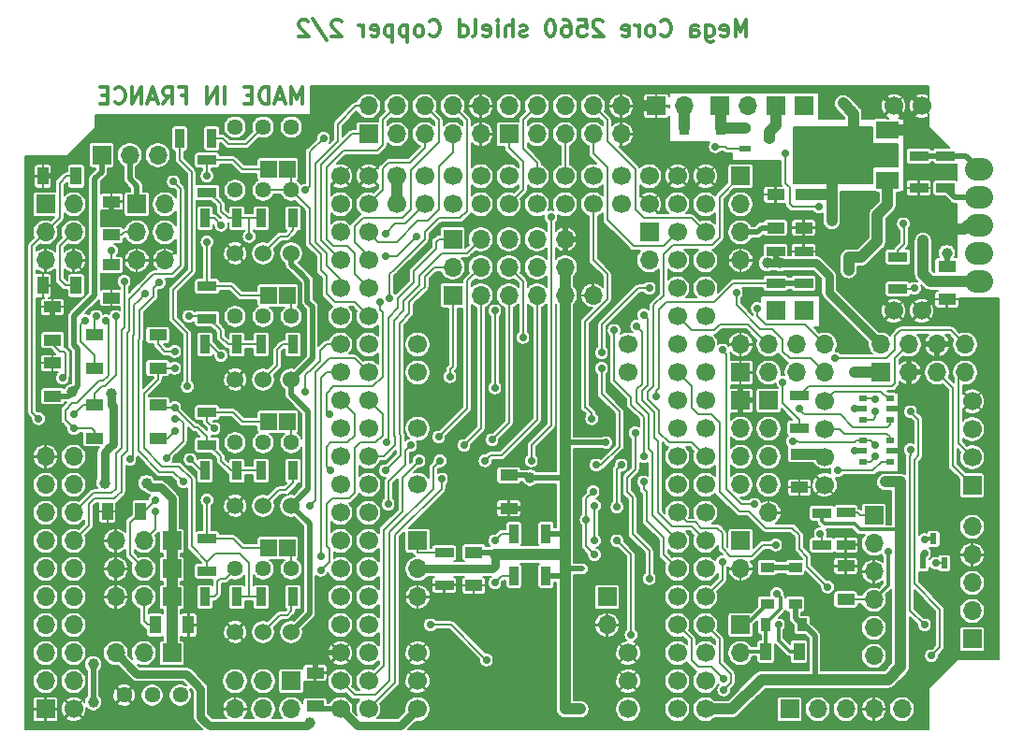
<source format=gbr>
G04 #@! TF.GenerationSoftware,KiCad,Pcbnew,(5.1.5)-3*
G04 #@! TF.CreationDate,2021-04-18T18:31:53+02:00*
G04 #@! TF.ProjectId,Mega_2560 core mini_full_2.2,4d656761-5f32-4353-9630-20636f726520,2.2*
G04 #@! TF.SameCoordinates,Original*
G04 #@! TF.FileFunction,Copper,L2,Bot*
G04 #@! TF.FilePolarity,Positive*
%FSLAX46Y46*%
G04 Gerber Fmt 4.6, Leading zero omitted, Abs format (unit mm)*
G04 Created by KiCad (PCBNEW (5.1.5)-3) date 2021-04-18 18:31:53*
%MOMM*%
%LPD*%
G04 APERTURE LIST*
%ADD10C,0.300000*%
%ADD11R,1.700000X1.700000*%
%ADD12O,1.700000X1.700000*%
%ADD13R,1.000000X1.600000*%
%ADD14R,1.200000X0.900000*%
%ADD15R,0.900000X1.200000*%
%ADD16R,1.600000X1.000000*%
%ADD17C,1.700000*%
%ADD18C,1.524000*%
%ADD19C,1.440000*%
%ADD20R,0.600000X1.000000*%
%ADD21R,1.000000X0.600000*%
%ADD22R,1.700000X0.900000*%
%ADD23R,0.900000X1.700000*%
%ADD24R,0.800000X0.550000*%
%ADD25O,2.540000X2.032000*%
%ADD26R,2.000000X3.800000*%
%ADD27R,2.000000X1.500000*%
%ADD28R,1.524000X1.524000*%
%ADD29C,0.700000*%
%ADD30C,1.000000*%
%ADD31C,0.500000*%
%ADD32C,1.000000*%
%ADD33C,0.210000*%
%ADD34C,0.750000*%
%ADD35C,0.310000*%
G04 APERTURE END LIST*
D10*
X165921662Y-64209051D02*
X165921662Y-62709051D01*
X165421662Y-63780480D01*
X164921662Y-62709051D01*
X164921662Y-64209051D01*
X164278805Y-63780480D02*
X163564520Y-63780480D01*
X164421662Y-64209051D02*
X163921662Y-62709051D01*
X163421662Y-64209051D01*
X162921662Y-64209051D02*
X162921662Y-62709051D01*
X162564520Y-62709051D01*
X162350234Y-62780480D01*
X162207377Y-62923337D01*
X162135948Y-63066194D01*
X162064520Y-63351908D01*
X162064520Y-63566194D01*
X162135948Y-63851908D01*
X162207377Y-63994765D01*
X162350234Y-64137622D01*
X162564520Y-64209051D01*
X162921662Y-64209051D01*
X161421662Y-63423337D02*
X160921662Y-63423337D01*
X160707377Y-64209051D02*
X161421662Y-64209051D01*
X161421662Y-62709051D01*
X160707377Y-62709051D01*
X158921662Y-64209051D02*
X158921662Y-62709051D01*
X158207377Y-64209051D02*
X158207377Y-62709051D01*
X157350234Y-64209051D01*
X157350234Y-62709051D01*
X154993091Y-63423337D02*
X155493091Y-63423337D01*
X155493091Y-64209051D02*
X155493091Y-62709051D01*
X154778805Y-62709051D01*
X153350234Y-64209051D02*
X153850234Y-63494765D01*
X154207377Y-64209051D02*
X154207377Y-62709051D01*
X153635948Y-62709051D01*
X153493091Y-62780480D01*
X153421662Y-62851908D01*
X153350234Y-62994765D01*
X153350234Y-63209051D01*
X153421662Y-63351908D01*
X153493091Y-63423337D01*
X153635948Y-63494765D01*
X154207377Y-63494765D01*
X152778805Y-63780480D02*
X152064520Y-63780480D01*
X152921662Y-64209051D02*
X152421662Y-62709051D01*
X151921662Y-64209051D01*
X151421662Y-64209051D02*
X151421662Y-62709051D01*
X150564520Y-64209051D01*
X150564520Y-62709051D01*
X148993091Y-64066194D02*
X149064520Y-64137622D01*
X149278805Y-64209051D01*
X149421662Y-64209051D01*
X149635948Y-64137622D01*
X149778805Y-63994765D01*
X149850234Y-63851908D01*
X149921662Y-63566194D01*
X149921662Y-63351908D01*
X149850234Y-63066194D01*
X149778805Y-62923337D01*
X149635948Y-62780480D01*
X149421662Y-62709051D01*
X149278805Y-62709051D01*
X149064520Y-62780480D01*
X148993091Y-62851908D01*
X148350234Y-63423337D02*
X147850234Y-63423337D01*
X147635948Y-64209051D02*
X148350234Y-64209051D01*
X148350234Y-62709051D01*
X147635948Y-62709051D01*
X206111805Y-58113051D02*
X206111805Y-56613051D01*
X205611805Y-57684480D01*
X205111805Y-56613051D01*
X205111805Y-58113051D01*
X203826091Y-58041622D02*
X203968948Y-58113051D01*
X204254662Y-58113051D01*
X204397520Y-58041622D01*
X204468948Y-57898765D01*
X204468948Y-57327337D01*
X204397520Y-57184480D01*
X204254662Y-57113051D01*
X203968948Y-57113051D01*
X203826091Y-57184480D01*
X203754662Y-57327337D01*
X203754662Y-57470194D01*
X204468948Y-57613051D01*
X202468948Y-57113051D02*
X202468948Y-58327337D01*
X202540377Y-58470194D01*
X202611805Y-58541622D01*
X202754662Y-58613051D01*
X202968948Y-58613051D01*
X203111805Y-58541622D01*
X202468948Y-58041622D02*
X202611805Y-58113051D01*
X202897520Y-58113051D01*
X203040377Y-58041622D01*
X203111805Y-57970194D01*
X203183234Y-57827337D01*
X203183234Y-57398765D01*
X203111805Y-57255908D01*
X203040377Y-57184480D01*
X202897520Y-57113051D01*
X202611805Y-57113051D01*
X202468948Y-57184480D01*
X201111805Y-58113051D02*
X201111805Y-57327337D01*
X201183234Y-57184480D01*
X201326091Y-57113051D01*
X201611805Y-57113051D01*
X201754662Y-57184480D01*
X201111805Y-58041622D02*
X201254662Y-58113051D01*
X201611805Y-58113051D01*
X201754662Y-58041622D01*
X201826091Y-57898765D01*
X201826091Y-57755908D01*
X201754662Y-57613051D01*
X201611805Y-57541622D01*
X201254662Y-57541622D01*
X201111805Y-57470194D01*
X198397520Y-57970194D02*
X198468948Y-58041622D01*
X198683234Y-58113051D01*
X198826091Y-58113051D01*
X199040377Y-58041622D01*
X199183234Y-57898765D01*
X199254662Y-57755908D01*
X199326091Y-57470194D01*
X199326091Y-57255908D01*
X199254662Y-56970194D01*
X199183234Y-56827337D01*
X199040377Y-56684480D01*
X198826091Y-56613051D01*
X198683234Y-56613051D01*
X198468948Y-56684480D01*
X198397520Y-56755908D01*
X197540377Y-58113051D02*
X197683234Y-58041622D01*
X197754662Y-57970194D01*
X197826091Y-57827337D01*
X197826091Y-57398765D01*
X197754662Y-57255908D01*
X197683234Y-57184480D01*
X197540377Y-57113051D01*
X197326091Y-57113051D01*
X197183234Y-57184480D01*
X197111805Y-57255908D01*
X197040377Y-57398765D01*
X197040377Y-57827337D01*
X197111805Y-57970194D01*
X197183234Y-58041622D01*
X197326091Y-58113051D01*
X197540377Y-58113051D01*
X196397520Y-58113051D02*
X196397520Y-57113051D01*
X196397520Y-57398765D02*
X196326091Y-57255908D01*
X196254662Y-57184480D01*
X196111805Y-57113051D01*
X195968948Y-57113051D01*
X194897520Y-58041622D02*
X195040377Y-58113051D01*
X195326091Y-58113051D01*
X195468948Y-58041622D01*
X195540377Y-57898765D01*
X195540377Y-57327337D01*
X195468948Y-57184480D01*
X195326091Y-57113051D01*
X195040377Y-57113051D01*
X194897520Y-57184480D01*
X194826091Y-57327337D01*
X194826091Y-57470194D01*
X195540377Y-57613051D01*
X193111805Y-56755908D02*
X193040377Y-56684480D01*
X192897520Y-56613051D01*
X192540377Y-56613051D01*
X192397520Y-56684480D01*
X192326091Y-56755908D01*
X192254662Y-56898765D01*
X192254662Y-57041622D01*
X192326091Y-57255908D01*
X193183234Y-58113051D01*
X192254662Y-58113051D01*
X190897520Y-56613051D02*
X191611805Y-56613051D01*
X191683234Y-57327337D01*
X191611805Y-57255908D01*
X191468948Y-57184480D01*
X191111805Y-57184480D01*
X190968948Y-57255908D01*
X190897520Y-57327337D01*
X190826091Y-57470194D01*
X190826091Y-57827337D01*
X190897520Y-57970194D01*
X190968948Y-58041622D01*
X191111805Y-58113051D01*
X191468948Y-58113051D01*
X191611805Y-58041622D01*
X191683234Y-57970194D01*
X189540377Y-56613051D02*
X189826091Y-56613051D01*
X189968948Y-56684480D01*
X190040377Y-56755908D01*
X190183234Y-56970194D01*
X190254662Y-57255908D01*
X190254662Y-57827337D01*
X190183234Y-57970194D01*
X190111805Y-58041622D01*
X189968948Y-58113051D01*
X189683234Y-58113051D01*
X189540377Y-58041622D01*
X189468948Y-57970194D01*
X189397520Y-57827337D01*
X189397520Y-57470194D01*
X189468948Y-57327337D01*
X189540377Y-57255908D01*
X189683234Y-57184480D01*
X189968948Y-57184480D01*
X190111805Y-57255908D01*
X190183234Y-57327337D01*
X190254662Y-57470194D01*
X188468948Y-56613051D02*
X188326091Y-56613051D01*
X188183234Y-56684480D01*
X188111805Y-56755908D01*
X188040377Y-56898765D01*
X187968948Y-57184480D01*
X187968948Y-57541622D01*
X188040377Y-57827337D01*
X188111805Y-57970194D01*
X188183234Y-58041622D01*
X188326091Y-58113051D01*
X188468948Y-58113051D01*
X188611805Y-58041622D01*
X188683234Y-57970194D01*
X188754662Y-57827337D01*
X188826091Y-57541622D01*
X188826091Y-57184480D01*
X188754662Y-56898765D01*
X188683234Y-56755908D01*
X188611805Y-56684480D01*
X188468948Y-56613051D01*
X186254662Y-58041622D02*
X186111805Y-58113051D01*
X185826091Y-58113051D01*
X185683234Y-58041622D01*
X185611805Y-57898765D01*
X185611805Y-57827337D01*
X185683234Y-57684480D01*
X185826091Y-57613051D01*
X186040377Y-57613051D01*
X186183234Y-57541622D01*
X186254662Y-57398765D01*
X186254662Y-57327337D01*
X186183234Y-57184480D01*
X186040377Y-57113051D01*
X185826091Y-57113051D01*
X185683234Y-57184480D01*
X184968948Y-58113051D02*
X184968948Y-56613051D01*
X184326091Y-58113051D02*
X184326091Y-57327337D01*
X184397520Y-57184480D01*
X184540377Y-57113051D01*
X184754662Y-57113051D01*
X184897520Y-57184480D01*
X184968948Y-57255908D01*
X183611805Y-58113051D02*
X183611805Y-57113051D01*
X183611805Y-56613051D02*
X183683234Y-56684480D01*
X183611805Y-56755908D01*
X183540377Y-56684480D01*
X183611805Y-56613051D01*
X183611805Y-56755908D01*
X182326091Y-58041622D02*
X182468948Y-58113051D01*
X182754662Y-58113051D01*
X182897520Y-58041622D01*
X182968948Y-57898765D01*
X182968948Y-57327337D01*
X182897520Y-57184480D01*
X182754662Y-57113051D01*
X182468948Y-57113051D01*
X182326091Y-57184480D01*
X182254662Y-57327337D01*
X182254662Y-57470194D01*
X182968948Y-57613051D01*
X181397520Y-58113051D02*
X181540377Y-58041622D01*
X181611805Y-57898765D01*
X181611805Y-56613051D01*
X180183234Y-58113051D02*
X180183234Y-56613051D01*
X180183234Y-58041622D02*
X180326091Y-58113051D01*
X180611805Y-58113051D01*
X180754662Y-58041622D01*
X180826091Y-57970194D01*
X180897520Y-57827337D01*
X180897520Y-57398765D01*
X180826091Y-57255908D01*
X180754662Y-57184480D01*
X180611805Y-57113051D01*
X180326091Y-57113051D01*
X180183234Y-57184480D01*
X177468948Y-57970194D02*
X177540377Y-58041622D01*
X177754662Y-58113051D01*
X177897520Y-58113051D01*
X178111805Y-58041622D01*
X178254662Y-57898765D01*
X178326091Y-57755908D01*
X178397520Y-57470194D01*
X178397520Y-57255908D01*
X178326091Y-56970194D01*
X178254662Y-56827337D01*
X178111805Y-56684480D01*
X177897520Y-56613051D01*
X177754662Y-56613051D01*
X177540377Y-56684480D01*
X177468948Y-56755908D01*
X176611805Y-58113051D02*
X176754662Y-58041622D01*
X176826091Y-57970194D01*
X176897520Y-57827337D01*
X176897520Y-57398765D01*
X176826091Y-57255908D01*
X176754662Y-57184480D01*
X176611805Y-57113051D01*
X176397520Y-57113051D01*
X176254662Y-57184480D01*
X176183234Y-57255908D01*
X176111805Y-57398765D01*
X176111805Y-57827337D01*
X176183234Y-57970194D01*
X176254662Y-58041622D01*
X176397520Y-58113051D01*
X176611805Y-58113051D01*
X175468948Y-57113051D02*
X175468948Y-58613051D01*
X175468948Y-57184480D02*
X175326091Y-57113051D01*
X175040377Y-57113051D01*
X174897520Y-57184480D01*
X174826091Y-57255908D01*
X174754662Y-57398765D01*
X174754662Y-57827337D01*
X174826091Y-57970194D01*
X174897520Y-58041622D01*
X175040377Y-58113051D01*
X175326091Y-58113051D01*
X175468948Y-58041622D01*
X174111805Y-57113051D02*
X174111805Y-58613051D01*
X174111805Y-57184480D02*
X173968948Y-57113051D01*
X173683234Y-57113051D01*
X173540377Y-57184480D01*
X173468948Y-57255908D01*
X173397520Y-57398765D01*
X173397520Y-57827337D01*
X173468948Y-57970194D01*
X173540377Y-58041622D01*
X173683234Y-58113051D01*
X173968948Y-58113051D01*
X174111805Y-58041622D01*
X172183234Y-58041622D02*
X172326091Y-58113051D01*
X172611805Y-58113051D01*
X172754662Y-58041622D01*
X172826091Y-57898765D01*
X172826091Y-57327337D01*
X172754662Y-57184480D01*
X172611805Y-57113051D01*
X172326091Y-57113051D01*
X172183234Y-57184480D01*
X172111805Y-57327337D01*
X172111805Y-57470194D01*
X172826091Y-57613051D01*
X171468948Y-58113051D02*
X171468948Y-57113051D01*
X171468948Y-57398765D02*
X171397520Y-57255908D01*
X171326091Y-57184480D01*
X171183234Y-57113051D01*
X171040377Y-57113051D01*
X169468948Y-56755908D02*
X169397520Y-56684480D01*
X169254662Y-56613051D01*
X168897520Y-56613051D01*
X168754662Y-56684480D01*
X168683234Y-56755908D01*
X168611805Y-56898765D01*
X168611805Y-57041622D01*
X168683234Y-57255908D01*
X169540377Y-58113051D01*
X168611805Y-58113051D01*
X166897520Y-56541622D02*
X168183234Y-58470194D01*
X166468948Y-56755908D02*
X166397520Y-56684480D01*
X166254662Y-56613051D01*
X165897520Y-56613051D01*
X165754662Y-56684480D01*
X165683234Y-56755908D01*
X165611805Y-56898765D01*
X165611805Y-57041622D01*
X165683234Y-57255908D01*
X166540377Y-58113051D01*
X165611805Y-58113051D01*
D11*
X208122520Y-91089480D03*
D12*
X208122520Y-93629480D03*
X208122520Y-96169480D03*
X208122520Y-98709480D03*
X208122520Y-101249480D03*
D11*
X205582520Y-70769480D03*
D12*
X205582520Y-73309480D03*
X205582520Y-75849480D03*
X205582520Y-78389480D03*
D13*
X207868520Y-113822480D03*
X210868520Y-113822480D03*
D14*
X207995520Y-109503480D03*
X207995520Y-106203480D03*
X210535520Y-106203480D03*
X210535520Y-109503480D03*
D15*
X211169520Y-111409480D03*
X207869520Y-111409480D03*
D16*
X215107520Y-109075480D03*
X215107520Y-106075480D03*
X210916520Y-98939480D03*
X210916520Y-95939480D03*
X224251520Y-78921480D03*
X224251520Y-81921480D03*
X211297520Y-72444480D03*
X211297520Y-75444480D03*
X208757520Y-72444480D03*
X208757520Y-75444480D03*
D15*
X203803520Y-66451480D03*
X200503520Y-66451480D03*
D17*
X195422520Y-86009480D03*
X195422520Y-88549480D03*
X176372520Y-86009480D03*
X176372520Y-88549480D03*
X176372520Y-93629480D03*
X176372520Y-98709480D03*
X176372520Y-113949480D03*
X176372520Y-116489480D03*
X176372520Y-119029480D03*
X195422520Y-119029480D03*
X195422520Y-116489480D03*
X195422520Y-113949480D03*
D16*
X184627520Y-97844480D03*
X184627520Y-100844480D03*
X181452520Y-104829480D03*
X181452520Y-107829480D03*
X167101520Y-115751480D03*
X167101520Y-118751480D03*
D13*
X152647520Y-111409480D03*
X155647520Y-111409480D03*
X151329520Y-101122480D03*
X148329520Y-101122480D03*
D16*
X152877520Y-94494480D03*
X152877520Y-91494480D03*
X147162520Y-94494480D03*
X147162520Y-91494480D03*
X147162520Y-85144480D03*
X147162520Y-88144480D03*
X152877520Y-85144480D03*
X152877520Y-88144480D03*
D13*
X145487520Y-80675480D03*
X142487520Y-80675480D03*
D16*
X143352520Y-85604480D03*
X143352520Y-82604480D03*
X148686520Y-78794480D03*
X148686520Y-81794480D03*
X148686520Y-76079480D03*
X148686520Y-73079480D03*
D13*
X145487520Y-70769480D03*
X142487520Y-70769480D03*
D11*
X205582520Y-111409480D03*
D12*
X205582520Y-113949480D03*
D11*
X205582520Y-103789480D03*
D12*
X205582520Y-106329480D03*
D11*
X205582520Y-91089480D03*
D12*
X205582520Y-93629480D03*
X205582520Y-96169480D03*
X205582520Y-98709480D03*
D11*
X203677520Y-64419480D03*
D12*
X206217520Y-64419480D03*
D11*
X197962520Y-64419480D03*
D12*
X200502520Y-64419480D03*
D11*
X193517520Y-108869480D03*
D12*
X193517520Y-111409480D03*
D11*
X147797520Y-68864480D03*
D12*
X150337520Y-68864480D03*
X152877520Y-68864480D03*
D11*
X142717520Y-119029480D03*
D12*
X145257520Y-116489480D03*
X142717520Y-116489480D03*
X145257520Y-113949480D03*
X142717520Y-113949480D03*
X145257520Y-111409480D03*
X142717520Y-111409480D03*
X145257520Y-108869480D03*
X142717520Y-108869480D03*
X145257520Y-106329480D03*
X142717520Y-106329480D03*
X145257520Y-103789480D03*
X142717520Y-103789480D03*
X145257520Y-101249480D03*
X142717520Y-101249480D03*
X145257520Y-98709480D03*
X142717520Y-98709480D03*
X145257520Y-96169480D03*
X142717520Y-96169480D03*
D17*
X145257520Y-119029480D03*
D11*
X154147520Y-103789480D03*
D12*
X151607520Y-103789480D03*
X149067520Y-103789480D03*
D11*
X154147520Y-106329480D03*
D12*
X151607520Y-106329480D03*
X149067520Y-106329480D03*
D11*
X154147520Y-108869480D03*
D12*
X151607520Y-108869480D03*
X149067520Y-108869480D03*
D11*
X154147520Y-113949480D03*
D12*
X151607520Y-113949480D03*
X149067520Y-113949480D03*
D11*
X164942520Y-116489480D03*
D12*
X164942520Y-119029480D03*
X162402520Y-116489480D03*
X162402520Y-119029480D03*
X159862520Y-116489480D03*
X159862520Y-119029480D03*
D18*
X162402520Y-112044480D03*
X164942520Y-112044480D03*
X159862520Y-112044480D03*
D19*
X159862520Y-106329480D03*
X162402520Y-106329480D03*
X164942520Y-106329480D03*
D18*
X162402520Y-100614480D03*
X164942520Y-100614480D03*
X159862520Y-100614480D03*
D19*
X159862520Y-94899480D03*
X162402520Y-94899480D03*
X164942520Y-94899480D03*
D18*
X162402520Y-89184480D03*
X164942520Y-89184480D03*
X159862520Y-89184480D03*
D19*
X159862520Y-83469480D03*
X162402520Y-83469480D03*
X164942520Y-83469480D03*
X159862520Y-72039480D03*
X162402520Y-72039480D03*
X164942520Y-72039480D03*
D18*
X162402520Y-77754480D03*
X164942520Y-77754480D03*
X159862520Y-77754480D03*
D11*
X205582520Y-88549480D03*
D12*
X205582520Y-86009480D03*
X208122520Y-88549480D03*
X208122520Y-86009480D03*
X210662520Y-88549480D03*
X210662520Y-86009480D03*
X213202520Y-88549480D03*
X213202520Y-86009480D03*
D11*
X171927520Y-66959480D03*
D12*
X171927520Y-64419480D03*
X174467520Y-66959480D03*
X174467520Y-64419480D03*
X177007520Y-66959480D03*
X177007520Y-64419480D03*
X179547520Y-66959480D03*
X179547520Y-64419480D03*
X182087520Y-66959480D03*
X182087520Y-64419480D03*
D11*
X184627520Y-66959480D03*
D12*
X184627520Y-64419480D03*
X187167520Y-66959480D03*
X187167520Y-64419480D03*
X189707520Y-66959480D03*
X189707520Y-64419480D03*
X192247520Y-66959480D03*
X192247520Y-64419480D03*
X194787520Y-66959480D03*
X194787520Y-64419480D03*
D11*
X218282520Y-88549480D03*
D12*
X218282520Y-86009480D03*
X220822520Y-88549480D03*
X220822520Y-86009480D03*
X223362520Y-88549480D03*
X223362520Y-86009480D03*
X225902520Y-88549480D03*
X225902520Y-86009480D03*
D16*
X143352520Y-90684480D03*
X143352520Y-87684480D03*
D11*
X217647520Y-101503480D03*
D12*
X217647520Y-104043480D03*
X217647520Y-106583480D03*
X217647520Y-109123480D03*
X217647520Y-111663480D03*
X217647520Y-114203480D03*
X192247520Y-81564480D03*
X189707520Y-81564480D03*
X187167520Y-81564480D03*
X184627520Y-81564480D03*
X182087520Y-81564480D03*
D11*
X179547520Y-81564480D03*
D17*
X187167520Y-73309480D03*
X189707520Y-73309480D03*
X192247520Y-73309480D03*
X194787520Y-73309480D03*
X197327520Y-73309480D03*
X184627520Y-73309480D03*
X182087520Y-73309480D03*
X179547520Y-73309480D03*
X177007520Y-73309480D03*
X174467520Y-73309480D03*
X197327520Y-70769480D03*
X194787520Y-70769480D03*
X192247520Y-70769480D03*
X189707520Y-70769480D03*
X187167520Y-70769480D03*
X184627520Y-70769480D03*
X182087520Y-70769480D03*
X179547520Y-70769480D03*
X177007520Y-70769480D03*
X174467520Y-70769480D03*
X199867520Y-70769480D03*
X199867520Y-73309480D03*
X199867520Y-75849480D03*
X199867520Y-78389480D03*
X199867520Y-80929480D03*
X199867520Y-83469480D03*
X199867520Y-86009480D03*
X199867520Y-88549480D03*
X199867520Y-91089480D03*
X199867520Y-93629480D03*
X199867520Y-96169480D03*
X199867520Y-98709480D03*
X199867520Y-101249480D03*
X199867520Y-103789480D03*
X199867520Y-106329480D03*
X199867520Y-108869480D03*
X199867520Y-111409480D03*
X199867520Y-113949480D03*
X199867520Y-116489480D03*
X199867520Y-119029480D03*
X202407520Y-70769480D03*
X202407520Y-73309480D03*
X202407520Y-75849480D03*
X202407520Y-78389480D03*
X202407520Y-80929480D03*
X202407520Y-83469480D03*
X202407520Y-86009480D03*
X202407520Y-88549480D03*
X202407520Y-91089480D03*
X202407520Y-93629480D03*
X202407520Y-96169480D03*
X202407520Y-98709480D03*
X202407520Y-101249480D03*
X202407520Y-103789480D03*
X202407520Y-106329480D03*
X202407520Y-108869480D03*
X202407520Y-111409480D03*
X202407520Y-113949480D03*
X202407520Y-116489480D03*
X202407520Y-119029480D03*
X171927520Y-70769480D03*
X171927520Y-73309480D03*
X171927520Y-75849480D03*
X171927520Y-78389480D03*
X171927520Y-80929480D03*
X171927520Y-83469480D03*
X171927520Y-86009480D03*
X171927520Y-88549480D03*
X171927520Y-91089480D03*
X171927520Y-93629480D03*
X171927520Y-96169480D03*
X171927520Y-98709480D03*
X171927520Y-101249480D03*
X171927520Y-103789480D03*
X171927520Y-106329480D03*
X171927520Y-108869480D03*
X171927520Y-111409480D03*
X171927520Y-113949480D03*
X171927520Y-116489480D03*
X171927520Y-119029480D03*
X169387520Y-119029480D03*
X169387520Y-116489480D03*
X169387520Y-113949480D03*
X169387520Y-111409480D03*
X169387520Y-108869480D03*
X169387520Y-106329480D03*
X169387520Y-103789480D03*
X169387520Y-101249480D03*
X169387520Y-98709480D03*
X169387520Y-96169480D03*
X169387520Y-93629480D03*
X169387520Y-91089480D03*
X169387520Y-88549480D03*
X169387520Y-86009480D03*
X169387520Y-83469480D03*
X169387520Y-80929480D03*
X169387520Y-78389480D03*
X169387520Y-75849480D03*
X169387520Y-73309480D03*
X169387520Y-70769480D03*
D11*
X208757520Y-64419480D03*
X208767520Y-82961480D03*
X211297520Y-64419480D03*
X211297520Y-82961480D03*
D17*
X219425520Y-64419480D03*
X219425520Y-82961480D03*
X221965520Y-64419480D03*
X221965520Y-82961480D03*
D20*
X223992520Y-105821480D03*
X223042520Y-103621480D03*
X222092520Y-105821480D03*
D21*
X206006520Y-66390480D03*
X208206520Y-67340480D03*
X206006520Y-68290480D03*
D22*
X219806520Y-80982480D03*
X219806520Y-78082480D03*
X215107520Y-101249480D03*
X215107520Y-104149480D03*
D23*
X157142520Y-74579480D03*
X160042520Y-74579480D03*
X160042520Y-86009480D03*
X157142520Y-86009480D03*
X157142520Y-97439480D03*
X160042520Y-97439480D03*
X160042520Y-108869480D03*
X157142520Y-108869480D03*
X185082520Y-106964480D03*
X187982520Y-106964480D03*
D22*
X211297520Y-80474480D03*
X211297520Y-77574480D03*
X208757520Y-77574480D03*
X208757520Y-80474480D03*
X210916520Y-90655480D03*
X210916520Y-93555480D03*
D23*
X187982520Y-103154480D03*
X185082520Y-103154480D03*
D22*
X157322520Y-69319480D03*
X157322520Y-72219480D03*
D23*
X162222520Y-74579480D03*
X165122520Y-74579480D03*
D22*
X157322520Y-80749480D03*
X157322520Y-83649480D03*
D23*
X162222520Y-86009480D03*
X165122520Y-86009480D03*
D22*
X157322520Y-92179480D03*
X157322520Y-95079480D03*
D23*
X162222520Y-97439480D03*
X165122520Y-97439480D03*
D22*
X157322520Y-103609480D03*
X157322520Y-106509480D03*
D23*
X162222520Y-108869480D03*
X165122520Y-108869480D03*
X154856520Y-67340480D03*
X157756520Y-67340480D03*
D22*
X224124520Y-71838480D03*
X224124520Y-68938480D03*
X221711520Y-68938480D03*
X221711520Y-71838480D03*
X212948520Y-101270480D03*
X212948520Y-104170480D03*
D24*
X216701520Y-94711480D03*
X216701520Y-95661480D03*
X216701520Y-96611480D03*
X219101520Y-96611480D03*
X219101520Y-95661480D03*
X219101520Y-94711480D03*
X219101520Y-90901480D03*
X219101520Y-91851480D03*
X219101520Y-92801480D03*
X216701520Y-92801480D03*
X216701520Y-91851480D03*
X216701520Y-90901480D03*
D25*
X227172520Y-70134480D03*
X227172520Y-72674480D03*
X227172520Y-75214480D03*
X227172520Y-77754480D03*
X227172520Y-80294480D03*
D26*
X212592520Y-68864480D03*
D27*
X218892520Y-68864480D03*
X218892520Y-71164480D03*
X218892520Y-66564480D03*
D28*
X162872420Y-70134480D03*
X164571680Y-70134480D03*
X164571680Y-81564480D03*
X162872420Y-81564480D03*
X164571680Y-92994480D03*
X162872420Y-92994480D03*
X162872420Y-104424480D03*
X164571680Y-104424480D03*
D11*
X179547520Y-76484480D03*
D12*
X179547520Y-79024480D03*
X182087520Y-76484480D03*
X182087520Y-79024480D03*
X184627520Y-76484480D03*
X184627520Y-79024480D03*
X187167520Y-76484480D03*
X187167520Y-79024480D03*
X189707520Y-76484480D03*
X189707520Y-79024480D03*
D17*
X226537520Y-91152980D03*
X226537520Y-93692980D03*
X226537520Y-96232980D03*
D11*
X226537520Y-98772980D03*
D17*
X213202520Y-91102180D03*
X213202520Y-93642180D03*
X213202520Y-96182180D03*
X213202520Y-98722180D03*
X213202520Y-98722180D03*
X213202520Y-96182180D03*
X213202520Y-93642180D03*
X213202520Y-91102180D03*
D11*
X142717520Y-73309480D03*
D12*
X145257520Y-73309480D03*
X142717520Y-75849480D03*
X145257520Y-75849480D03*
X142717520Y-78389480D03*
X145257520Y-78389480D03*
D11*
X150972520Y-73309480D03*
D12*
X153512520Y-73309480D03*
X150972520Y-75849480D03*
X153512520Y-75849480D03*
X150972520Y-78389480D03*
X153512520Y-78389480D03*
D19*
X159862520Y-66324480D03*
X162402520Y-66324480D03*
X164942520Y-66324480D03*
X154909520Y-117759480D03*
X152369520Y-117759480D03*
X149829520Y-117759480D03*
D12*
X220187520Y-119029480D03*
X217647520Y-119029480D03*
X215107520Y-119029480D03*
X212567520Y-119029480D03*
D11*
X210027520Y-119029480D03*
X226537520Y-112679480D03*
D12*
X226537520Y-110139480D03*
X226537520Y-107599480D03*
X226537520Y-105059480D03*
X226537520Y-102519480D03*
D11*
X197327520Y-75849480D03*
D12*
X197327520Y-78389480D03*
D11*
X176372520Y-103789480D03*
D12*
X176372520Y-106329480D03*
X176372520Y-108869480D03*
D22*
X178785520Y-107779480D03*
X178785520Y-104879480D03*
D29*
X207106520Y-72420480D03*
D30*
X213710520Y-78135480D03*
X154401520Y-89819480D03*
X176499520Y-84231480D03*
X215742520Y-73817480D03*
X190977520Y-95915480D03*
X188437520Y-112679480D03*
X183357520Y-112679480D03*
X186532520Y-100106480D03*
X197454520Y-113187480D03*
X149829520Y-100487480D03*
X148686520Y-74579480D03*
X143352520Y-84104480D03*
D29*
X213837520Y-113695480D03*
D30*
X180182520Y-100614492D03*
D29*
X211805524Y-109631480D03*
X222219520Y-107599480D03*
X222219520Y-112679480D03*
X222219520Y-110139478D03*
D30*
X148686520Y-90454480D03*
X148051520Y-98582480D03*
X151861520Y-98582480D03*
X215361520Y-79278480D03*
X215361520Y-78135480D03*
X224251520Y-77754480D03*
X189707520Y-119029480D03*
X191104520Y-119029480D03*
X186532520Y-98074480D03*
X145130520Y-90327480D03*
D29*
X215869520Y-91851480D03*
X215869520Y-95661480D03*
D30*
X215869520Y-88549480D03*
D29*
X220060520Y-104932476D03*
D30*
X220060520Y-101757480D03*
D29*
X222219512Y-104932480D03*
X193404558Y-94899480D03*
D30*
X218917520Y-116362480D03*
X220060510Y-98455480D03*
X218663520Y-98455480D03*
X183357520Y-105015467D03*
D29*
X153639520Y-96296480D03*
X154401520Y-92740480D03*
X155544520Y-89819480D03*
D30*
X209138520Y-78643494D03*
X207995520Y-78643470D03*
D29*
X194406520Y-100741480D03*
X194787520Y-96931480D03*
X144241520Y-89057480D03*
X146273520Y-83850480D03*
X161132520Y-76230480D03*
X149067520Y-83469480D03*
X155671520Y-83469480D03*
X145257520Y-92359480D03*
X154401520Y-91724480D03*
X154401520Y-88144480D03*
X158592520Y-75214480D03*
X158592520Y-87025480D03*
X155798520Y-96423480D03*
X183357514Y-107599480D03*
X183357520Y-103789480D03*
X157957520Y-93629480D03*
X142082520Y-92740480D03*
X153004520Y-80421480D03*
X155163520Y-98455480D03*
X157322520Y-100106480D03*
X157322520Y-70769480D03*
X157322520Y-76738480D03*
X148686520Y-77500480D03*
X150337520Y-96423480D03*
X151734520Y-81437480D03*
X173451520Y-78008480D03*
X176245520Y-76230480D03*
X168371520Y-92359480D03*
X173451520Y-75976480D03*
X172943520Y-82199480D03*
X183357520Y-82961480D03*
X183357520Y-89946480D03*
X149829520Y-80294480D03*
X154274520Y-71277480D03*
X179293520Y-88930480D03*
X180563520Y-95153480D03*
X176499520Y-96550480D03*
X182468520Y-96550480D03*
X178531520Y-98201480D03*
X178404520Y-96550480D03*
X183103520Y-94645480D03*
X167609520Y-106456480D03*
X168498520Y-97439480D03*
X152623520Y-100106480D03*
X166593520Y-100614480D03*
X152623520Y-101122480D03*
X204058528Y-117286836D03*
X204028510Y-116304501D03*
X203931520Y-105694480D03*
X147289520Y-83469480D03*
X145260060Y-93626940D03*
X148178520Y-83850480D03*
X154401520Y-93883480D03*
X166212520Y-90327480D03*
X167609520Y-105186480D03*
X154401520Y-86644480D03*
X207108232Y-82728490D03*
X188437520Y-74452480D03*
X186659520Y-96550480D03*
X173832520Y-81818480D03*
X166222553Y-72039480D03*
X167863520Y-67340480D03*
X192120520Y-92740480D03*
X194152520Y-84739480D03*
X196819520Y-96169480D03*
X185897520Y-85374480D03*
X192247520Y-99344480D03*
X191612520Y-101884480D03*
X192374520Y-105059480D03*
X196184504Y-84358480D03*
X196819520Y-98455480D03*
X222219520Y-111409480D03*
X220949518Y-95534480D03*
X205201510Y-81310480D03*
X193009520Y-88168480D03*
X192501516Y-96931480D03*
X197327520Y-107218480D03*
X196057520Y-94010480D03*
X192374520Y-103789480D03*
X192374520Y-100614480D03*
X196819520Y-83342480D03*
X178277520Y-94391480D03*
X173451520Y-97439480D03*
X173578520Y-94899480D03*
X197962520Y-90708480D03*
D30*
X147035520Y-114965480D03*
X147035520Y-118394480D03*
X166593520Y-120299480D03*
X215615520Y-64927480D03*
X214853520Y-64165480D03*
X213837520Y-74833480D03*
X222092520Y-76611480D03*
X222092520Y-77881480D03*
X213837520Y-72420480D03*
D29*
X193009520Y-86771480D03*
X197327520Y-80929480D03*
X208757520Y-104170480D03*
X212806476Y-103154480D03*
X223235512Y-105821480D03*
X221330520Y-80929480D03*
X217774520Y-90962480D03*
X217774520Y-95153480D03*
X210281520Y-94772480D03*
X217774520Y-92105480D03*
X209392520Y-89438480D03*
X203931520Y-86517480D03*
X206852520Y-100487480D03*
X194406520Y-103789480D03*
X195676520Y-112298480D03*
X214345520Y-97439480D03*
X210916520Y-91851470D03*
X217774520Y-96169480D03*
X208854235Y-108556810D03*
X209011522Y-111409480D03*
X203296520Y-68102480D03*
X220314520Y-75087480D03*
X209646520Y-68737480D03*
X212694520Y-73563480D03*
X214091520Y-87279480D03*
X222854520Y-114203480D03*
X220949520Y-92105480D03*
X213456520Y-107980484D03*
X177515520Y-111409480D03*
X182595520Y-114584480D03*
X222219520Y-103692480D03*
X218917520Y-104805480D03*
X173705520Y-100487480D03*
X175737520Y-95153480D03*
D31*
X220822520Y-88549480D02*
X220822520Y-89946480D01*
X220822520Y-88549480D02*
X221838520Y-88549480D01*
X220822520Y-88549480D02*
X220822520Y-87533480D01*
X223362520Y-86009480D02*
X222219520Y-86009480D01*
X223362520Y-86009480D02*
X224505520Y-86009480D01*
X223362520Y-86009480D02*
X223362520Y-87152480D01*
X205582520Y-91089480D02*
X205582520Y-90073480D01*
X205582520Y-91089480D02*
X205582520Y-92232480D01*
X205582520Y-91089480D02*
X206725520Y-91089480D01*
D32*
X218892520Y-66564480D02*
X220681520Y-66564480D01*
X220681520Y-66564480D02*
X220695520Y-66578480D01*
D31*
X221965520Y-82961480D02*
X222981520Y-81945480D01*
X219425520Y-82961480D02*
X218536520Y-82072480D01*
X221965520Y-64419480D02*
X221076520Y-65308480D01*
X219425520Y-64419480D02*
X220314520Y-65308480D01*
X219425520Y-64419480D02*
X218536520Y-63530480D01*
X221965520Y-64419480D02*
X220949520Y-63403480D01*
D33*
X221965520Y-64419480D02*
X222600520Y-63784480D01*
X222600520Y-63784480D02*
X222600520Y-63276480D01*
X221965520Y-64419480D02*
X221965520Y-64546480D01*
X221965520Y-64546480D02*
X222600520Y-65181480D01*
X222600520Y-65181480D02*
X222600520Y-65435480D01*
D32*
X227172520Y-75214480D02*
X226156520Y-75214480D01*
X226156520Y-75214480D02*
X225775520Y-75595480D01*
X225775520Y-75595480D02*
X224632520Y-75595480D01*
X197962520Y-64419480D02*
X196565520Y-64419480D01*
D31*
X182087520Y-64419480D02*
X182722520Y-64419480D01*
X189707520Y-76484480D02*
X189707520Y-77627480D01*
X189707520Y-76484480D02*
X189707520Y-75214480D01*
X189707520Y-76484480D02*
X190977520Y-76484480D01*
X184627520Y-100844480D02*
X185794520Y-100844480D01*
X185794520Y-100844480D02*
X186532520Y-100106480D01*
X167101520Y-115751480D02*
X167101520Y-114838480D01*
X167101520Y-114711480D02*
X167863520Y-113949480D01*
X167101520Y-114838480D02*
X167101520Y-114711480D01*
D33*
X153512520Y-78389480D02*
X153639520Y-78389480D01*
X153639520Y-78389480D02*
X154401520Y-77627480D01*
X142717520Y-78389480D02*
X142717520Y-78516480D01*
X142717520Y-78389480D02*
X142590520Y-78389480D01*
X145257520Y-78389480D02*
X145257520Y-78516480D01*
X145257520Y-78516480D02*
X146019520Y-79278480D01*
D31*
X142487520Y-70769480D02*
X143479520Y-70769480D01*
X143479520Y-70769480D02*
X143987520Y-70261480D01*
X148686520Y-73079480D02*
X148686520Y-74579480D01*
X143352520Y-84104480D02*
X143352520Y-82604480D01*
X167863520Y-113949480D02*
X169387520Y-113949480D01*
X219101520Y-95661480D02*
X219933520Y-95661480D01*
X219101520Y-91851480D02*
X219933520Y-91851480D01*
D32*
X217965020Y-76674980D02*
X217965020Y-74261980D01*
X217965020Y-74261980D02*
X218892520Y-73334480D01*
D34*
X169387520Y-119029480D02*
X170911520Y-120553480D01*
X174848520Y-120553480D02*
X176372520Y-119029480D01*
X170911520Y-120553480D02*
X174848520Y-120553480D01*
D32*
X218892520Y-72699480D02*
X218892520Y-73334480D01*
X218892520Y-71164480D02*
X218892520Y-72699480D01*
X216504520Y-78135480D02*
X215361520Y-78135480D01*
X217965020Y-76674980D02*
X216504520Y-78135480D01*
D34*
X152623520Y-98963480D02*
X152242520Y-98963480D01*
X152242520Y-98963480D02*
X151861520Y-98582480D01*
X148051520Y-98582480D02*
X148051520Y-95788480D01*
X148051520Y-95788480D02*
X148432520Y-95407480D01*
X153131520Y-98963480D02*
X154147520Y-99979480D01*
X148686520Y-91470480D02*
X148813520Y-91597480D01*
X148686520Y-90454480D02*
X148686520Y-91470480D01*
X148813520Y-91978480D02*
X148813520Y-95026480D01*
X148813520Y-95026480D02*
X148432520Y-95407480D01*
X148813520Y-91978480D02*
X148813520Y-91597480D01*
X152623520Y-98963480D02*
X153004520Y-98963480D01*
X154147520Y-103789480D02*
X154147520Y-100233480D01*
X153131520Y-98963480D02*
X153004520Y-98963480D01*
X154147520Y-99979480D02*
X154147520Y-100233480D01*
D32*
X215361520Y-78135480D02*
X215361520Y-79278480D01*
D31*
X224251520Y-78921480D02*
X224251520Y-77754480D01*
X191305520Y-106329480D02*
X189707520Y-106329480D01*
X166593520Y-103535480D02*
X166593520Y-102265480D01*
X166593520Y-102265480D02*
X164942520Y-100614480D01*
D32*
X154147520Y-111028480D02*
X154147520Y-113949480D01*
X154147520Y-111028480D02*
X154147520Y-108869480D01*
D31*
X189707520Y-94899480D02*
X189580520Y-94899480D01*
X189580520Y-94899480D02*
X189707520Y-94899480D01*
D32*
X191104520Y-119029480D02*
X189707520Y-119029480D01*
D31*
X208757520Y-75444480D02*
X207511520Y-75444480D01*
X207106520Y-75849480D02*
X205582520Y-75849480D01*
X207511520Y-75444480D02*
X207106520Y-75849480D01*
D32*
X189707520Y-81564480D02*
X189707520Y-79024480D01*
D31*
X166466520Y-92359480D02*
X166466520Y-92105480D01*
X166466520Y-98391980D02*
X166466520Y-92613480D01*
X166466520Y-99090480D02*
X164942520Y-100614480D01*
X166466520Y-98391980D02*
X166466520Y-99090480D01*
X164942520Y-90581480D02*
X164942520Y-89184480D01*
X166466520Y-92613480D02*
X166466520Y-92359480D01*
X166466520Y-92105480D02*
X164942520Y-90581480D01*
D32*
X189707520Y-95915480D02*
X189707520Y-94899480D01*
X189707520Y-94899480D02*
X189707520Y-93629480D01*
X189707520Y-93629480D02*
X189707520Y-81564480D01*
D31*
X154147520Y-109631480D02*
X154147520Y-108869480D01*
X145638520Y-83088480D02*
X145257520Y-83469480D01*
X145257520Y-83469480D02*
X145257520Y-83977480D01*
X147162520Y-81437480D02*
X147162520Y-81564480D01*
X147162520Y-81564480D02*
X145638520Y-83088480D01*
X147162520Y-81056480D02*
X147162520Y-81437480D01*
X187982520Y-103154480D02*
X189707520Y-103154480D01*
X187982520Y-106964480D02*
X189707520Y-106964480D01*
D32*
X189707520Y-105059480D02*
X189707520Y-106329480D01*
X189707520Y-106329480D02*
X189707520Y-106964480D01*
X189707520Y-106964480D02*
X189707520Y-115854480D01*
X189707520Y-115854480D02*
X189707520Y-119029480D01*
X189707520Y-99598480D02*
X189707520Y-103154480D01*
X189707520Y-103154480D02*
X189707520Y-105059480D01*
D31*
X189707520Y-98074480D02*
X186532520Y-98074480D01*
X186302520Y-97844480D02*
X184627520Y-97844480D01*
X186532520Y-98074480D02*
X186302520Y-97844480D01*
D32*
X189707520Y-98074480D02*
X189707520Y-98963480D01*
X189707520Y-98963480D02*
X189707520Y-99598480D01*
D31*
X176396520Y-119005480D02*
X176372520Y-119029480D01*
X167101520Y-118751480D02*
X167379520Y-119029480D01*
X167379520Y-119029480D02*
X169387520Y-119029480D01*
X176396520Y-119005480D02*
X176372520Y-119029480D01*
X147797520Y-70388480D02*
X147797520Y-68864480D01*
X147162520Y-71023480D02*
X147797520Y-70388480D01*
X147162520Y-81056480D02*
X147162520Y-71023480D01*
X145638520Y-86771480D02*
X145638520Y-86427514D01*
X145638520Y-86427514D02*
X145257520Y-86046514D01*
X145638520Y-86771480D02*
X145638520Y-88295480D01*
X145257520Y-83977480D02*
X145257520Y-86046514D01*
D32*
X154147520Y-106329480D02*
X154147520Y-103789480D01*
X154147520Y-108869480D02*
X154147520Y-106329480D01*
D31*
X166403020Y-82135980D02*
X166403020Y-80230980D01*
X166847520Y-87279480D02*
X166847520Y-82580480D01*
X164942520Y-89184480D02*
X166847520Y-87279480D01*
X166403020Y-82135980D02*
X166847520Y-82580480D01*
X164942520Y-78770480D02*
X165831520Y-79659480D01*
X164942520Y-77754480D02*
X164942520Y-78770480D01*
X166403020Y-80230980D02*
X165831520Y-79659480D01*
X166593520Y-103916480D02*
X166593520Y-103535480D01*
X164942520Y-112044480D02*
X166593520Y-110393480D01*
X166593520Y-110393480D02*
X166593520Y-103916480D01*
X145638520Y-88676480D02*
X145638520Y-89819480D01*
X145638520Y-89819480D02*
X145130520Y-90327480D01*
X143352520Y-90684480D02*
X144773520Y-90684480D01*
X144773520Y-90684480D02*
X145130520Y-90327480D01*
X145638520Y-89438480D02*
X145638520Y-88676480D01*
X145638520Y-88676480D02*
X145638520Y-88295480D01*
X145638520Y-88295480D02*
X145638520Y-89438480D01*
D33*
X164942520Y-100614480D02*
X165069520Y-100614480D01*
D32*
X189707520Y-98074480D02*
X189707520Y-95915480D01*
D31*
X211169520Y-116361480D02*
X211170520Y-116362480D01*
X210535520Y-109503480D02*
X210535520Y-110775480D01*
X210535520Y-110775480D02*
X211169520Y-111409480D01*
X215869520Y-91851480D02*
X216701520Y-91851480D01*
X215869520Y-95661480D02*
X216701520Y-95661480D01*
D32*
X215869520Y-88549480D02*
X218282520Y-88549480D01*
X212313520Y-116362480D02*
X211170520Y-116362480D01*
D31*
X211297520Y-111409480D02*
X212313520Y-112425480D01*
X211169520Y-111409480D02*
X211297520Y-111409480D01*
X212313520Y-112425480D02*
X212313520Y-116362480D01*
D32*
X220060520Y-98455478D02*
X220060516Y-98455474D01*
X207487520Y-116362480D02*
X211170520Y-116362480D01*
X202407520Y-119029480D02*
X204820520Y-119029480D01*
X204820520Y-119029480D02*
X207487520Y-116362480D01*
X220060520Y-115219480D02*
X220060520Y-106583480D01*
X212313520Y-116362480D02*
X218917520Y-116362480D01*
X220060520Y-106583480D02*
X220060520Y-104932476D01*
X218917520Y-116362480D02*
X220060520Y-115219480D01*
X220060510Y-98455480D02*
X220060516Y-98455474D01*
X212959820Y-95939480D02*
X213202520Y-96182180D01*
X210916520Y-95939480D02*
X212959820Y-95939480D01*
D31*
X222092520Y-105059472D02*
X222219512Y-104932480D01*
X222092520Y-105821480D02*
X222092520Y-105059472D01*
D32*
X174467520Y-73309480D02*
X174467520Y-70769480D01*
D31*
X192909584Y-94899480D02*
X193404558Y-94899480D01*
X189707520Y-94899480D02*
X192909584Y-94899480D01*
D35*
X213118020Y-101270480D02*
X212948520Y-101270480D01*
D32*
X220060510Y-98455480D02*
X218663520Y-98455480D01*
X220060520Y-104932476D02*
X220060520Y-102773480D01*
X220060520Y-102773480D02*
X220060520Y-98455478D01*
D35*
X216377520Y-102773480D02*
X220060520Y-102773480D01*
X213202520Y-102265480D02*
X215869520Y-102265480D01*
X215869520Y-102265480D02*
X216377520Y-102773480D01*
X212948520Y-101270480D02*
X212948520Y-102011480D01*
X212948520Y-102011480D02*
X213202520Y-102265480D01*
D32*
X189663507Y-105015467D02*
X184064626Y-105015467D01*
D31*
X181452520Y-104829480D02*
X183171533Y-104829480D01*
D32*
X189707520Y-105059480D02*
X189663507Y-105015467D01*
X184064626Y-105015467D02*
X183357520Y-105015467D01*
D31*
X183171533Y-104829480D02*
X183357520Y-105015467D01*
D34*
X176372520Y-106329480D02*
X183103520Y-106329480D01*
X183357520Y-106075480D02*
X183357520Y-105015467D01*
X183103520Y-106329480D02*
X183357520Y-106075480D01*
D33*
X154856520Y-67340480D02*
X154856520Y-69319480D01*
X154856520Y-69319480D02*
X155925520Y-70388480D01*
X155925520Y-78516480D02*
X155925520Y-71404480D01*
X155163520Y-94137480D02*
X155163520Y-94772480D01*
X155163520Y-94772480D02*
X154592020Y-95343980D01*
X154592020Y-95343980D02*
X153639520Y-96296480D01*
X155163520Y-93121480D02*
X155163520Y-94137480D01*
X154782520Y-92740480D02*
X155163520Y-93121480D01*
X154782520Y-92740480D02*
X154401520Y-92740480D01*
X154274520Y-82199480D02*
X154274520Y-81056480D01*
X154274520Y-81056480D02*
X155925520Y-79405480D01*
X155544520Y-88930480D02*
X155544520Y-89819480D01*
X155544520Y-84993480D02*
X155544520Y-88930480D01*
X154274520Y-83723480D02*
X155544520Y-84993480D01*
X154274520Y-82199480D02*
X154274520Y-83723480D01*
X155925520Y-70388480D02*
X155925520Y-71404480D01*
X155925520Y-79405480D02*
X155925520Y-78516480D01*
D32*
X208206520Y-67340480D02*
X208206520Y-66748480D01*
X208757520Y-66197480D02*
X208757520Y-64419480D01*
X208206520Y-66748480D02*
X208757520Y-66197480D01*
D31*
X224124520Y-71838480D02*
X224960520Y-72674480D01*
X224960520Y-72674480D02*
X227172520Y-72674480D01*
X208757520Y-77574480D02*
X208757520Y-78524480D01*
X208876534Y-78643494D02*
X209138520Y-78643494D01*
X208757520Y-78524480D02*
X208876534Y-78643494D01*
D34*
X207995544Y-78643494D02*
X207995520Y-78643470D01*
X209138520Y-78643494D02*
X207995544Y-78643494D01*
X212440534Y-78643494D02*
X209845626Y-78643494D01*
X209845626Y-78643494D02*
X209138520Y-78643494D01*
X213583520Y-79786480D02*
X212440534Y-78643494D01*
X218282520Y-86009480D02*
X213583520Y-81310480D01*
X213583520Y-81310480D02*
X213583520Y-79786480D01*
D33*
X194406520Y-97312480D02*
X194787520Y-96931480D01*
X194406520Y-100741480D02*
X194406520Y-97312480D01*
X144559020Y-86834980D02*
X144559020Y-88739980D01*
X144559020Y-88739980D02*
X144241520Y-89057480D01*
X144368520Y-86644480D02*
X144559020Y-86834980D01*
X143987520Y-86644480D02*
X144368520Y-86644480D01*
X143352520Y-85604480D02*
X143352520Y-86009480D01*
X143352520Y-86009480D02*
X143987520Y-86644480D01*
X145892520Y-84231480D02*
X146273520Y-83850480D01*
X145892520Y-84739480D02*
X145892520Y-84231480D01*
X145892520Y-85120480D02*
X145892520Y-84739480D01*
X147162520Y-87152480D02*
X147162520Y-88144480D01*
X147162520Y-87025480D02*
X145892520Y-85755480D01*
X147162520Y-87152480D02*
X147162520Y-87025480D01*
X145892520Y-85755480D02*
X145892520Y-85120480D01*
X162222520Y-74579480D02*
X161132520Y-74579480D01*
X157322520Y-72219480D02*
X157142520Y-72039480D01*
X157322520Y-72219480D02*
X157502520Y-72219480D01*
X157502520Y-72219480D02*
X158592520Y-73309480D01*
X158592520Y-73944480D02*
X159227520Y-74579480D01*
X158592520Y-73309480D02*
X158592520Y-73944480D01*
X159227520Y-74579480D02*
X160042520Y-74579480D01*
X161132520Y-74579480D02*
X160042520Y-74579480D01*
X161132520Y-76230480D02*
X161132520Y-74579480D01*
X148051520Y-89819480D02*
X147797520Y-89819480D01*
X147797520Y-89819480D02*
X147162520Y-90454480D01*
X148051520Y-89819480D02*
X149067520Y-88803480D01*
X149067520Y-88803480D02*
X149067520Y-88676480D01*
X149067520Y-84231480D02*
X149067520Y-88676480D01*
X157142520Y-83469480D02*
X155671520Y-83469480D01*
X149067520Y-83469480D02*
X149067520Y-84231480D01*
X147162520Y-90454480D02*
X147162520Y-91494480D01*
X147162520Y-91494480D02*
X146122520Y-91494480D01*
X146122520Y-91494480D02*
X145257520Y-92359480D01*
X157142520Y-83469480D02*
X157322520Y-83649480D01*
X157322520Y-83649480D02*
X157502520Y-83649480D01*
X157502520Y-83649480D02*
X158592520Y-84739480D01*
X158592520Y-84739480D02*
X158592520Y-85374480D01*
X158592520Y-85374480D02*
X159227520Y-86009480D01*
X159227520Y-86009480D02*
X160042520Y-86009480D01*
X160042520Y-86009480D02*
X162222520Y-86009480D01*
X158592520Y-96550480D02*
X159481520Y-97439480D01*
X159481520Y-97439480D02*
X159608520Y-97439480D01*
X159608520Y-97439480D02*
X160042520Y-97439480D01*
X158592520Y-96550480D02*
X158592520Y-96423480D01*
X157322520Y-94391480D02*
X156433520Y-93502480D01*
X155671520Y-92994480D02*
X154401520Y-91724480D01*
X155925520Y-93248480D02*
X156179520Y-93502480D01*
X156179520Y-93502480D02*
X156433520Y-93502480D01*
X155671520Y-92994480D02*
X155925520Y-93248480D01*
X153107520Y-91724480D02*
X154401520Y-91724480D01*
X157322520Y-95079480D02*
X157322520Y-94391480D01*
X157322520Y-95079480D02*
X157502520Y-95079480D01*
X157502520Y-95079480D02*
X158592520Y-96169480D01*
X158592520Y-96169480D02*
X158592520Y-96423480D01*
X153107520Y-91724480D02*
X152877520Y-91494480D01*
X162222520Y-97439480D02*
X160042520Y-97439480D01*
X155925520Y-98836480D02*
X155925520Y-98201480D01*
X154782520Y-97058480D02*
X154147520Y-97058480D01*
X155925520Y-98201480D02*
X154782520Y-97058480D01*
X153258520Y-97058480D02*
X151607520Y-95407480D01*
X154147520Y-97058480D02*
X153258520Y-97058480D01*
X155925520Y-102011480D02*
X155925520Y-98836480D01*
X155925520Y-103154480D02*
X155925520Y-102011480D01*
X151607520Y-90454480D02*
X151607520Y-94899480D01*
X151607520Y-90454480D02*
X152877520Y-89184480D01*
X152877520Y-88144480D02*
X152877520Y-89184480D01*
X151607520Y-94899480D02*
X151607520Y-95153480D01*
X151607520Y-95407480D02*
X151607520Y-95153480D01*
X157322520Y-105694480D02*
X155925520Y-104297480D01*
X155925520Y-104297480D02*
X155925520Y-103154480D01*
X157322520Y-106509480D02*
X157322520Y-105694480D01*
X161132520Y-105821480D02*
X161132520Y-108869480D01*
X160243520Y-104932480D02*
X161132520Y-105821480D01*
X158084520Y-104932480D02*
X160243520Y-104932480D01*
X157322520Y-105694480D02*
X158084520Y-104932480D01*
X152877520Y-88144480D02*
X154401520Y-88144480D01*
X162222520Y-108869480D02*
X161132520Y-108869480D01*
X161132520Y-108869480D02*
X160042520Y-108869480D01*
X163672520Y-76484480D02*
X163926520Y-76230480D01*
X163926520Y-76230480D02*
X164561520Y-76230480D01*
X165122520Y-74579480D02*
X165122520Y-75669480D01*
X165122520Y-75669480D02*
X164561520Y-76230480D01*
X163672520Y-76484480D02*
X162402520Y-77754480D01*
X165122520Y-86009480D02*
X164180520Y-86009480D01*
X163672520Y-86517480D02*
X163672520Y-87914480D01*
X164180520Y-86009480D02*
X163672520Y-86517480D01*
X163672520Y-87914480D02*
X163291520Y-88295480D01*
X163672520Y-87914480D02*
X163291520Y-88295480D01*
X163291520Y-88295480D02*
X162402520Y-89184480D01*
X165122520Y-97439480D02*
X165122520Y-98529480D01*
X165122520Y-98529480D02*
X164688520Y-98963480D01*
X163672520Y-99344480D02*
X163799520Y-99217480D01*
X163672520Y-99344480D02*
X162402520Y-100614480D01*
X163799520Y-99217480D02*
X164434520Y-99217480D01*
X164688520Y-98963480D02*
X164434520Y-99217480D01*
X163672520Y-110774480D02*
X163926520Y-110520480D01*
X163926520Y-110520480D02*
X164561520Y-110520480D01*
X165122520Y-108869480D02*
X164942520Y-109049480D01*
X164942520Y-109049480D02*
X164942520Y-110139480D01*
X164942520Y-110139480D02*
X164561520Y-110520480D01*
X163672520Y-110774480D02*
X162402520Y-112044480D01*
X157142520Y-74579480D02*
X157957520Y-74579480D01*
X157957520Y-74579480D02*
X158592520Y-75214480D01*
X158592520Y-87025480D02*
X157576520Y-86009480D01*
X157576520Y-86009480D02*
X157142520Y-86009480D01*
X155798520Y-96423480D02*
X156814520Y-97439480D01*
X156814520Y-97439480D02*
X157142520Y-97439480D01*
X158211520Y-108615480D02*
X158211520Y-107472480D01*
X158465520Y-107218480D02*
X158973520Y-107218480D01*
X158211520Y-107472480D02*
X158465520Y-107218480D01*
X158973520Y-107218480D02*
X159862520Y-106329480D01*
X157142520Y-108869480D02*
X157957520Y-108869480D01*
X157957520Y-108869480D02*
X158211520Y-108615480D01*
X219101520Y-90901480D02*
X218920020Y-90901480D01*
X218920020Y-90901480D02*
X218282520Y-90263980D01*
X214040720Y-90263980D02*
X213202520Y-91102180D01*
X218282520Y-90263980D02*
X214040720Y-90263980D01*
X214536020Y-93642180D02*
X213202520Y-93642180D01*
X214967820Y-94073980D02*
X214536020Y-93642180D01*
X218803520Y-94073980D02*
X214967820Y-94073980D01*
X219108020Y-94378480D02*
X218803520Y-94073980D01*
X219101520Y-94384980D02*
X219108020Y-94378480D01*
X219101520Y-94711480D02*
X219101520Y-94384980D01*
X185082520Y-106964480D02*
X183992514Y-106964480D01*
X183992514Y-106964480D02*
X183357514Y-107599480D01*
X185082520Y-103154480D02*
X183992520Y-103154480D01*
X183992520Y-103154480D02*
X183357520Y-103789480D01*
X157322520Y-92994480D02*
X157322520Y-92179480D01*
X157957520Y-93629480D02*
X157322520Y-92994480D01*
X145487520Y-70769480D02*
X144622520Y-70769480D01*
X143987520Y-74579480D02*
X142717520Y-75849480D01*
X143987520Y-71404480D02*
X143987520Y-74579480D01*
X144622520Y-70769480D02*
X143987520Y-71404480D01*
X157322520Y-92179480D02*
X159682520Y-92179480D01*
X159682520Y-92179480D02*
X160497520Y-92994480D01*
X160497520Y-92994480D02*
X162872420Y-92994480D01*
X142082520Y-92740480D02*
X141511020Y-92168980D01*
X141511020Y-77055980D02*
X142717520Y-75849480D01*
X141511020Y-92168980D02*
X141511020Y-77055980D01*
X153639520Y-97566480D02*
X154274520Y-97566480D01*
X153004520Y-97566480D02*
X153385520Y-97566480D01*
X151099520Y-95661480D02*
X153004520Y-97566480D01*
X151099520Y-95661480D02*
X151099520Y-85628480D01*
X151099520Y-85628480D02*
X151226520Y-85501480D01*
X151226520Y-84612480D02*
X151226520Y-85501480D01*
X153004520Y-80421480D02*
X152496520Y-80929480D01*
X152496520Y-80929480D02*
X152496520Y-81691480D01*
X152496520Y-81691480D02*
X151226520Y-82961480D01*
X151226520Y-82961480D02*
X151226520Y-84612480D01*
X153385520Y-97566480D02*
X153639520Y-97566480D01*
X154274520Y-97566480D02*
X155163520Y-98455480D01*
X157322520Y-102646480D02*
X157322520Y-100106480D01*
X157322520Y-103609480D02*
X157322520Y-102773480D01*
X157322520Y-102773480D02*
X157322520Y-102646480D01*
X145487520Y-80675480D02*
X144495520Y-80675480D01*
X143987520Y-77119480D02*
X145257520Y-75849480D01*
X143987520Y-80167480D02*
X143987520Y-77119480D01*
X144495520Y-80675480D02*
X143987520Y-80167480D01*
X157322520Y-103609480D02*
X159682520Y-103609480D01*
X160497520Y-104424480D02*
X162872420Y-104424480D01*
X159682520Y-103609480D02*
X160497520Y-104424480D01*
X148686520Y-76079480D02*
X149599520Y-76079480D01*
X149599520Y-76079480D02*
X149829520Y-75849480D01*
X157322520Y-69319480D02*
X157322520Y-70769480D01*
X149829520Y-75849480D02*
X150972520Y-75849480D01*
X162872420Y-70134480D02*
X160497520Y-70134480D01*
X159682520Y-69319480D02*
X157322520Y-69319480D01*
X160497520Y-70134480D02*
X159682520Y-69319480D01*
X161132520Y-81564480D02*
X160370520Y-81564480D01*
X160370520Y-81564480D02*
X159555520Y-80749480D01*
X157322520Y-76738480D02*
X157322520Y-78135480D01*
X148686520Y-78794480D02*
X148686520Y-77500480D01*
X157322520Y-80749480D02*
X157322520Y-78135480D01*
X157322520Y-80749480D02*
X159555520Y-80749480D01*
X161132520Y-81564480D02*
X162872420Y-81564480D01*
X150591520Y-95534480D02*
X150591520Y-96169480D01*
X150591520Y-96169480D02*
X150337520Y-96423480D01*
X150591520Y-95153480D02*
X150591520Y-95534480D01*
X150591520Y-90327480D02*
X150591520Y-85247480D01*
X150591520Y-85247480D02*
X150718520Y-85120480D01*
X150591520Y-90327480D02*
X150591520Y-95153480D01*
X151099520Y-82072480D02*
X151734520Y-81437480D01*
X150718520Y-82453480D02*
X151099520Y-82072480D01*
X150718520Y-85120480D02*
X150718520Y-82453480D01*
X176245520Y-76230480D02*
X174467520Y-78008480D01*
X174467520Y-78008480D02*
X173451520Y-78008480D01*
X172943520Y-82580480D02*
X172943520Y-82834480D01*
X172943520Y-82834480D02*
X173197520Y-83088480D01*
X173197520Y-87533480D02*
X173197520Y-88930480D01*
X173197520Y-88930480D02*
X172308520Y-89819480D01*
X168117520Y-92105480D02*
X168117520Y-91597480D01*
X168371520Y-92359480D02*
X168117520Y-92105480D01*
X170022520Y-89819480D02*
X172308520Y-89819480D01*
X170022520Y-89819480D02*
X168752520Y-89819480D01*
X168752520Y-89819480D02*
X168117520Y-90454480D01*
X168117520Y-91597480D02*
X168117520Y-90454480D01*
X175293020Y-75023980D02*
X175229520Y-75087480D01*
X174340520Y-75087480D02*
X173451520Y-75976480D01*
X175229520Y-75087480D02*
X174340520Y-75087480D01*
X177007520Y-73309480D02*
X175293020Y-75023980D01*
X172943520Y-82199480D02*
X172943520Y-82580480D01*
X173197520Y-83723480D02*
X173197520Y-87025480D01*
X173197520Y-87025480D02*
X173197520Y-87533480D01*
X173197520Y-83723480D02*
X173197520Y-83088480D01*
X173197520Y-87533480D02*
X173197520Y-87406480D01*
X173197520Y-87406480D02*
X173197520Y-87533480D01*
X183357520Y-89946480D02*
X183357520Y-82961480D01*
X149829520Y-82961480D02*
X149829520Y-81564480D01*
X149829520Y-81564480D02*
X149829520Y-80294480D01*
X147035520Y-99471480D02*
X148686520Y-99471480D01*
X148686520Y-99471480D02*
X149067520Y-99090480D01*
X149067520Y-99090480D02*
X149067520Y-98836480D01*
X149829520Y-84485480D02*
X149829520Y-83723480D01*
X149829520Y-83723480D02*
X149829520Y-82961480D01*
X149575520Y-84739480D02*
X149829520Y-84485480D01*
X149575520Y-89819480D02*
X149575520Y-84739480D01*
X149575520Y-89819480D02*
X149575520Y-94264480D01*
X149575520Y-94264480D02*
X149575520Y-94899480D01*
X149575520Y-94899480D02*
X149575520Y-95407480D01*
X149575520Y-95407480D02*
X149194520Y-95788480D01*
X149067520Y-95915480D02*
X149067520Y-97947480D01*
X149194520Y-95788480D02*
X149067520Y-95915480D01*
X149067520Y-97947480D02*
X149067520Y-98836480D01*
X147035520Y-99471480D02*
X146908520Y-99598480D01*
X146908520Y-99598480D02*
X145257520Y-101249480D01*
X154909520Y-71912480D02*
X154909520Y-72674480D01*
X154274520Y-71277480D02*
X154909520Y-71912480D01*
X154909520Y-72674480D02*
X154909520Y-78897480D01*
X154909520Y-78897480D02*
X154655520Y-79151480D01*
X153004520Y-79659480D02*
X154147520Y-79659480D01*
X154147520Y-79659480D02*
X154655520Y-79151480D01*
X152242520Y-79913480D02*
X152496520Y-79659480D01*
X152496520Y-79659480D02*
X153004520Y-79659480D01*
X151988520Y-80167480D02*
X152242520Y-79913480D01*
X151988520Y-80167480D02*
X151734520Y-80421480D01*
X150845520Y-81310480D02*
X151734520Y-80421480D01*
X150274020Y-81881980D02*
X150845520Y-81310480D01*
X147162520Y-99979480D02*
X148940520Y-99979480D01*
X148940520Y-99979480D02*
X149194520Y-99725480D01*
X149575520Y-99344480D02*
X149575520Y-98963480D01*
X149194520Y-99725480D02*
X149575520Y-99344480D01*
X146654520Y-100487480D02*
X146654520Y-100868480D01*
X147162520Y-99979480D02*
X146654520Y-100487480D01*
X146654520Y-100868480D02*
X146654520Y-102392480D01*
X146654520Y-102392480D02*
X145257520Y-103789480D01*
X150083520Y-95026480D02*
X150083520Y-95661480D01*
X150083520Y-95661480D02*
X149702520Y-96042480D01*
X150274020Y-84802980D02*
X150274020Y-81881980D01*
X150083520Y-94645480D02*
X150083520Y-95026480D01*
X150083520Y-84993480D02*
X150274020Y-84802980D01*
X150083520Y-90073480D02*
X150083520Y-84993480D01*
X150083520Y-90073480D02*
X150083520Y-94645480D01*
X149702520Y-96042480D02*
X149575520Y-96169480D01*
X149575520Y-96169480D02*
X149575520Y-98963480D01*
X179547520Y-81564480D02*
X179547520Y-85628480D01*
X179547520Y-87152480D02*
X179547520Y-88041480D01*
X179547520Y-85628480D02*
X179547520Y-87152480D01*
X179547520Y-88041480D02*
X179293520Y-88295480D01*
X179293520Y-88295480D02*
X179293520Y-88930480D01*
X182087520Y-93629480D02*
X182087520Y-92740480D01*
X180563520Y-95153480D02*
X182087520Y-93629480D01*
X182087520Y-91724480D02*
X182087520Y-90962480D01*
X182087520Y-83469480D02*
X182087520Y-86390480D01*
X182087520Y-86390480D02*
X182087520Y-90962480D01*
X182087520Y-81564480D02*
X182087520Y-83469480D01*
X182087520Y-92740480D02*
X182087520Y-91724480D01*
X174975520Y-98074480D02*
X176499520Y-96550480D01*
X174975520Y-101122480D02*
X174975520Y-98074480D01*
X173277520Y-102820480D02*
X174975520Y-101122480D01*
X171927520Y-116489480D02*
X173277520Y-115139480D01*
X173277520Y-115139480D02*
X173277520Y-102820480D01*
X187167520Y-90708480D02*
X187167520Y-92867480D01*
X187167520Y-81564480D02*
X187167520Y-84739480D01*
X187167520Y-84739480D02*
X187167520Y-89057480D01*
X187167520Y-89057480D02*
X187167520Y-90708480D01*
X182468520Y-96550480D02*
X182976520Y-96042480D01*
X187167520Y-92867480D02*
X183992520Y-96042480D01*
X183992520Y-96042480D02*
X182976520Y-96042480D01*
X173832520Y-117124480D02*
X171927520Y-119029480D01*
X174340520Y-116616480D02*
X173832520Y-117124480D01*
X174340520Y-103281480D02*
X174340520Y-116616480D01*
X178531520Y-98201480D02*
X178531520Y-99090480D01*
X178531520Y-99090480D02*
X174340520Y-103281480D01*
X184627520Y-90581480D02*
X184627520Y-93121480D01*
X184627520Y-81564480D02*
X184627520Y-83215480D01*
X184627520Y-83215480D02*
X184627520Y-84358480D01*
X184627520Y-84358480D02*
X184627520Y-88422480D01*
X184627520Y-88422480D02*
X184627520Y-90581480D01*
X183865520Y-93883480D02*
X183103520Y-94645480D01*
X184627520Y-93121480D02*
X183865520Y-93883480D01*
X170657520Y-117759480D02*
X169387520Y-116489480D01*
X172562520Y-117759480D02*
X170657520Y-117759480D01*
X178404520Y-96550480D02*
X177769520Y-97185480D01*
X177769520Y-99090480D02*
X173832520Y-103027480D01*
X177769520Y-97185480D02*
X177769520Y-99090480D01*
X173832520Y-103027480D02*
X173832520Y-116489480D01*
X173832520Y-116489480D02*
X172562520Y-117759480D01*
D31*
X150337520Y-68864480D02*
X150337520Y-71023480D01*
X150972520Y-71658480D02*
X150972520Y-73309480D01*
X150337520Y-71023480D02*
X150972520Y-71658480D01*
D32*
X200503520Y-66451480D02*
X200503520Y-64420480D01*
X200503520Y-64420480D02*
X200502520Y-64419480D01*
D33*
X226537520Y-96232980D02*
X225267520Y-94962980D01*
X225267520Y-89184480D02*
X225902520Y-88549480D01*
X225267520Y-94962980D02*
X225267520Y-89184480D01*
X226537520Y-98772980D02*
X224759520Y-96994980D01*
X224759520Y-89946480D02*
X223362520Y-88549480D01*
X224759520Y-96994980D02*
X224759520Y-89946480D01*
X152647520Y-111409480D02*
X151988520Y-111409480D01*
X151607520Y-111028480D02*
X151607520Y-108869480D01*
X151988520Y-111409480D02*
X151607520Y-111028480D01*
X168371520Y-105440480D02*
X168371520Y-105694480D01*
X168371520Y-105694480D02*
X167609520Y-106456480D01*
X170657520Y-98582480D02*
X170657520Y-99471480D01*
X168371520Y-104551480D02*
X168371520Y-105440480D01*
X168117520Y-104297480D02*
X168371520Y-104551480D01*
X168117520Y-100487480D02*
X168117520Y-104297480D01*
X168625520Y-99979480D02*
X168117520Y-100487480D01*
X170149520Y-99979480D02*
X168625520Y-99979480D01*
X170657520Y-99471480D02*
X170149520Y-99979480D01*
X172562520Y-94899480D02*
X173197520Y-94264480D01*
X173197520Y-94264480D02*
X173197520Y-94137480D01*
X170657520Y-98582480D02*
X170657520Y-95915480D01*
X171165520Y-94899480D02*
X172562520Y-94899480D01*
X170657520Y-95407480D02*
X171165520Y-94899480D01*
X170657520Y-95915480D02*
X170657520Y-95407480D01*
X173197520Y-94137480D02*
X173197520Y-92359480D01*
X171927520Y-91089480D02*
X173197520Y-92359480D01*
X168498520Y-97439480D02*
X168117520Y-97058480D01*
X170022520Y-94899480D02*
X170657520Y-94264480D01*
X168498520Y-94899480D02*
X170022520Y-94899480D01*
X168117520Y-95280480D02*
X168498520Y-94899480D01*
X168117520Y-97058480D02*
X168117520Y-95280480D01*
X169387520Y-91089480D02*
X170657520Y-92359480D01*
X170657520Y-92359480D02*
X170657520Y-94264480D01*
X150337520Y-102773480D02*
X150337520Y-102114480D01*
X150337520Y-102114480D02*
X151329520Y-101122480D01*
X152623520Y-100106480D02*
X151607520Y-101122480D01*
X151607520Y-101122480D02*
X151329520Y-101122480D01*
X150337520Y-102773480D02*
X150337520Y-103408480D01*
X150337520Y-103408480D02*
X150337520Y-105059480D01*
X150337520Y-105059480D02*
X151607520Y-106329480D01*
X167101520Y-99598480D02*
X167101520Y-100106480D01*
X167101520Y-100106480D02*
X166593520Y-100614480D01*
X167101520Y-99344480D02*
X167101520Y-99598480D01*
X167101520Y-98836480D02*
X167101520Y-99344480D01*
X167101520Y-98836480D02*
X167101520Y-91597480D01*
X167101520Y-91597480D02*
X167101520Y-91216480D01*
X168625520Y-87279480D02*
X170657520Y-87279480D01*
X170657520Y-87279480D02*
X171927520Y-88549480D01*
X167101520Y-91216480D02*
X167101520Y-90073480D01*
X167609520Y-88041480D02*
X168371520Y-87279480D01*
X168371520Y-87279480D02*
X168625520Y-87279480D01*
X167101520Y-88549480D02*
X167609520Y-88041480D01*
X167101520Y-90073480D02*
X167101520Y-88549480D01*
X152623520Y-101122480D02*
X152623520Y-102773480D01*
X152623520Y-102773480D02*
X151607520Y-103789480D01*
X204408527Y-116936837D02*
X204058528Y-117286836D01*
X204693520Y-115854480D02*
X204693520Y-116651844D01*
X203677520Y-114838480D02*
X204693520Y-115854480D01*
X203677520Y-112679480D02*
X203677520Y-114838480D01*
X202407520Y-111409480D02*
X203677520Y-112679480D01*
X204693520Y-116651844D02*
X204408527Y-116936837D01*
X201137520Y-114584480D02*
X201772520Y-115219480D01*
X203678511Y-115954502D02*
X204028510Y-116304501D01*
X199867520Y-111409480D02*
X201137520Y-112679480D01*
X201137520Y-112679480D02*
X201137520Y-114584480D01*
X201772520Y-115219480D02*
X202943489Y-115219480D01*
X202943489Y-115219480D02*
X203678511Y-115954502D01*
X202407520Y-108869480D02*
X203931520Y-107345480D01*
X203931520Y-107345480D02*
X203931520Y-105694480D01*
X162402520Y-72039480D02*
X164942520Y-72039480D01*
X147162520Y-83596480D02*
X147162520Y-85144480D01*
X147289520Y-83469480D02*
X147162520Y-83596480D01*
X147162520Y-85144480D02*
X147162520Y-84739480D01*
X164942520Y-72039480D02*
X164942520Y-70505320D01*
X164942520Y-70505320D02*
X164571680Y-70134480D01*
X170657520Y-82199480D02*
X171927520Y-83469480D01*
X168879520Y-82199480D02*
X170657520Y-82199480D01*
X168117520Y-81437480D02*
X168879520Y-82199480D01*
X168117520Y-79786480D02*
X168117520Y-81437480D01*
X166593520Y-73690480D02*
X166593520Y-76865480D01*
X166593520Y-76865480D02*
X167609520Y-77881480D01*
X164942520Y-72039480D02*
X166593520Y-73690480D01*
X167609520Y-79278480D02*
X168117520Y-79786480D01*
X167609520Y-77881480D02*
X167609520Y-79278480D01*
X144495520Y-91978480D02*
X144495520Y-92867480D01*
X145130520Y-91343480D02*
X144495520Y-91978480D01*
X145260060Y-93626940D02*
X144500600Y-92867480D01*
X144495520Y-92867480D02*
X144500600Y-92867480D01*
X147924520Y-89311480D02*
X148305520Y-88930480D01*
X148305520Y-88930480D02*
X148432520Y-88803480D01*
X145511520Y-91343480D02*
X146654520Y-90200480D01*
X145130520Y-91343480D02*
X145511520Y-91343480D01*
X147543520Y-89311480D02*
X147924520Y-89311480D01*
X146654520Y-90200480D02*
X147543520Y-89311480D01*
X146905980Y-93626940D02*
X145260060Y-93626940D01*
X148432520Y-84612480D02*
X148432520Y-84104480D01*
X148432520Y-84104480D02*
X148178520Y-83850480D01*
X148432520Y-88803480D02*
X148432520Y-88422480D01*
X148432520Y-84612480D02*
X148432520Y-88422480D01*
X147162520Y-94494480D02*
X147162520Y-93883480D01*
X147162520Y-93883480D02*
X146905980Y-93626940D01*
X164942520Y-83469480D02*
X164942520Y-81935320D01*
X164942520Y-81935320D02*
X164571680Y-81564480D01*
X152877520Y-94494480D02*
X153790520Y-94494480D01*
X153790520Y-94494480D02*
X154401520Y-93883480D01*
X166847520Y-88168480D02*
X166212520Y-88803480D01*
X166212520Y-88803480D02*
X166212520Y-90327480D01*
X166847520Y-88168480D02*
X167546020Y-87469980D01*
X167546020Y-87469980D02*
X167546020Y-86580980D01*
X168117520Y-86009480D02*
X169387520Y-86009480D01*
X167546020Y-86580980D02*
X168117520Y-86009480D01*
X164942520Y-94899480D02*
X164942520Y-93365320D01*
X164942520Y-93365320D02*
X164571680Y-92994480D01*
X167609520Y-105186480D02*
X167609520Y-99471480D01*
X167609520Y-99471480D02*
X167609520Y-99598480D01*
X167609520Y-99598480D02*
X167609520Y-99471480D01*
X167609520Y-90327480D02*
X167609520Y-89057480D01*
X167609520Y-99217480D02*
X167609520Y-90327480D01*
X167609520Y-99217480D02*
X167609520Y-99471480D01*
X167609520Y-89057480D02*
X168117520Y-88549480D01*
X168117520Y-88549480D02*
X169387520Y-88549480D01*
X154401520Y-86644480D02*
X153512520Y-86644480D01*
X153512520Y-86644480D02*
X152877520Y-86009480D01*
X152877520Y-86009480D02*
X152877520Y-85144480D01*
X164571680Y-104424480D02*
X164942520Y-104795320D01*
X164942520Y-104795320D02*
X164942520Y-106329480D01*
X184627520Y-73309480D02*
X185897520Y-72039480D01*
X185897520Y-72039480D02*
X185897520Y-69499480D01*
X185897520Y-69499480D02*
X184627520Y-68229480D01*
X184627520Y-68229480D02*
X184627520Y-66959480D01*
X189707520Y-70769480D02*
X189707520Y-66959480D01*
X185897520Y-65689480D02*
X187167520Y-64419480D01*
X187167520Y-69567399D02*
X187167520Y-70769480D01*
X185897520Y-68297399D02*
X187167520Y-69567399D01*
X185897520Y-65689480D02*
X185897520Y-68297399D01*
X195930520Y-77119480D02*
X195676520Y-76865480D01*
X192247520Y-68737480D02*
X193517520Y-70007480D01*
X193517520Y-74706480D02*
X193517520Y-70007480D01*
X192247520Y-66959480D02*
X192247520Y-68737480D01*
X194660520Y-75849480D02*
X193517520Y-74706480D01*
X199867520Y-75849480D02*
X198724520Y-76992480D01*
X198597520Y-77119480D02*
X195930520Y-77119480D01*
X195676520Y-76865480D02*
X194660520Y-75849480D01*
X198724520Y-76992480D02*
X198597520Y-77119480D01*
X213202520Y-86009480D02*
X211385510Y-84192470D01*
X211385510Y-84192470D02*
X207842536Y-84192470D01*
X207842536Y-84192470D02*
X207108232Y-83458166D01*
X207108232Y-83458166D02*
X207108232Y-83223464D01*
X207108232Y-83223464D02*
X207108232Y-82728490D01*
X205074520Y-84231480D02*
X203677520Y-84231480D01*
X203677520Y-84231480D02*
X203169520Y-84739480D01*
X201137520Y-84739480D02*
X199867520Y-83469480D01*
X203169520Y-84739480D02*
X201137520Y-84739480D01*
X205963520Y-84231480D02*
X206217520Y-84231480D01*
X206217520Y-84231480D02*
X207995520Y-86009480D01*
X207995520Y-86009480D02*
X208122520Y-86009480D01*
X205582520Y-84231480D02*
X205963520Y-84231480D01*
X205074520Y-84231480D02*
X205582520Y-84231480D01*
X199740520Y-74579480D02*
X199105520Y-74579480D01*
X196057520Y-73817480D02*
X196819520Y-74579480D01*
X193517520Y-67594480D02*
X193517520Y-65689480D01*
X199740520Y-74579480D02*
X201010520Y-74579480D01*
X201010520Y-74579480D02*
X201137520Y-74579480D01*
X201137520Y-74579480D02*
X202407520Y-75849480D01*
X196057520Y-70134480D02*
X196057520Y-71150480D01*
X195930520Y-70007480D02*
X193517520Y-67594480D01*
X195930520Y-70007480D02*
X196057520Y-70134480D01*
X196057520Y-73817480D02*
X196057520Y-71277480D01*
X196057520Y-71277480D02*
X196057520Y-71150480D01*
X196819520Y-74579480D02*
X199740520Y-74579480D01*
X193517520Y-65689480D02*
X192247520Y-64419480D01*
X173769020Y-69562980D02*
X175674020Y-69562980D01*
X177007520Y-68229480D02*
X177007520Y-66959480D01*
X175674020Y-69562980D02*
X177007520Y-68229480D01*
X173324520Y-70007480D02*
X173769020Y-69562980D01*
X173197520Y-70134480D02*
X173197520Y-72039480D01*
X173197520Y-70134480D02*
X173324520Y-70007480D01*
X173197520Y-72039480D02*
X171927520Y-73309480D01*
X179547520Y-68610480D02*
X179547520Y-66959480D01*
X178277520Y-73817480D02*
X178277520Y-69880480D01*
X178277520Y-69880480D02*
X179547520Y-68610480D01*
X177261520Y-74833480D02*
X178277520Y-73817480D01*
X176372520Y-74833480D02*
X177261520Y-74833480D01*
X174467520Y-76738480D02*
X176372520Y-74833480D01*
X172816520Y-76738480D02*
X174467520Y-76738480D01*
X171927520Y-75849480D02*
X172816520Y-76738480D01*
X175737520Y-72547480D02*
X175737520Y-70261480D01*
X175737520Y-70261480D02*
X178277520Y-67721480D01*
X172435520Y-74579480D02*
X174975520Y-74579480D01*
X170657520Y-76738480D02*
X170657520Y-75341480D01*
X170657520Y-75341480D02*
X171419520Y-74579480D01*
X171419520Y-74579480D02*
X172435520Y-74579480D01*
X171927520Y-78008480D02*
X170657520Y-76738480D01*
X175737520Y-73817480D02*
X175737520Y-72547480D01*
X174975520Y-74579480D02*
X175737520Y-73817480D01*
X171927520Y-78389480D02*
X171927520Y-78008480D01*
X178277520Y-67721480D02*
X178277520Y-65689480D01*
X178277520Y-65689480D02*
X177007520Y-64419480D01*
X170403520Y-68483480D02*
X172689520Y-68483480D01*
X170657520Y-79659480D02*
X170657520Y-77754480D01*
X170657520Y-77754480D02*
X170022520Y-77119480D01*
X170022520Y-77119480D02*
X168752520Y-77119480D01*
X168752520Y-77119480D02*
X168117520Y-76484480D01*
X168117520Y-76484480D02*
X168117520Y-70134480D01*
X171927520Y-80929480D02*
X170657520Y-79659480D01*
X168117520Y-70007480D02*
X169641520Y-68483480D01*
X168117520Y-70134480D02*
X168117520Y-70007480D01*
X170403520Y-68483480D02*
X169641520Y-68483480D01*
X173197520Y-65689480D02*
X174467520Y-64419480D01*
X173197520Y-67975480D02*
X173197520Y-65689480D01*
X172689520Y-68483480D02*
X173197520Y-67975480D01*
X188437520Y-74452480D02*
X188437520Y-80929480D01*
X188437520Y-91089480D02*
X188437520Y-93375480D01*
X188437520Y-93375480D02*
X186659520Y-95153480D01*
X186659520Y-96550480D02*
X186659520Y-95153480D01*
X188437520Y-80929480D02*
X188437520Y-85120480D01*
X188437520Y-85120480D02*
X188437520Y-89692480D01*
X188437520Y-89692480D02*
X188437520Y-91089480D01*
X180817520Y-66705480D02*
X180817520Y-65689480D01*
X180817520Y-65689480D02*
X179547520Y-64419480D01*
X177007520Y-75849480D02*
X177007520Y-76484480D01*
X178277520Y-74579480D02*
X177007520Y-75849480D01*
X177007520Y-76484480D02*
X174213520Y-79278480D01*
X179166520Y-74579480D02*
X178912520Y-74579480D01*
X179166520Y-74579480D02*
X180182520Y-74579480D01*
X180817520Y-73944480D02*
X180182520Y-74579480D01*
X180817520Y-70261480D02*
X180817520Y-72801480D01*
X180817520Y-72801480D02*
X180817520Y-73944480D01*
X178912520Y-74579480D02*
X178277520Y-74579480D01*
X173832520Y-79659480D02*
X174213520Y-79278480D01*
X173832520Y-81818480D02*
X173832520Y-79659480D01*
X180817520Y-70261480D02*
X180817520Y-66705480D01*
X179420520Y-64292480D02*
X179547520Y-64419480D01*
X169133520Y-66070480D02*
X170784520Y-64419480D01*
X167101520Y-69626480D02*
X169133520Y-67594480D01*
X169387520Y-80167480D02*
X168117520Y-78897480D01*
X170784520Y-64419480D02*
X171927520Y-64419480D01*
X169387520Y-80929480D02*
X169387520Y-80167480D01*
X168117520Y-78897480D02*
X168117520Y-77754480D01*
X168117520Y-77754480D02*
X167101520Y-76738480D01*
X169133520Y-67594480D02*
X169133520Y-66070480D01*
X167101520Y-76738480D02*
X167101520Y-69626480D01*
X170149520Y-67213480D02*
X170403520Y-66959480D01*
X167609520Y-70007480D02*
X167609520Y-76611480D01*
X169387520Y-78389480D02*
X167609520Y-76611480D01*
X167609520Y-69753480D02*
X169641520Y-67721480D01*
X167609520Y-70007480D02*
X167609520Y-69753480D01*
X169641520Y-67721480D02*
X170149520Y-67213480D01*
X170403520Y-66959480D02*
X171927520Y-66959480D01*
X166720520Y-68483480D02*
X167863520Y-67340480D01*
X166593520Y-68610480D02*
X166720520Y-68483480D01*
X166222553Y-72039480D02*
X166593520Y-71668513D01*
X166593520Y-71668513D02*
X166593520Y-68610480D01*
X192247520Y-78389480D02*
X193517520Y-79659480D01*
X193517520Y-81945480D02*
X191485520Y-83977480D01*
X192247520Y-73309480D02*
X192247520Y-78389480D01*
X193517520Y-79659480D02*
X193517520Y-81945480D01*
X191485520Y-90200480D02*
X191485520Y-83977480D01*
X191485520Y-91610506D02*
X191485520Y-91089480D01*
X192120520Y-92245506D02*
X191485520Y-91610506D01*
X192120520Y-92740480D02*
X192120520Y-92245506D01*
X191485520Y-90200480D02*
X191485520Y-91089480D01*
X191485520Y-91089480D02*
X191485520Y-91724480D01*
X194152520Y-89311480D02*
X194152520Y-84739480D01*
X195676520Y-90835480D02*
X194152520Y-89311480D01*
X185516520Y-79913480D02*
X184627520Y-79024480D01*
X185897520Y-81564480D02*
X185897520Y-80294480D01*
X185897520Y-80294480D02*
X185516520Y-79913480D01*
X185897520Y-85374480D02*
X185897520Y-81564480D01*
X196819520Y-92613480D02*
X195676520Y-91470480D01*
X196819520Y-96169480D02*
X196819520Y-92613480D01*
X195676520Y-91470480D02*
X195676520Y-90835480D01*
X191612520Y-100360480D02*
X191612520Y-99979480D01*
X191612520Y-99979480D02*
X192247520Y-99344480D01*
X191612520Y-103535480D02*
X191612520Y-104297480D01*
X191612520Y-104297480D02*
X192374520Y-105059480D01*
X191612520Y-103281480D02*
X191612520Y-103535480D01*
X191612520Y-101884480D02*
X191612520Y-100360480D01*
X191612520Y-103281480D02*
X191612520Y-101884480D01*
X197264020Y-92295980D02*
X196184520Y-91216480D01*
X196184520Y-91216480D02*
X196184520Y-90073480D01*
X196184520Y-90073480D02*
X196661519Y-89596481D01*
X196534503Y-84708479D02*
X196184504Y-84358480D01*
X196661519Y-84835495D02*
X196534503Y-84708479D01*
X197581520Y-95788480D02*
X197264020Y-95470980D01*
X197581520Y-101503480D02*
X197581520Y-95788480D01*
X196661519Y-89596481D02*
X196661519Y-84835495D01*
X199867520Y-103789480D02*
X197581520Y-101503480D01*
X197264020Y-95470980D02*
X197264020Y-92295980D01*
X196819520Y-99090480D02*
X196819520Y-98455480D01*
X199867520Y-106329480D02*
X198597520Y-105059480D01*
X198597520Y-105059480D02*
X198597520Y-103535480D01*
X197073520Y-99344480D02*
X196819520Y-99090480D01*
X198597520Y-103535480D02*
X197073520Y-102011480D01*
X197073520Y-102011480D02*
X197073520Y-99344480D01*
X220875530Y-96103442D02*
X220949518Y-96029454D01*
X220949518Y-96029454D02*
X220949518Y-95534480D01*
X222219520Y-111409480D02*
X220875530Y-110065490D01*
X220875530Y-110065490D02*
X220875530Y-96103442D01*
X209392520Y-86644480D02*
X209392520Y-85555278D01*
X205201510Y-81805454D02*
X205201510Y-81310480D01*
X207360520Y-84612480D02*
X205201510Y-82453470D01*
X208449722Y-84612480D02*
X207360520Y-84612480D01*
X213202520Y-88549480D02*
X211932520Y-87279480D01*
X209392520Y-85555278D02*
X208449722Y-84612480D01*
X205201510Y-82453470D02*
X205201510Y-81805454D01*
X210027520Y-87279480D02*
X209392520Y-86644480D01*
X211932520Y-87279480D02*
X210027520Y-87279480D01*
X194660520Y-95267450D02*
X192996490Y-96931480D01*
X192996490Y-96931480D02*
X192501516Y-96931480D01*
X194660520Y-92105480D02*
X194660520Y-95267450D01*
X193009520Y-88168480D02*
X193009520Y-90454480D01*
X193009520Y-90454480D02*
X194660520Y-92105480D01*
X196057520Y-94505454D02*
X196057520Y-94010480D01*
X197327520Y-107218480D02*
X197327520Y-104678480D01*
X195295520Y-98074480D02*
X196057520Y-97312480D01*
X196057520Y-97312480D02*
X196057520Y-94505454D01*
X195803520Y-99852480D02*
X195295520Y-99344480D01*
X195803520Y-103154480D02*
X195803520Y-99852480D01*
X197327520Y-104678480D02*
X195803520Y-103154480D01*
X195295520Y-99344480D02*
X195295520Y-98074480D01*
X192374520Y-103789480D02*
X192374520Y-100614480D01*
X197169519Y-83692479D02*
X196819520Y-83342480D01*
X201137520Y-102519480D02*
X199359520Y-102519480D01*
X197796510Y-92152452D02*
X196692520Y-91048462D01*
X197796510Y-94479470D02*
X197796510Y-92152452D01*
X198089520Y-94772480D02*
X197796510Y-94479470D01*
X202407520Y-103789480D02*
X201137520Y-102519480D01*
X199359520Y-102519480D02*
X198089520Y-101249480D01*
X196692520Y-90200480D02*
X197169519Y-89723481D01*
X196692520Y-91048462D02*
X196692520Y-90200480D01*
X198089520Y-101249480D02*
X198089520Y-94772480D01*
X197169519Y-89723481D02*
X197169519Y-83692479D01*
X174213520Y-85628480D02*
X174213520Y-83850480D01*
X174340520Y-95153480D02*
X174340520Y-94391480D01*
X173324520Y-96169480D02*
X174340520Y-95153480D01*
X174213520Y-85628480D02*
X174213520Y-94010480D01*
X174213520Y-94264480D02*
X174340520Y-94391480D01*
X174213520Y-94010480D02*
X174213520Y-94264480D01*
X171927520Y-96169480D02*
X173324520Y-96169480D01*
X174213520Y-83850480D02*
X175102520Y-82961480D01*
X178658520Y-77754480D02*
X178531520Y-77754480D01*
X178531520Y-77754480D02*
X176499520Y-79786480D01*
X176499520Y-79786480D02*
X176499520Y-80675480D01*
X175102520Y-82072480D02*
X175102520Y-82961480D01*
X175102520Y-82072480D02*
X176499520Y-80675480D01*
X180817520Y-77754480D02*
X182087520Y-76484480D01*
X178658520Y-77754480D02*
X180817520Y-77754480D01*
X180881020Y-80230980D02*
X180881020Y-91787980D01*
X180881020Y-91787980D02*
X178277520Y-94391480D01*
X180881020Y-80230980D02*
X182087520Y-79024480D01*
X174848520Y-94264480D02*
X174848520Y-96042480D01*
X174721520Y-94137480D02*
X174848520Y-94264480D01*
X174848520Y-96042480D02*
X173451520Y-97439480D01*
X174721520Y-93502480D02*
X174721520Y-94137480D01*
X179547520Y-79024480D02*
X177896520Y-79024480D01*
X177007520Y-80802480D02*
X176626520Y-81183480D01*
X177007520Y-79913480D02*
X177007520Y-80802480D01*
X177896520Y-79024480D02*
X177007520Y-79913480D01*
X174721520Y-85882480D02*
X174721520Y-84104480D01*
X174721520Y-84104480D02*
X175610520Y-83215480D01*
X175610520Y-83215480D02*
X175610520Y-82199480D01*
X175610520Y-82199480D02*
X176626520Y-81183480D01*
X174721520Y-86009480D02*
X174721520Y-85882480D01*
X174721520Y-86009480D02*
X174721520Y-93502480D01*
X178912520Y-79024480D02*
X179547520Y-79024480D01*
X173705520Y-85374480D02*
X173705520Y-83596480D01*
X173705520Y-83596480D02*
X174594520Y-82707480D01*
X174594520Y-81818480D02*
X174594520Y-82707480D01*
X173705520Y-85374480D02*
X173705520Y-94772480D01*
X173705520Y-94772480D02*
X173578520Y-94899480D01*
X175991520Y-80421480D02*
X174594520Y-81818480D01*
X175991520Y-79405480D02*
X178023520Y-77373480D01*
X178023520Y-77373480D02*
X178023520Y-76738480D01*
X178023520Y-76738480D02*
X178023520Y-76865480D01*
X178023520Y-76865480D02*
X178023520Y-76738480D01*
X175991520Y-79405480D02*
X175991520Y-80421480D01*
X178023520Y-76738480D02*
X178277520Y-76484480D01*
X178277520Y-76484480D02*
X179547520Y-76484480D01*
D31*
X211297520Y-80474480D02*
X208757520Y-80474480D01*
D33*
X197962520Y-90213506D02*
X198216520Y-89959506D01*
X197962520Y-90708480D02*
X197962520Y-90213506D01*
X207697520Y-80474480D02*
X208757520Y-80474480D01*
X198216520Y-82834480D02*
X198851520Y-82199480D01*
X198216520Y-89959506D02*
X198216520Y-82834480D01*
X198851520Y-82199480D02*
X203201316Y-82199480D01*
X204926316Y-80474480D02*
X207697520Y-80474480D01*
X203201316Y-82199480D02*
X204926316Y-80474480D01*
D31*
X147035520Y-115346480D02*
X147035520Y-118394480D01*
X147035520Y-115346480D02*
X147035520Y-114965480D01*
D32*
X223616520Y-80294480D02*
X222727520Y-80294480D01*
X222092520Y-79659480D02*
X222092520Y-77881480D01*
X222727520Y-80294480D02*
X222092520Y-79659480D01*
D34*
X157259020Y-120235980D02*
X157576520Y-120553480D01*
X166339520Y-120553480D02*
X166593520Y-120299480D01*
X157576520Y-120553480D02*
X166339520Y-120553480D01*
X156751020Y-119727980D02*
X156751020Y-117187980D01*
X156751020Y-119727980D02*
X157259020Y-120235980D01*
X156306520Y-116743480D02*
X155417520Y-115854480D01*
X155417520Y-115854480D02*
X150972520Y-115854480D01*
X150972520Y-115854480D02*
X149067520Y-113949480D01*
X156751020Y-117187980D02*
X156306520Y-116743480D01*
D32*
X224251520Y-80294480D02*
X223616520Y-80294480D01*
X225775520Y-80294480D02*
X224251520Y-80294480D01*
X225775520Y-80294480D02*
X227172520Y-80294480D01*
D34*
X215615520Y-64927480D02*
X215742520Y-65054480D01*
D32*
X215806020Y-65117980D02*
X215742520Y-65054480D01*
X215806020Y-65117980D02*
X215806020Y-68800980D01*
X213837520Y-74833480D02*
X213837520Y-72420480D01*
X222092520Y-77881480D02*
X222092520Y-76611480D01*
X211297520Y-72444480D02*
X213432520Y-72444480D01*
X213432520Y-72444480D02*
X213837520Y-72420480D01*
X213837520Y-72420480D02*
X213837520Y-70769480D01*
X215806020Y-68800980D02*
X212656020Y-68800980D01*
X212656020Y-68800980D02*
X212592520Y-68864480D01*
X215742520Y-65054480D02*
X214853520Y-64165480D01*
X215869520Y-68864480D02*
X218892520Y-68864480D01*
X215806020Y-68800980D02*
X215869520Y-68864480D01*
D33*
X203677520Y-76357480D02*
X203677520Y-72674480D01*
X203020519Y-77014481D02*
X203677520Y-76357480D01*
X198216520Y-91978480D02*
X197200520Y-90962480D01*
X198597520Y-81564480D02*
X198597520Y-77881480D01*
X198216520Y-94010480D02*
X198216520Y-91978480D01*
X197200520Y-90327480D02*
X197708520Y-89819480D01*
X199105520Y-94899480D02*
X198216520Y-94010480D01*
X201137520Y-94899480D02*
X199105520Y-94899480D01*
X199464519Y-77014481D02*
X203020519Y-77014481D01*
X197708520Y-89819480D02*
X197708520Y-82453480D01*
X202407520Y-96169480D02*
X201137520Y-94899480D01*
X197708520Y-82453480D02*
X198597520Y-81564480D01*
X203677520Y-72674480D02*
X205582520Y-70769480D01*
X198597520Y-77881480D02*
X199464519Y-77014481D01*
X197200520Y-90962480D02*
X197200520Y-90327480D01*
X196832546Y-80929480D02*
X197327520Y-80929480D01*
X196311520Y-80929480D02*
X196832546Y-80929480D01*
X193009520Y-86771480D02*
X193009520Y-84231480D01*
X193009520Y-84231480D02*
X196311520Y-80929480D01*
X200717519Y-102099479D02*
X201479519Y-102099479D01*
X199867520Y-101249480D02*
X200717519Y-102099479D01*
X201479519Y-102099479D02*
X202004519Y-102624479D01*
X203445521Y-102624479D02*
X203931520Y-103110478D01*
X202004519Y-102624479D02*
X203445521Y-102624479D01*
X203931520Y-103110478D02*
X203931520Y-104424480D01*
X204671519Y-105164479D02*
X206620521Y-105164479D01*
X203931520Y-104424480D02*
X204671519Y-105164479D01*
X207614520Y-104170480D02*
X208757520Y-104170480D01*
X206620521Y-105164479D02*
X207614520Y-104170480D01*
X212948520Y-104170480D02*
X212948520Y-103296524D01*
X212948520Y-103296524D02*
X212806476Y-103154480D01*
X223992520Y-105821480D02*
X223235512Y-105821480D01*
X219806520Y-80982480D02*
X221277520Y-80982480D01*
X221277520Y-80982480D02*
X221330520Y-80929480D01*
X216701520Y-90901480D02*
X217713520Y-90901480D01*
X217713520Y-90901480D02*
X217774520Y-90962480D01*
X216701520Y-94711480D02*
X217332520Y-94711480D01*
X217332520Y-94711480D02*
X217774520Y-95153480D01*
X216091520Y-94711480D02*
X215903520Y-94899480D01*
X210776494Y-94772480D02*
X210281520Y-94772480D01*
X216701520Y-94711480D02*
X216091520Y-94711480D01*
X210903494Y-94899480D02*
X210776494Y-94772480D01*
X215903520Y-94899480D02*
X210903494Y-94899480D01*
X217774520Y-92613480D02*
X217774520Y-92105480D01*
X217586520Y-92801480D02*
X217774520Y-92613480D01*
X216701520Y-92801480D02*
X217586520Y-92801480D01*
X209392520Y-91216480D02*
X209392520Y-89438480D01*
X209392520Y-91343480D02*
X209392520Y-91216480D01*
X210916520Y-93555480D02*
X210916520Y-92867480D01*
X210916520Y-92867480D02*
X209392520Y-91343480D01*
X203931520Y-86517480D02*
X204281519Y-86867479D01*
X204281519Y-91439479D02*
X204281519Y-91947479D01*
X204281519Y-86867479D02*
X204281519Y-91439479D01*
X204281519Y-91439479D02*
X204281519Y-92074479D01*
X205636318Y-100487480D02*
X206357546Y-100487480D01*
X204281519Y-99132681D02*
X205636318Y-100487480D01*
X206357546Y-100487480D02*
X206852520Y-100487480D01*
X204281519Y-91439479D02*
X204281519Y-99132681D01*
X213710520Y-89819480D02*
X219044520Y-89819480D01*
X219552520Y-89565480D02*
X219552520Y-87279480D01*
X219298520Y-89819480D02*
X219552520Y-89565480D01*
X219044520Y-89819480D02*
X219298520Y-89819480D01*
X213329520Y-89819480D02*
X213710520Y-89819480D01*
X219552520Y-87279480D02*
X220822520Y-86009480D01*
X210916520Y-90655480D02*
X211752520Y-89819480D01*
X211752520Y-89819480D02*
X213329520Y-89819480D01*
X195676520Y-105059480D02*
X194406520Y-103789480D01*
X195676520Y-105059480D02*
X195676520Y-111409480D01*
X195676520Y-111409480D02*
X195676520Y-112298480D01*
X219101520Y-96611480D02*
X218356520Y-96611480D01*
X216885520Y-97439480D02*
X214345520Y-97439480D01*
X217528520Y-97439480D02*
X216885520Y-97439480D01*
X218356520Y-96611480D02*
X217528520Y-97439480D01*
X219101520Y-92801480D02*
X219101520Y-93286480D01*
X218885520Y-93502480D02*
X215742520Y-93502480D01*
X211424530Y-92359480D02*
X211266519Y-92201469D01*
X214599520Y-92359480D02*
X211424530Y-92359480D01*
X219101520Y-93286480D02*
X218885520Y-93502480D01*
X211266519Y-92201469D02*
X210916520Y-91851470D01*
X215742520Y-93502480D02*
X214599520Y-92359480D01*
X216701520Y-96611480D02*
X217332520Y-96611480D01*
X217332520Y-96611480D02*
X217774520Y-96169480D01*
D35*
X207869520Y-111409480D02*
X207869520Y-113822480D01*
X207869520Y-113822480D02*
X207868520Y-113822480D01*
X207868520Y-113822480D02*
X205709520Y-113822480D01*
X205709520Y-113822480D02*
X205582520Y-113949480D01*
X209204234Y-108906809D02*
X208854235Y-108556810D01*
X207869520Y-111259480D02*
X209204234Y-109924766D01*
X209204234Y-109924766D02*
X209204234Y-108906809D01*
X207869520Y-111409480D02*
X207869520Y-111259480D01*
X210058520Y-113822480D02*
X209011522Y-112775482D01*
X209011522Y-111904454D02*
X209011522Y-111409480D01*
X209011522Y-112775482D02*
X209011522Y-111904454D01*
X210868520Y-113822480D02*
X210058520Y-113822480D01*
X206089520Y-111409480D02*
X205582520Y-111409480D01*
X207995520Y-109503480D02*
X206089520Y-111409480D01*
D32*
X206006520Y-66390480D02*
X203864520Y-66390480D01*
X203864520Y-66390480D02*
X203803520Y-66451480D01*
X203803520Y-66451480D02*
X203803520Y-64545480D01*
X203803520Y-64545480D02*
X203677520Y-64419480D01*
D33*
X206006520Y-68290480D02*
X204373520Y-68290480D01*
X204373520Y-68290480D02*
X204185520Y-68102480D01*
X204185520Y-68102480D02*
X203296520Y-68102480D01*
D31*
X224124520Y-68938480D02*
X225976520Y-68938480D01*
X225976520Y-68938480D02*
X227172520Y-70134480D01*
X221711520Y-68938480D02*
X224124520Y-68938480D01*
D33*
X220378020Y-76928980D02*
X220378020Y-75785980D01*
X219806520Y-77500480D02*
X220378020Y-76928980D01*
X219806520Y-78082480D02*
X219806520Y-77500480D01*
X220378020Y-75785980D02*
X220314520Y-75087480D01*
X209900520Y-71658480D02*
X210027520Y-71785480D01*
X210027520Y-71785480D02*
X210027520Y-73309480D01*
X210027520Y-73309480D02*
X210281520Y-73563480D01*
X209646520Y-71404480D02*
X209646520Y-68737480D01*
X209900520Y-71658480D02*
X209646520Y-71404480D01*
X212694520Y-73563480D02*
X210281520Y-73563480D01*
D31*
X210535520Y-106203480D02*
X207995520Y-106203480D01*
D33*
X220060520Y-84739480D02*
X224632520Y-84739480D01*
X218790520Y-87279480D02*
X219552520Y-86517480D01*
X219552520Y-86517480D02*
X219552520Y-85247480D01*
X219552520Y-85247480D02*
X220060520Y-84739480D01*
X214091520Y-87279480D02*
X218790520Y-87279480D01*
X224632520Y-84739480D02*
X225902520Y-86009480D01*
X221680519Y-92836479D02*
X221299519Y-92455479D01*
X221680519Y-96073481D02*
X221680519Y-92836479D01*
X223616520Y-113441480D02*
X223616520Y-109980682D01*
X223616520Y-109980682D02*
X221295540Y-107659702D01*
X221299519Y-92455479D02*
X220949520Y-92105480D01*
X221295540Y-107659702D02*
X221295540Y-96458460D01*
X222854520Y-114203480D02*
X223616520Y-113441480D01*
X221295540Y-96458460D02*
X221680519Y-96073481D01*
X211615020Y-105249980D02*
X211615020Y-106138980D01*
X210916520Y-104551480D02*
X211615020Y-105249980D01*
X210916520Y-103281480D02*
X210916520Y-104551480D01*
X201772520Y-92359480D02*
X202915520Y-92359480D01*
X211615020Y-106138980D02*
X213456520Y-107980480D01*
X201137520Y-89819480D02*
X201137520Y-91724480D01*
X210251518Y-102616478D02*
X210916520Y-103281480D01*
X205455520Y-101122480D02*
X206344520Y-101122480D01*
X201137520Y-91724480D02*
X201772520Y-92359480D01*
X213456520Y-107980480D02*
X213456520Y-107980484D01*
X199867520Y-88549480D02*
X201137520Y-89819480D01*
X203677520Y-93121480D02*
X203677520Y-99344480D01*
X202915520Y-92359480D02*
X203677520Y-93121480D01*
X206344520Y-101122480D02*
X207838518Y-102616478D01*
X203677520Y-99344480D02*
X205455520Y-101122480D01*
X207838518Y-102616478D02*
X210251518Y-102616478D01*
X179420520Y-111409480D02*
X182245521Y-114234481D01*
X182245521Y-114234481D02*
X182595520Y-114584480D01*
X177515520Y-111409480D02*
X179420520Y-111409480D01*
X157756520Y-67340480D02*
X158719520Y-67340480D01*
X160878520Y-67848480D02*
X162402520Y-66324480D01*
X159227520Y-67848480D02*
X160878520Y-67848480D01*
X158719520Y-67340480D02*
X159227520Y-67848480D01*
D35*
X222290520Y-103621480D02*
X222219520Y-103692480D01*
X223042520Y-103621480D02*
X222290520Y-103621480D01*
D33*
X218917520Y-105440480D02*
X218917520Y-104805480D01*
X218917520Y-104678480D02*
X218917520Y-105440480D01*
X217599520Y-109075480D02*
X217647520Y-109123480D01*
X215107520Y-109075480D02*
X217599520Y-109075480D01*
D35*
X218917520Y-107853480D02*
X217647520Y-109123480D01*
X218917520Y-104678480D02*
X218917520Y-107853480D01*
D33*
X215107520Y-101249480D02*
X216167520Y-101249480D01*
X216421520Y-101503480D02*
X217647520Y-101503480D01*
X216167520Y-101249480D02*
X216421520Y-101503480D01*
X173705520Y-100487480D02*
X173705520Y-98455480D01*
X175268530Y-96892470D02*
X175268530Y-95622470D01*
X173705520Y-98455480D02*
X175268530Y-96892470D01*
X175268530Y-95622470D02*
X175737520Y-95153480D01*
X176372520Y-104849480D02*
X176372520Y-103789480D01*
X176402520Y-104879480D02*
X176372520Y-104849480D01*
X178785520Y-104879480D02*
X176402520Y-104879480D01*
G36*
X222622520Y-63452458D02*
G01*
X222437384Y-63348156D01*
X222219313Y-63276684D01*
X221991488Y-63249131D01*
X221762665Y-63266552D01*
X221541638Y-63328281D01*
X221336901Y-63431943D01*
X221293718Y-63460797D01*
X221207711Y-63633387D01*
X221965520Y-64391196D01*
X221979663Y-64377054D01*
X222007947Y-64405338D01*
X221993804Y-64419480D01*
X222007947Y-64433623D01*
X221979663Y-64461907D01*
X221965520Y-64447764D01*
X221207711Y-65205573D01*
X221293718Y-65378163D01*
X221493656Y-65490804D01*
X221711727Y-65562276D01*
X221939552Y-65589829D01*
X222168375Y-65572408D01*
X222389402Y-65510679D01*
X222594139Y-65407017D01*
X222622520Y-65388053D01*
X222622520Y-66324480D01*
X222624538Y-66344964D01*
X222630513Y-66364662D01*
X222640216Y-66382815D01*
X222653274Y-66398726D01*
X224426504Y-68171956D01*
X223274520Y-68171956D01*
X223212769Y-68178038D01*
X223153392Y-68196050D01*
X223098669Y-68225300D01*
X223050704Y-68264664D01*
X223011340Y-68312629D01*
X222982090Y-68367352D01*
X222980231Y-68373480D01*
X222855809Y-68373480D01*
X222853950Y-68367352D01*
X222824700Y-68312629D01*
X222785336Y-68264664D01*
X222737371Y-68225300D01*
X222682648Y-68196050D01*
X222623271Y-68178038D01*
X222561520Y-68171956D01*
X220861520Y-68171956D01*
X220799769Y-68178038D01*
X220740392Y-68196050D01*
X220685669Y-68225300D01*
X220637704Y-68264664D01*
X220598340Y-68312629D01*
X220569090Y-68367352D01*
X220551078Y-68426729D01*
X220544996Y-68488480D01*
X220544996Y-69388480D01*
X220551078Y-69450231D01*
X220569090Y-69509608D01*
X220598340Y-69564331D01*
X220637704Y-69612296D01*
X220685669Y-69651660D01*
X220740392Y-69680910D01*
X220799769Y-69698922D01*
X220861520Y-69705004D01*
X222561520Y-69705004D01*
X222623271Y-69698922D01*
X222682648Y-69680910D01*
X222737371Y-69651660D01*
X222785336Y-69612296D01*
X222824700Y-69564331D01*
X222853950Y-69509608D01*
X222855809Y-69503480D01*
X222980231Y-69503480D01*
X222982090Y-69509608D01*
X223011340Y-69564331D01*
X223050704Y-69612296D01*
X223098669Y-69651660D01*
X223153392Y-69680910D01*
X223212769Y-69698922D01*
X223274520Y-69705004D01*
X224974520Y-69705004D01*
X225036271Y-69698922D01*
X225095648Y-69680910D01*
X225150371Y-69651660D01*
X225162520Y-69641690D01*
X225162520Y-71135270D01*
X225150371Y-71125300D01*
X225095648Y-71096050D01*
X225036271Y-71078038D01*
X224974520Y-71071956D01*
X223274520Y-71071956D01*
X223212769Y-71078038D01*
X223153392Y-71096050D01*
X223098669Y-71125300D01*
X223050704Y-71164664D01*
X223011340Y-71212629D01*
X222982090Y-71267352D01*
X222964078Y-71326729D01*
X222957996Y-71388480D01*
X222957996Y-72288480D01*
X222964078Y-72350231D01*
X222982090Y-72409608D01*
X223011340Y-72464331D01*
X223050704Y-72512296D01*
X223098669Y-72551660D01*
X223153392Y-72580910D01*
X223212769Y-72598922D01*
X223274520Y-72605004D01*
X224092014Y-72605004D01*
X224541383Y-73054374D01*
X224559072Y-73075928D01*
X224645104Y-73146533D01*
X224709083Y-73180730D01*
X224743258Y-73198997D01*
X224849761Y-73231304D01*
X224960520Y-73242213D01*
X224988268Y-73239480D01*
X225162520Y-73239480D01*
X225162520Y-78125978D01*
X225113271Y-78111038D01*
X225051520Y-78104956D01*
X224988497Y-78104956D01*
X225035200Y-77992207D01*
X225066520Y-77834750D01*
X225066520Y-77674210D01*
X225035200Y-77516753D01*
X224973763Y-77368433D01*
X224884571Y-77234948D01*
X224771052Y-77121429D01*
X224637567Y-77032237D01*
X224489247Y-76970800D01*
X224331790Y-76939480D01*
X224171250Y-76939480D01*
X224013793Y-76970800D01*
X223865473Y-77032237D01*
X223731988Y-77121429D01*
X223618469Y-77234948D01*
X223529277Y-77368433D01*
X223467840Y-77516753D01*
X223436520Y-77674210D01*
X223436520Y-77834750D01*
X223467840Y-77992207D01*
X223514543Y-78104956D01*
X223451520Y-78104956D01*
X223389769Y-78111038D01*
X223330392Y-78129050D01*
X223275669Y-78158300D01*
X223227704Y-78197664D01*
X223188340Y-78245629D01*
X223159090Y-78300352D01*
X223141078Y-78359729D01*
X223134996Y-78421480D01*
X223134996Y-79421480D01*
X223140709Y-79479480D01*
X223065104Y-79479480D01*
X222907520Y-79321897D01*
X222907520Y-76531210D01*
X222899670Y-76491745D01*
X222895727Y-76451712D01*
X222884050Y-76413217D01*
X222876200Y-76373753D01*
X222860803Y-76336582D01*
X222849125Y-76298084D01*
X222830159Y-76262601D01*
X222814763Y-76225433D01*
X222792412Y-76191982D01*
X222773446Y-76156500D01*
X222747923Y-76125400D01*
X222725571Y-76091948D01*
X222697123Y-76063500D01*
X222671600Y-76032400D01*
X222640500Y-76006877D01*
X222612052Y-75978429D01*
X222578600Y-75956077D01*
X222547500Y-75930554D01*
X222512018Y-75911588D01*
X222478567Y-75889237D01*
X222441399Y-75873841D01*
X222405916Y-75854875D01*
X222367418Y-75843197D01*
X222330247Y-75827800D01*
X222290783Y-75819950D01*
X222252288Y-75808273D01*
X222212255Y-75804330D01*
X222172790Y-75796480D01*
X222132553Y-75796480D01*
X222092520Y-75792537D01*
X222052487Y-75796480D01*
X222012250Y-75796480D01*
X221972784Y-75804330D01*
X221932753Y-75808273D01*
X221894260Y-75819950D01*
X221854793Y-75827800D01*
X221817620Y-75843198D01*
X221779125Y-75854875D01*
X221743645Y-75873840D01*
X221706473Y-75889237D01*
X221673018Y-75911591D01*
X221637541Y-75930554D01*
X221606445Y-75956073D01*
X221572988Y-75978429D01*
X221544536Y-76006881D01*
X221513441Y-76032400D01*
X221487922Y-76063495D01*
X221459469Y-76091948D01*
X221437113Y-76125407D01*
X221411595Y-76156500D01*
X221392633Y-76191975D01*
X221370277Y-76225433D01*
X221354878Y-76262609D01*
X221335916Y-76298084D01*
X221324240Y-76336573D01*
X221308840Y-76373753D01*
X221300988Y-76413227D01*
X221289314Y-76451712D01*
X221285372Y-76491735D01*
X221277520Y-76531210D01*
X221277520Y-76691750D01*
X221277521Y-76691755D01*
X221277520Y-77801210D01*
X221277520Y-77961750D01*
X221277521Y-77961755D01*
X221277520Y-79619457D01*
X221273578Y-79659480D01*
X221277520Y-79699503D01*
X221277520Y-79699512D01*
X221289313Y-79819247D01*
X221335915Y-79972875D01*
X221357746Y-80013717D01*
X221411594Y-80114460D01*
X221439077Y-80147948D01*
X221513440Y-80238560D01*
X221544540Y-80264083D01*
X221603018Y-80322561D01*
X221524493Y-80290035D01*
X221396017Y-80264480D01*
X221265023Y-80264480D01*
X221136547Y-80290035D01*
X221015524Y-80340164D01*
X220938433Y-80391675D01*
X220919700Y-80356629D01*
X220880336Y-80308664D01*
X220832371Y-80269300D01*
X220777648Y-80240050D01*
X220718271Y-80222038D01*
X220656520Y-80215956D01*
X218956520Y-80215956D01*
X218894769Y-80222038D01*
X218835392Y-80240050D01*
X218780669Y-80269300D01*
X218732704Y-80308664D01*
X218693340Y-80356629D01*
X218664090Y-80411352D01*
X218646078Y-80470729D01*
X218639996Y-80532480D01*
X218639996Y-81432480D01*
X218646078Y-81494231D01*
X218664090Y-81553608D01*
X218693340Y-81608331D01*
X218732704Y-81656296D01*
X218780669Y-81695660D01*
X218835392Y-81724910D01*
X218894769Y-81742922D01*
X218956520Y-81749004D01*
X220656520Y-81749004D01*
X220718271Y-81742922D01*
X220777648Y-81724910D01*
X220832371Y-81695660D01*
X220880336Y-81656296D01*
X220919700Y-81608331D01*
X220948950Y-81553608D01*
X220966962Y-81494231D01*
X220967691Y-81486834D01*
X221015524Y-81518796D01*
X221136547Y-81568925D01*
X221265023Y-81594480D01*
X221396017Y-81594480D01*
X221524493Y-81568925D01*
X221645516Y-81518796D01*
X221754433Y-81446019D01*
X221847059Y-81353393D01*
X221919836Y-81244476D01*
X221969965Y-81123453D01*
X221995520Y-80994977D01*
X221995520Y-80863983D01*
X221969965Y-80735507D01*
X221937440Y-80656983D01*
X222122921Y-80842465D01*
X222148440Y-80873560D01*
X222179535Y-80899079D01*
X222272540Y-80975406D01*
X222414124Y-81051085D01*
X222567752Y-81097687D01*
X222727520Y-81113423D01*
X222767553Y-81109480D01*
X223405587Y-81109480D01*
X223389769Y-81111038D01*
X223330392Y-81129050D01*
X223275669Y-81158300D01*
X223227704Y-81197664D01*
X223188340Y-81245629D01*
X223159090Y-81300352D01*
X223141078Y-81359729D01*
X223134996Y-81421480D01*
X223136520Y-81822730D01*
X223215270Y-81901480D01*
X224231520Y-81901480D01*
X224231520Y-81881480D01*
X224271520Y-81881480D01*
X224271520Y-81901480D01*
X225287770Y-81901480D01*
X225366520Y-81822730D01*
X225366620Y-81796480D01*
X228972520Y-81796480D01*
X228972520Y-114479480D01*
X225267520Y-114479480D01*
X225247036Y-114481498D01*
X225227338Y-114487473D01*
X225209185Y-114497176D01*
X225193274Y-114510234D01*
X222653274Y-117050234D01*
X222640216Y-117066145D01*
X222630513Y-117084298D01*
X222624538Y-117103996D01*
X222622520Y-117124480D01*
X222622520Y-120829480D01*
X175548326Y-120829480D01*
X176195679Y-120182128D01*
X176257778Y-120194480D01*
X176487262Y-120194480D01*
X176712338Y-120149710D01*
X176924354Y-120061890D01*
X177115164Y-119934395D01*
X177277435Y-119772124D01*
X177404930Y-119581314D01*
X177492750Y-119369298D01*
X177537520Y-119144222D01*
X177537520Y-118914738D01*
X177492750Y-118689662D01*
X177404930Y-118477646D01*
X177277435Y-118286836D01*
X177115164Y-118124565D01*
X176924354Y-117997070D01*
X176712338Y-117909250D01*
X176487262Y-117864480D01*
X176257778Y-117864480D01*
X176032702Y-117909250D01*
X175820686Y-117997070D01*
X175629876Y-118124565D01*
X175467605Y-118286836D01*
X175340110Y-118477646D01*
X175252290Y-118689662D01*
X175207520Y-118914738D01*
X175207520Y-119144222D01*
X175219872Y-119206321D01*
X174562714Y-119863480D01*
X172741079Y-119863480D01*
X172832435Y-119772124D01*
X172959930Y-119581314D01*
X173047750Y-119369298D01*
X173092520Y-119144222D01*
X173092520Y-118914738D01*
X173047750Y-118689662D01*
X172993142Y-118557827D01*
X174144093Y-117406876D01*
X174144097Y-117406871D01*
X174275395Y-117275573D01*
X175614711Y-117275573D01*
X175700718Y-117448163D01*
X175900656Y-117560804D01*
X176118727Y-117632276D01*
X176346552Y-117659829D01*
X176575375Y-117642408D01*
X176796402Y-117580679D01*
X177001139Y-117477017D01*
X177044322Y-117448163D01*
X177130329Y-117275573D01*
X176372520Y-116517764D01*
X175614711Y-117275573D01*
X174275395Y-117275573D01*
X174622915Y-116928055D01*
X174638942Y-116914902D01*
X174688510Y-116854503D01*
X174691426Y-116850950D01*
X174697072Y-116840387D01*
X174730427Y-116777985D01*
X174754443Y-116698814D01*
X174760520Y-116637112D01*
X174760520Y-116637110D01*
X174762552Y-116616481D01*
X174760520Y-116595852D01*
X174760520Y-116463512D01*
X175202171Y-116463512D01*
X175219592Y-116692335D01*
X175281321Y-116913362D01*
X175384983Y-117118099D01*
X175413837Y-117161282D01*
X175586427Y-117247289D01*
X176344236Y-116489480D01*
X176400804Y-116489480D01*
X177158613Y-117247289D01*
X177331203Y-117161282D01*
X177443844Y-116961344D01*
X177515316Y-116743273D01*
X177542869Y-116515448D01*
X177525448Y-116286625D01*
X177463719Y-116065598D01*
X177360057Y-115860861D01*
X177331203Y-115817678D01*
X177158613Y-115731671D01*
X176400804Y-116489480D01*
X176344236Y-116489480D01*
X175586427Y-115731671D01*
X175413837Y-115817678D01*
X175301196Y-116017616D01*
X175229724Y-116235687D01*
X175202171Y-116463512D01*
X174760520Y-116463512D01*
X174760520Y-115703387D01*
X175614711Y-115703387D01*
X176372520Y-116461196D01*
X177130329Y-115703387D01*
X177044322Y-115530797D01*
X176844384Y-115418156D01*
X176626313Y-115346684D01*
X176398488Y-115319131D01*
X176169665Y-115336552D01*
X175948638Y-115398281D01*
X175743901Y-115501943D01*
X175700718Y-115530797D01*
X175614711Y-115703387D01*
X174760520Y-115703387D01*
X174760520Y-114735573D01*
X175614711Y-114735573D01*
X175700718Y-114908163D01*
X175900656Y-115020804D01*
X176118727Y-115092276D01*
X176346552Y-115119829D01*
X176575375Y-115102408D01*
X176796402Y-115040679D01*
X177001139Y-114937017D01*
X177044322Y-114908163D01*
X177130329Y-114735573D01*
X176372520Y-113977764D01*
X175614711Y-114735573D01*
X174760520Y-114735573D01*
X174760520Y-113923512D01*
X175202171Y-113923512D01*
X175219592Y-114152335D01*
X175281321Y-114373362D01*
X175384983Y-114578099D01*
X175413837Y-114621282D01*
X175586427Y-114707289D01*
X176344236Y-113949480D01*
X176400804Y-113949480D01*
X177158613Y-114707289D01*
X177331203Y-114621282D01*
X177443844Y-114421344D01*
X177515316Y-114203273D01*
X177542869Y-113975448D01*
X177525448Y-113746625D01*
X177463719Y-113525598D01*
X177360057Y-113320861D01*
X177331203Y-113277678D01*
X177158613Y-113191671D01*
X176400804Y-113949480D01*
X176344236Y-113949480D01*
X175586427Y-113191671D01*
X175413837Y-113277678D01*
X175301196Y-113477616D01*
X175229724Y-113695687D01*
X175202171Y-113923512D01*
X174760520Y-113923512D01*
X174760520Y-113163387D01*
X175614711Y-113163387D01*
X176372520Y-113921196D01*
X177130329Y-113163387D01*
X177044322Y-112990797D01*
X176844384Y-112878156D01*
X176626313Y-112806684D01*
X176398488Y-112779131D01*
X176169665Y-112796552D01*
X175948638Y-112858281D01*
X175743901Y-112961943D01*
X175700718Y-112990797D01*
X175614711Y-113163387D01*
X174760520Y-113163387D01*
X174760520Y-111343983D01*
X176850520Y-111343983D01*
X176850520Y-111474977D01*
X176876075Y-111603453D01*
X176926204Y-111724476D01*
X176998981Y-111833393D01*
X177091607Y-111926019D01*
X177200524Y-111998796D01*
X177321547Y-112048925D01*
X177450023Y-112074480D01*
X177581017Y-112074480D01*
X177709493Y-112048925D01*
X177830516Y-111998796D01*
X177939433Y-111926019D01*
X178032059Y-111833393D01*
X178034674Y-111829480D01*
X179246552Y-111829480D01*
X181931438Y-114514368D01*
X181930520Y-114518983D01*
X181930520Y-114649977D01*
X181956075Y-114778453D01*
X182006204Y-114899476D01*
X182078981Y-115008393D01*
X182171607Y-115101019D01*
X182280524Y-115173796D01*
X182401547Y-115223925D01*
X182530023Y-115249480D01*
X182661017Y-115249480D01*
X182789493Y-115223925D01*
X182910516Y-115173796D01*
X183019433Y-115101019D01*
X183112059Y-115008393D01*
X183184836Y-114899476D01*
X183234965Y-114778453D01*
X183260520Y-114649977D01*
X183260520Y-114518983D01*
X183234965Y-114390507D01*
X183184836Y-114269484D01*
X183112059Y-114160567D01*
X183019433Y-114067941D01*
X182910516Y-113995164D01*
X182789493Y-113945035D01*
X182661017Y-113919480D01*
X182530023Y-113919480D01*
X182525408Y-113920398D01*
X179732103Y-111127095D01*
X179718942Y-111111058D01*
X179654988Y-111058573D01*
X179582025Y-111019573D01*
X179502854Y-110995557D01*
X179441152Y-110989480D01*
X179441149Y-110989480D01*
X179420520Y-110987448D01*
X179399891Y-110989480D01*
X178034674Y-110989480D01*
X178032059Y-110985567D01*
X177939433Y-110892941D01*
X177830516Y-110820164D01*
X177709493Y-110770035D01*
X177581017Y-110744480D01*
X177450023Y-110744480D01*
X177321547Y-110770035D01*
X177200524Y-110820164D01*
X177091607Y-110892941D01*
X176998981Y-110985567D01*
X176926204Y-111094484D01*
X176876075Y-111215507D01*
X176850520Y-111343983D01*
X174760520Y-111343983D01*
X174760520Y-109071453D01*
X175225162Y-109071453D01*
X175235206Y-109121956D01*
X175306315Y-109338984D01*
X175418398Y-109537969D01*
X175567147Y-109711264D01*
X175746846Y-109852210D01*
X175950589Y-109955390D01*
X176170547Y-110016839D01*
X176352520Y-109955559D01*
X176352520Y-108889480D01*
X176392520Y-108889480D01*
X176392520Y-109955559D01*
X176574493Y-110016839D01*
X176794451Y-109955390D01*
X176998194Y-109852210D01*
X177177893Y-109711264D01*
X177326642Y-109537969D01*
X177438725Y-109338984D01*
X177509834Y-109121956D01*
X177519878Y-109071453D01*
X177458586Y-108889480D01*
X176392520Y-108889480D01*
X176352520Y-108889480D01*
X175286454Y-108889480D01*
X175225162Y-109071453D01*
X174760520Y-109071453D01*
X174760520Y-108667507D01*
X175225162Y-108667507D01*
X175286454Y-108849480D01*
X176352520Y-108849480D01*
X176352520Y-107783401D01*
X176392520Y-107783401D01*
X176392520Y-108849480D01*
X177458586Y-108849480D01*
X177519878Y-108667507D01*
X177509834Y-108617004D01*
X177438725Y-108399976D01*
X177342690Y-108229480D01*
X177618996Y-108229480D01*
X177625078Y-108291231D01*
X177643090Y-108350608D01*
X177672340Y-108405331D01*
X177711704Y-108453296D01*
X177759669Y-108492660D01*
X177814392Y-108521910D01*
X177873769Y-108539922D01*
X177935520Y-108546004D01*
X178686770Y-108544480D01*
X178765520Y-108465730D01*
X178765520Y-107799480D01*
X178805520Y-107799480D01*
X178805520Y-108465730D01*
X178884270Y-108544480D01*
X179635520Y-108546004D01*
X179697271Y-108539922D01*
X179756648Y-108521910D01*
X179811371Y-108492660D01*
X179859336Y-108453296D01*
X179898700Y-108405331D01*
X179927950Y-108350608D01*
X179934359Y-108329480D01*
X180335996Y-108329480D01*
X180342078Y-108391231D01*
X180360090Y-108450608D01*
X180389340Y-108505331D01*
X180428704Y-108553296D01*
X180476669Y-108592660D01*
X180531392Y-108621910D01*
X180590769Y-108639922D01*
X180652520Y-108646004D01*
X181353770Y-108644480D01*
X181432520Y-108565730D01*
X181432520Y-107849480D01*
X181472520Y-107849480D01*
X181472520Y-108565730D01*
X181551270Y-108644480D01*
X182252520Y-108646004D01*
X182314271Y-108639922D01*
X182373648Y-108621910D01*
X182428371Y-108592660D01*
X182476336Y-108553296D01*
X182515700Y-108505331D01*
X182544950Y-108450608D01*
X182562962Y-108391231D01*
X182569044Y-108329480D01*
X182567520Y-107928230D01*
X182488770Y-107849480D01*
X181472520Y-107849480D01*
X181432520Y-107849480D01*
X180416270Y-107849480D01*
X180337520Y-107928230D01*
X180335996Y-108329480D01*
X179934359Y-108329480D01*
X179945962Y-108291231D01*
X179952044Y-108229480D01*
X179950520Y-107878230D01*
X179871770Y-107799480D01*
X178805520Y-107799480D01*
X178765520Y-107799480D01*
X177699270Y-107799480D01*
X177620520Y-107878230D01*
X177618996Y-108229480D01*
X177342690Y-108229480D01*
X177326642Y-108200991D01*
X177177893Y-108027696D01*
X176998194Y-107886750D01*
X176794451Y-107783570D01*
X176574493Y-107722121D01*
X176392520Y-107783401D01*
X176352520Y-107783401D01*
X176170547Y-107722121D01*
X175950589Y-107783570D01*
X175746846Y-107886750D01*
X175567147Y-108027696D01*
X175418398Y-108200991D01*
X175306315Y-108399976D01*
X175235206Y-108617004D01*
X175225162Y-108667507D01*
X174760520Y-108667507D01*
X174760520Y-103455448D01*
X175205996Y-103009972D01*
X175205996Y-104639480D01*
X175212078Y-104701231D01*
X175230090Y-104760608D01*
X175259340Y-104815331D01*
X175298704Y-104863296D01*
X175346669Y-104902660D01*
X175401392Y-104931910D01*
X175460769Y-104949922D01*
X175522520Y-104956004D01*
X175965935Y-104956004D01*
X175982613Y-105010984D01*
X176021613Y-105083947D01*
X176074098Y-105147902D01*
X176090133Y-105161061D01*
X176090939Y-105161868D01*
X176104098Y-105177902D01*
X176120915Y-105191703D01*
X176032702Y-105209250D01*
X175820686Y-105297070D01*
X175629876Y-105424565D01*
X175467605Y-105586836D01*
X175340110Y-105777646D01*
X175252290Y-105989662D01*
X175207520Y-106214738D01*
X175207520Y-106444222D01*
X175252290Y-106669298D01*
X175340110Y-106881314D01*
X175467605Y-107072124D01*
X175629876Y-107234395D01*
X175820686Y-107361890D01*
X176032702Y-107449710D01*
X176257778Y-107494480D01*
X176487262Y-107494480D01*
X176712338Y-107449710D01*
X176924354Y-107361890D01*
X177115164Y-107234395D01*
X177277435Y-107072124D01*
X177312611Y-107019480D01*
X177872312Y-107019480D01*
X177814392Y-107037050D01*
X177759669Y-107066300D01*
X177711704Y-107105664D01*
X177672340Y-107153629D01*
X177643090Y-107208352D01*
X177625078Y-107267729D01*
X177618996Y-107329480D01*
X177620520Y-107680730D01*
X177699270Y-107759480D01*
X178765520Y-107759480D01*
X178765520Y-107739480D01*
X178805520Y-107739480D01*
X178805520Y-107759480D01*
X179871770Y-107759480D01*
X179950520Y-107680730D01*
X179952044Y-107329480D01*
X179945962Y-107267729D01*
X179927950Y-107208352D01*
X179898700Y-107153629D01*
X179859336Y-107105664D01*
X179811371Y-107066300D01*
X179756648Y-107037050D01*
X179698728Y-107019480D01*
X180589312Y-107019480D01*
X180531392Y-107037050D01*
X180476669Y-107066300D01*
X180428704Y-107105664D01*
X180389340Y-107153629D01*
X180360090Y-107208352D01*
X180342078Y-107267729D01*
X180335996Y-107329480D01*
X180337520Y-107730730D01*
X180416270Y-107809480D01*
X181432520Y-107809480D01*
X181432520Y-107789480D01*
X181472520Y-107789480D01*
X181472520Y-107809480D01*
X182488770Y-107809480D01*
X182567520Y-107730730D01*
X182569044Y-107329480D01*
X182562962Y-107267729D01*
X182544950Y-107208352D01*
X182515700Y-107153629D01*
X182476336Y-107105664D01*
X182428371Y-107066300D01*
X182373648Y-107037050D01*
X182315728Y-107019480D01*
X183028576Y-107019480D01*
X182933601Y-107082941D01*
X182840975Y-107175567D01*
X182768198Y-107284484D01*
X182718069Y-107405507D01*
X182692514Y-107533983D01*
X182692514Y-107664977D01*
X182718069Y-107793453D01*
X182768198Y-107914476D01*
X182840975Y-108023393D01*
X182933601Y-108116019D01*
X183042518Y-108188796D01*
X183163541Y-108238925D01*
X183292017Y-108264480D01*
X183423011Y-108264480D01*
X183551487Y-108238925D01*
X183672510Y-108188796D01*
X183781427Y-108116019D01*
X183874053Y-108023393D01*
X183946830Y-107914476D01*
X183996959Y-107793453D01*
X184022514Y-107664977D01*
X184022514Y-107533983D01*
X184021596Y-107529367D01*
X184166484Y-107384480D01*
X184315996Y-107384480D01*
X184315996Y-107814480D01*
X184322078Y-107876231D01*
X184340090Y-107935608D01*
X184369340Y-107990331D01*
X184408704Y-108038296D01*
X184456669Y-108077660D01*
X184511392Y-108106910D01*
X184570769Y-108124922D01*
X184632520Y-108131004D01*
X185532520Y-108131004D01*
X185594271Y-108124922D01*
X185653648Y-108106910D01*
X185708371Y-108077660D01*
X185756336Y-108038296D01*
X185795700Y-107990331D01*
X185824950Y-107935608D01*
X185842962Y-107876231D01*
X185849044Y-107814480D01*
X185849044Y-106114480D01*
X185842962Y-106052729D01*
X185824950Y-105993352D01*
X185795700Y-105938629D01*
X185756336Y-105890664D01*
X185708371Y-105851300D01*
X185669395Y-105830467D01*
X187395645Y-105830467D01*
X187356669Y-105851300D01*
X187308704Y-105890664D01*
X187269340Y-105938629D01*
X187240090Y-105993352D01*
X187222078Y-106052729D01*
X187215996Y-106114480D01*
X187215996Y-107814480D01*
X187222078Y-107876231D01*
X187240090Y-107935608D01*
X187269340Y-107990331D01*
X187308704Y-108038296D01*
X187356669Y-108077660D01*
X187411392Y-108106910D01*
X187470769Y-108124922D01*
X187532520Y-108131004D01*
X188432520Y-108131004D01*
X188494271Y-108124922D01*
X188553648Y-108106910D01*
X188608371Y-108077660D01*
X188656336Y-108038296D01*
X188695700Y-107990331D01*
X188724950Y-107935608D01*
X188742962Y-107876231D01*
X188749044Y-107814480D01*
X188749044Y-107529480D01*
X188892520Y-107529480D01*
X188892521Y-115814438D01*
X188892520Y-115814448D01*
X188892521Y-118949205D01*
X188892520Y-118949210D01*
X188892520Y-118989447D01*
X188888577Y-119029480D01*
X188892520Y-119069513D01*
X188892520Y-119109750D01*
X188900370Y-119149215D01*
X188904313Y-119189248D01*
X188915990Y-119227743D01*
X188923840Y-119267207D01*
X188939237Y-119304378D01*
X188950915Y-119342876D01*
X188969881Y-119378359D01*
X188985277Y-119415527D01*
X189007628Y-119448978D01*
X189026594Y-119484460D01*
X189052117Y-119515560D01*
X189074469Y-119549012D01*
X189102917Y-119577460D01*
X189128440Y-119608560D01*
X189159540Y-119634083D01*
X189187988Y-119662531D01*
X189221440Y-119684883D01*
X189252540Y-119710406D01*
X189288022Y-119729372D01*
X189321473Y-119751723D01*
X189358641Y-119767119D01*
X189394124Y-119786085D01*
X189432622Y-119797763D01*
X189469793Y-119813160D01*
X189509257Y-119821010D01*
X189547752Y-119832687D01*
X189587785Y-119836630D01*
X189627250Y-119844480D01*
X189667487Y-119844480D01*
X189707520Y-119848423D01*
X189747553Y-119844480D01*
X191184790Y-119844480D01*
X191224255Y-119836630D01*
X191264288Y-119832687D01*
X191302783Y-119821010D01*
X191342247Y-119813160D01*
X191379418Y-119797763D01*
X191417916Y-119786085D01*
X191453399Y-119767119D01*
X191490567Y-119751723D01*
X191524018Y-119729372D01*
X191559500Y-119710406D01*
X191590600Y-119684883D01*
X191624052Y-119662531D01*
X191652500Y-119634083D01*
X191683600Y-119608560D01*
X191709123Y-119577460D01*
X191737571Y-119549012D01*
X191759923Y-119515560D01*
X191785446Y-119484460D01*
X191804412Y-119448978D01*
X191826763Y-119415527D01*
X191842159Y-119378359D01*
X191861125Y-119342876D01*
X191872803Y-119304378D01*
X191888200Y-119267207D01*
X191896050Y-119227743D01*
X191907727Y-119189248D01*
X191911670Y-119149215D01*
X191919520Y-119109750D01*
X191919520Y-119069513D01*
X191923463Y-119029480D01*
X191919520Y-118989447D01*
X191919520Y-118949210D01*
X191912664Y-118914738D01*
X194257520Y-118914738D01*
X194257520Y-119144222D01*
X194302290Y-119369298D01*
X194390110Y-119581314D01*
X194517605Y-119772124D01*
X194679876Y-119934395D01*
X194870686Y-120061890D01*
X195082702Y-120149710D01*
X195307778Y-120194480D01*
X195537262Y-120194480D01*
X195762338Y-120149710D01*
X195974354Y-120061890D01*
X196165164Y-119934395D01*
X196327435Y-119772124D01*
X196454930Y-119581314D01*
X196542750Y-119369298D01*
X196587520Y-119144222D01*
X196587520Y-118914738D01*
X198702520Y-118914738D01*
X198702520Y-119144222D01*
X198747290Y-119369298D01*
X198835110Y-119581314D01*
X198962605Y-119772124D01*
X199124876Y-119934395D01*
X199315686Y-120061890D01*
X199527702Y-120149710D01*
X199752778Y-120194480D01*
X199982262Y-120194480D01*
X200207338Y-120149710D01*
X200419354Y-120061890D01*
X200610164Y-119934395D01*
X200772435Y-119772124D01*
X200899930Y-119581314D01*
X200987750Y-119369298D01*
X201032520Y-119144222D01*
X201032520Y-118914738D01*
X201242520Y-118914738D01*
X201242520Y-119144222D01*
X201287290Y-119369298D01*
X201375110Y-119581314D01*
X201502605Y-119772124D01*
X201664876Y-119934395D01*
X201855686Y-120061890D01*
X202067702Y-120149710D01*
X202292778Y-120194480D01*
X202522262Y-120194480D01*
X202747338Y-120149710D01*
X202959354Y-120061890D01*
X203150164Y-119934395D01*
X203240079Y-119844480D01*
X204780497Y-119844480D01*
X204820520Y-119848422D01*
X204860543Y-119844480D01*
X204860553Y-119844480D01*
X204980288Y-119832687D01*
X205133916Y-119786085D01*
X205275500Y-119710406D01*
X205399600Y-119608560D01*
X205425123Y-119577460D01*
X206823103Y-118179480D01*
X208860996Y-118179480D01*
X208860996Y-119879480D01*
X208867078Y-119941231D01*
X208885090Y-120000608D01*
X208914340Y-120055331D01*
X208953704Y-120103296D01*
X209001669Y-120142660D01*
X209056392Y-120171910D01*
X209115769Y-120189922D01*
X209177520Y-120196004D01*
X210877520Y-120196004D01*
X210939271Y-120189922D01*
X210998648Y-120171910D01*
X211053371Y-120142660D01*
X211101336Y-120103296D01*
X211140700Y-120055331D01*
X211169950Y-120000608D01*
X211187962Y-119941231D01*
X211194044Y-119879480D01*
X211194044Y-118914738D01*
X211402520Y-118914738D01*
X211402520Y-119144222D01*
X211447290Y-119369298D01*
X211535110Y-119581314D01*
X211662605Y-119772124D01*
X211824876Y-119934395D01*
X212015686Y-120061890D01*
X212227702Y-120149710D01*
X212452778Y-120194480D01*
X212682262Y-120194480D01*
X212907338Y-120149710D01*
X213119354Y-120061890D01*
X213310164Y-119934395D01*
X213472435Y-119772124D01*
X213599930Y-119581314D01*
X213687750Y-119369298D01*
X213732520Y-119144222D01*
X213732520Y-118914738D01*
X213942520Y-118914738D01*
X213942520Y-119144222D01*
X213987290Y-119369298D01*
X214075110Y-119581314D01*
X214202605Y-119772124D01*
X214364876Y-119934395D01*
X214555686Y-120061890D01*
X214767702Y-120149710D01*
X214992778Y-120194480D01*
X215222262Y-120194480D01*
X215447338Y-120149710D01*
X215659354Y-120061890D01*
X215850164Y-119934395D01*
X216012435Y-119772124D01*
X216139930Y-119581314D01*
X216227750Y-119369298D01*
X216255168Y-119231453D01*
X216500161Y-119231453D01*
X216561610Y-119451411D01*
X216664790Y-119655154D01*
X216805736Y-119834853D01*
X216979031Y-119983602D01*
X217178016Y-120095685D01*
X217395044Y-120166794D01*
X217445547Y-120176838D01*
X217627520Y-120115546D01*
X217627520Y-119049480D01*
X217667520Y-119049480D01*
X217667520Y-120115546D01*
X217849493Y-120176838D01*
X217899996Y-120166794D01*
X218117024Y-120095685D01*
X218316009Y-119983602D01*
X218489304Y-119834853D01*
X218630250Y-119655154D01*
X218733430Y-119451411D01*
X218794879Y-119231453D01*
X218733599Y-119049480D01*
X217667520Y-119049480D01*
X217627520Y-119049480D01*
X216561441Y-119049480D01*
X216500161Y-119231453D01*
X216255168Y-119231453D01*
X216272520Y-119144222D01*
X216272520Y-118914738D01*
X216255169Y-118827507D01*
X216500161Y-118827507D01*
X216561441Y-119009480D01*
X217627520Y-119009480D01*
X217627520Y-117943414D01*
X217667520Y-117943414D01*
X217667520Y-119009480D01*
X218733599Y-119009480D01*
X218765503Y-118914738D01*
X219022520Y-118914738D01*
X219022520Y-119144222D01*
X219067290Y-119369298D01*
X219155110Y-119581314D01*
X219282605Y-119772124D01*
X219444876Y-119934395D01*
X219635686Y-120061890D01*
X219847702Y-120149710D01*
X220072778Y-120194480D01*
X220302262Y-120194480D01*
X220527338Y-120149710D01*
X220739354Y-120061890D01*
X220930164Y-119934395D01*
X221092435Y-119772124D01*
X221219930Y-119581314D01*
X221307750Y-119369298D01*
X221352520Y-119144222D01*
X221352520Y-118914738D01*
X221307750Y-118689662D01*
X221219930Y-118477646D01*
X221092435Y-118286836D01*
X220930164Y-118124565D01*
X220739354Y-117997070D01*
X220527338Y-117909250D01*
X220302262Y-117864480D01*
X220072778Y-117864480D01*
X219847702Y-117909250D01*
X219635686Y-117997070D01*
X219444876Y-118124565D01*
X219282605Y-118286836D01*
X219155110Y-118477646D01*
X219067290Y-118689662D01*
X219022520Y-118914738D01*
X218765503Y-118914738D01*
X218794879Y-118827507D01*
X218733430Y-118607549D01*
X218630250Y-118403806D01*
X218489304Y-118224107D01*
X218316009Y-118075358D01*
X218117024Y-117963275D01*
X217899996Y-117892166D01*
X217849493Y-117882122D01*
X217667520Y-117943414D01*
X217627520Y-117943414D01*
X217445547Y-117882122D01*
X217395044Y-117892166D01*
X217178016Y-117963275D01*
X216979031Y-118075358D01*
X216805736Y-118224107D01*
X216664790Y-118403806D01*
X216561610Y-118607549D01*
X216500161Y-118827507D01*
X216255169Y-118827507D01*
X216227750Y-118689662D01*
X216139930Y-118477646D01*
X216012435Y-118286836D01*
X215850164Y-118124565D01*
X215659354Y-117997070D01*
X215447338Y-117909250D01*
X215222262Y-117864480D01*
X214992778Y-117864480D01*
X214767702Y-117909250D01*
X214555686Y-117997070D01*
X214364876Y-118124565D01*
X214202605Y-118286836D01*
X214075110Y-118477646D01*
X213987290Y-118689662D01*
X213942520Y-118914738D01*
X213732520Y-118914738D01*
X213687750Y-118689662D01*
X213599930Y-118477646D01*
X213472435Y-118286836D01*
X213310164Y-118124565D01*
X213119354Y-117997070D01*
X212907338Y-117909250D01*
X212682262Y-117864480D01*
X212452778Y-117864480D01*
X212227702Y-117909250D01*
X212015686Y-117997070D01*
X211824876Y-118124565D01*
X211662605Y-118286836D01*
X211535110Y-118477646D01*
X211447290Y-118689662D01*
X211402520Y-118914738D01*
X211194044Y-118914738D01*
X211194044Y-118179480D01*
X211187962Y-118117729D01*
X211169950Y-118058352D01*
X211140700Y-118003629D01*
X211101336Y-117955664D01*
X211053371Y-117916300D01*
X210998648Y-117887050D01*
X210939271Y-117869038D01*
X210877520Y-117862956D01*
X209177520Y-117862956D01*
X209115769Y-117869038D01*
X209056392Y-117887050D01*
X209001669Y-117916300D01*
X208953704Y-117955664D01*
X208914340Y-118003629D01*
X208885090Y-118058352D01*
X208867078Y-118117729D01*
X208860996Y-118179480D01*
X206823103Y-118179480D01*
X207825104Y-117177480D01*
X218877497Y-117177480D01*
X218917520Y-117181422D01*
X218957543Y-117177480D01*
X218997790Y-117177480D01*
X219037255Y-117169630D01*
X219077288Y-117165687D01*
X219115783Y-117154010D01*
X219155247Y-117146160D01*
X219192418Y-117130763D01*
X219230916Y-117119085D01*
X219266399Y-117100119D01*
X219303567Y-117084723D01*
X219337018Y-117062372D01*
X219372500Y-117043406D01*
X219403600Y-117017883D01*
X219437052Y-116995531D01*
X219465500Y-116967083D01*
X219496600Y-116941560D01*
X219522123Y-116910460D01*
X219550571Y-116882012D01*
X220608506Y-115824078D01*
X220639600Y-115798560D01*
X220672984Y-115757881D01*
X220741446Y-115674461D01*
X220793150Y-115577729D01*
X220817125Y-115532876D01*
X220863727Y-115379248D01*
X220875520Y-115259513D01*
X220875520Y-115259504D01*
X220879462Y-115219481D01*
X220875520Y-115179458D01*
X220875520Y-110659448D01*
X221555438Y-111339367D01*
X221554520Y-111343983D01*
X221554520Y-111474977D01*
X221580075Y-111603453D01*
X221630204Y-111724476D01*
X221702981Y-111833393D01*
X221795607Y-111926019D01*
X221904524Y-111998796D01*
X222025547Y-112048925D01*
X222154023Y-112074480D01*
X222285017Y-112074480D01*
X222413493Y-112048925D01*
X222534516Y-111998796D01*
X222643433Y-111926019D01*
X222736059Y-111833393D01*
X222808836Y-111724476D01*
X222858965Y-111603453D01*
X222884520Y-111474977D01*
X222884520Y-111343983D01*
X222858965Y-111215507D01*
X222808836Y-111094484D01*
X222736059Y-110985567D01*
X222643433Y-110892941D01*
X222534516Y-110820164D01*
X222413493Y-110770035D01*
X222285017Y-110744480D01*
X222154023Y-110744480D01*
X222149407Y-110745398D01*
X221295530Y-109891522D01*
X221295530Y-108253660D01*
X223196521Y-110154653D01*
X223196520Y-113267510D01*
X222924633Y-113539398D01*
X222920017Y-113538480D01*
X222789023Y-113538480D01*
X222660547Y-113564035D01*
X222539524Y-113614164D01*
X222430607Y-113686941D01*
X222337981Y-113779567D01*
X222265204Y-113888484D01*
X222215075Y-114009507D01*
X222189520Y-114137983D01*
X222189520Y-114268977D01*
X222215075Y-114397453D01*
X222265204Y-114518476D01*
X222337981Y-114627393D01*
X222430607Y-114720019D01*
X222539524Y-114792796D01*
X222660547Y-114842925D01*
X222789023Y-114868480D01*
X222920017Y-114868480D01*
X223048493Y-114842925D01*
X223169516Y-114792796D01*
X223278433Y-114720019D01*
X223371059Y-114627393D01*
X223443836Y-114518476D01*
X223493965Y-114397453D01*
X223519520Y-114268977D01*
X223519520Y-114137983D01*
X223518602Y-114133367D01*
X223898917Y-113753053D01*
X223914942Y-113739902D01*
X223967427Y-113675948D01*
X224006427Y-113602985D01*
X224030443Y-113523814D01*
X224036520Y-113462112D01*
X224036520Y-113462109D01*
X224038552Y-113441480D01*
X224036520Y-113420851D01*
X224036520Y-111829480D01*
X225370996Y-111829480D01*
X225370996Y-113529480D01*
X225377078Y-113591231D01*
X225395090Y-113650608D01*
X225424340Y-113705331D01*
X225463704Y-113753296D01*
X225511669Y-113792660D01*
X225566392Y-113821910D01*
X225625769Y-113839922D01*
X225687520Y-113846004D01*
X227387520Y-113846004D01*
X227449271Y-113839922D01*
X227508648Y-113821910D01*
X227563371Y-113792660D01*
X227611336Y-113753296D01*
X227650700Y-113705331D01*
X227679950Y-113650608D01*
X227697962Y-113591231D01*
X227704044Y-113529480D01*
X227704044Y-111829480D01*
X227697962Y-111767729D01*
X227679950Y-111708352D01*
X227650700Y-111653629D01*
X227611336Y-111605664D01*
X227563371Y-111566300D01*
X227508648Y-111537050D01*
X227449271Y-111519038D01*
X227387520Y-111512956D01*
X225687520Y-111512956D01*
X225625769Y-111519038D01*
X225566392Y-111537050D01*
X225511669Y-111566300D01*
X225463704Y-111605664D01*
X225424340Y-111653629D01*
X225395090Y-111708352D01*
X225377078Y-111767729D01*
X225370996Y-111829480D01*
X224036520Y-111829480D01*
X224036520Y-110024738D01*
X225372520Y-110024738D01*
X225372520Y-110254222D01*
X225417290Y-110479298D01*
X225505110Y-110691314D01*
X225632605Y-110882124D01*
X225794876Y-111044395D01*
X225985686Y-111171890D01*
X226197702Y-111259710D01*
X226422778Y-111304480D01*
X226652262Y-111304480D01*
X226877338Y-111259710D01*
X227089354Y-111171890D01*
X227280164Y-111044395D01*
X227442435Y-110882124D01*
X227569930Y-110691314D01*
X227657750Y-110479298D01*
X227702520Y-110254222D01*
X227702520Y-110024738D01*
X227657750Y-109799662D01*
X227569930Y-109587646D01*
X227442435Y-109396836D01*
X227280164Y-109234565D01*
X227089354Y-109107070D01*
X226877338Y-109019250D01*
X226652262Y-108974480D01*
X226422778Y-108974480D01*
X226197702Y-109019250D01*
X225985686Y-109107070D01*
X225794876Y-109234565D01*
X225632605Y-109396836D01*
X225505110Y-109587646D01*
X225417290Y-109799662D01*
X225372520Y-110024738D01*
X224036520Y-110024738D01*
X224036520Y-110001310D01*
X224038552Y-109980681D01*
X224036520Y-109960050D01*
X224030443Y-109898348D01*
X224006427Y-109819177D01*
X223967427Y-109746214D01*
X223967426Y-109746212D01*
X223928093Y-109698285D01*
X223914942Y-109682260D01*
X223898916Y-109669108D01*
X221715540Y-107485734D01*
X221715540Y-107484738D01*
X225372520Y-107484738D01*
X225372520Y-107714222D01*
X225417290Y-107939298D01*
X225505110Y-108151314D01*
X225632605Y-108342124D01*
X225794876Y-108504395D01*
X225985686Y-108631890D01*
X226197702Y-108719710D01*
X226422778Y-108764480D01*
X226652262Y-108764480D01*
X226877338Y-108719710D01*
X227089354Y-108631890D01*
X227280164Y-108504395D01*
X227442435Y-108342124D01*
X227569930Y-108151314D01*
X227657750Y-107939298D01*
X227702520Y-107714222D01*
X227702520Y-107484738D01*
X227657750Y-107259662D01*
X227569930Y-107047646D01*
X227442435Y-106856836D01*
X227280164Y-106694565D01*
X227089354Y-106567070D01*
X226877338Y-106479250D01*
X226652262Y-106434480D01*
X226422778Y-106434480D01*
X226197702Y-106479250D01*
X225985686Y-106567070D01*
X225794876Y-106694565D01*
X225632605Y-106856836D01*
X225505110Y-107047646D01*
X225417290Y-107259662D01*
X225372520Y-107484738D01*
X221715540Y-107484738D01*
X221715540Y-106627302D01*
X221730769Y-106631922D01*
X221792520Y-106638004D01*
X222392520Y-106638004D01*
X222454271Y-106631922D01*
X222513648Y-106613910D01*
X222568371Y-106584660D01*
X222616336Y-106545296D01*
X222655700Y-106497331D01*
X222684950Y-106442608D01*
X222702962Y-106383231D01*
X222709044Y-106321480D01*
X222709044Y-106230533D01*
X222718973Y-106245393D01*
X222811599Y-106338019D01*
X222920516Y-106410796D01*
X223041539Y-106460925D01*
X223170015Y-106486480D01*
X223301009Y-106486480D01*
X223411765Y-106464450D01*
X223429340Y-106497331D01*
X223468704Y-106545296D01*
X223516669Y-106584660D01*
X223571392Y-106613910D01*
X223630769Y-106631922D01*
X223692520Y-106638004D01*
X224292520Y-106638004D01*
X224354271Y-106631922D01*
X224413648Y-106613910D01*
X224468371Y-106584660D01*
X224516336Y-106545296D01*
X224555700Y-106497331D01*
X224584950Y-106442608D01*
X224602962Y-106383231D01*
X224609044Y-106321480D01*
X224609044Y-105321480D01*
X224603132Y-105261453D01*
X225390162Y-105261453D01*
X225400206Y-105311956D01*
X225471315Y-105528984D01*
X225583398Y-105727969D01*
X225732147Y-105901264D01*
X225911846Y-106042210D01*
X226115589Y-106145390D01*
X226335547Y-106206839D01*
X226517520Y-106145559D01*
X226517520Y-105079480D01*
X226557520Y-105079480D01*
X226557520Y-106145559D01*
X226739493Y-106206839D01*
X226959451Y-106145390D01*
X227163194Y-106042210D01*
X227342893Y-105901264D01*
X227491642Y-105727969D01*
X227603725Y-105528984D01*
X227674834Y-105311956D01*
X227684878Y-105261453D01*
X227623586Y-105079480D01*
X226557520Y-105079480D01*
X226517520Y-105079480D01*
X225451454Y-105079480D01*
X225390162Y-105261453D01*
X224603132Y-105261453D01*
X224602962Y-105259729D01*
X224584950Y-105200352D01*
X224555700Y-105145629D01*
X224516336Y-105097664D01*
X224468371Y-105058300D01*
X224413648Y-105029050D01*
X224354271Y-105011038D01*
X224292520Y-105004956D01*
X223692520Y-105004956D01*
X223630769Y-105011038D01*
X223571392Y-105029050D01*
X223516669Y-105058300D01*
X223468704Y-105097664D01*
X223429340Y-105145629D01*
X223411765Y-105178510D01*
X223301009Y-105156480D01*
X223170015Y-105156480D01*
X223041539Y-105182035D01*
X222920516Y-105232164D01*
X222811599Y-105304941D01*
X222718973Y-105397567D01*
X222709044Y-105412427D01*
X222709044Y-105383400D01*
X222736051Y-105356393D01*
X222808828Y-105247476D01*
X222858957Y-105126453D01*
X222884512Y-104997977D01*
X222884512Y-104866983D01*
X222882628Y-104857507D01*
X225390162Y-104857507D01*
X225451454Y-105039480D01*
X226517520Y-105039480D01*
X226517520Y-103973401D01*
X226557520Y-103973401D01*
X226557520Y-105039480D01*
X227623586Y-105039480D01*
X227684878Y-104857507D01*
X227674834Y-104807004D01*
X227603725Y-104589976D01*
X227491642Y-104390991D01*
X227342893Y-104217696D01*
X227163194Y-104076750D01*
X226959451Y-103973570D01*
X226739493Y-103912121D01*
X226557520Y-103973401D01*
X226517520Y-103973401D01*
X226335547Y-103912121D01*
X226115589Y-103973570D01*
X225911846Y-104076750D01*
X225732147Y-104217696D01*
X225583398Y-104390991D01*
X225471315Y-104589976D01*
X225400206Y-104807004D01*
X225390162Y-104857507D01*
X222882628Y-104857507D01*
X222858957Y-104738507D01*
X222808828Y-104617484D01*
X222736051Y-104508567D01*
X222650104Y-104422620D01*
X222680769Y-104431922D01*
X222742520Y-104438004D01*
X223342520Y-104438004D01*
X223404271Y-104431922D01*
X223463648Y-104413910D01*
X223518371Y-104384660D01*
X223566336Y-104345296D01*
X223605700Y-104297331D01*
X223634950Y-104242608D01*
X223652962Y-104183231D01*
X223659044Y-104121480D01*
X223659044Y-103121480D01*
X223652962Y-103059729D01*
X223634950Y-103000352D01*
X223605700Y-102945629D01*
X223566336Y-102897664D01*
X223518371Y-102858300D01*
X223463648Y-102829050D01*
X223404271Y-102811038D01*
X223342520Y-102804956D01*
X222742520Y-102804956D01*
X222680769Y-102811038D01*
X222621392Y-102829050D01*
X222566669Y-102858300D01*
X222518704Y-102897664D01*
X222479340Y-102945629D01*
X222450090Y-103000352D01*
X222432078Y-103059729D01*
X222431983Y-103060694D01*
X222413493Y-103053035D01*
X222285017Y-103027480D01*
X222154023Y-103027480D01*
X222025547Y-103053035D01*
X221904524Y-103103164D01*
X221795607Y-103175941D01*
X221715540Y-103256008D01*
X221715540Y-102404738D01*
X225372520Y-102404738D01*
X225372520Y-102634222D01*
X225417290Y-102859298D01*
X225505110Y-103071314D01*
X225632605Y-103262124D01*
X225794876Y-103424395D01*
X225985686Y-103551890D01*
X226197702Y-103639710D01*
X226422778Y-103684480D01*
X226652262Y-103684480D01*
X226877338Y-103639710D01*
X227089354Y-103551890D01*
X227280164Y-103424395D01*
X227442435Y-103262124D01*
X227569930Y-103071314D01*
X227657750Y-102859298D01*
X227702520Y-102634222D01*
X227702520Y-102404738D01*
X227657750Y-102179662D01*
X227569930Y-101967646D01*
X227442435Y-101776836D01*
X227280164Y-101614565D01*
X227089354Y-101487070D01*
X226877338Y-101399250D01*
X226652262Y-101354480D01*
X226422778Y-101354480D01*
X226197702Y-101399250D01*
X225985686Y-101487070D01*
X225794876Y-101614565D01*
X225632605Y-101776836D01*
X225505110Y-101967646D01*
X225417290Y-102179662D01*
X225372520Y-102404738D01*
X221715540Y-102404738D01*
X221715540Y-96632429D01*
X221962915Y-96385055D01*
X221978941Y-96371903D01*
X222003524Y-96341948D01*
X222031426Y-96307950D01*
X222070426Y-96234986D01*
X222076382Y-96215352D01*
X222094442Y-96155815D01*
X222100519Y-96094113D01*
X222100519Y-96094110D01*
X222102551Y-96073481D01*
X222100519Y-96052852D01*
X222100519Y-92857107D01*
X222102551Y-92836478D01*
X222100519Y-92815847D01*
X222094442Y-92754145D01*
X222070426Y-92674974D01*
X222031426Y-92602011D01*
X222031425Y-92602009D01*
X222001597Y-92565664D01*
X221978941Y-92538057D01*
X221962914Y-92524904D01*
X221613602Y-92175594D01*
X221614520Y-92170977D01*
X221614520Y-92039983D01*
X221588965Y-91911507D01*
X221538836Y-91790484D01*
X221466059Y-91681567D01*
X221373433Y-91588941D01*
X221264516Y-91516164D01*
X221143493Y-91466035D01*
X221015017Y-91440480D01*
X220884023Y-91440480D01*
X220755547Y-91466035D01*
X220634524Y-91516164D01*
X220525607Y-91588941D01*
X220432981Y-91681567D01*
X220360204Y-91790484D01*
X220310075Y-91911507D01*
X220284520Y-92039983D01*
X220284520Y-92170977D01*
X220310075Y-92299453D01*
X220360204Y-92420476D01*
X220432981Y-92529393D01*
X220525607Y-92622019D01*
X220634524Y-92694796D01*
X220755547Y-92744925D01*
X220884023Y-92770480D01*
X221015017Y-92770480D01*
X221019634Y-92769562D01*
X221260520Y-93010449D01*
X221260519Y-94943509D01*
X221143491Y-94895035D01*
X221015015Y-94869480D01*
X220884021Y-94869480D01*
X220755545Y-94895035D01*
X220634522Y-94945164D01*
X220525605Y-95017941D01*
X220432979Y-95110567D01*
X220360202Y-95219484D01*
X220310073Y-95340507D01*
X220284518Y-95468983D01*
X220284518Y-95599977D01*
X220310073Y-95728453D01*
X220360202Y-95849476D01*
X220432979Y-95958393D01*
X220469541Y-95994955D01*
X220461608Y-96021108D01*
X220453498Y-96103442D01*
X220455531Y-96124081D01*
X220455531Y-97739233D01*
X220446557Y-97733237D01*
X220409460Y-97717871D01*
X220373912Y-97698870D01*
X220335347Y-97687172D01*
X220298237Y-97671800D01*
X220258836Y-97663963D01*
X220220283Y-97652268D01*
X220180190Y-97648319D01*
X220140780Y-97640480D01*
X220100600Y-97640480D01*
X220060516Y-97636532D01*
X220060515Y-97636532D01*
X220020431Y-97640480D01*
X218583250Y-97640480D01*
X218543785Y-97648330D01*
X218503752Y-97652273D01*
X218465257Y-97663950D01*
X218425793Y-97671800D01*
X218388622Y-97687197D01*
X218350124Y-97698875D01*
X218314641Y-97717841D01*
X218277473Y-97733237D01*
X218244022Y-97755588D01*
X218208540Y-97774554D01*
X218177440Y-97800077D01*
X218143988Y-97822429D01*
X218115542Y-97850875D01*
X218084440Y-97876400D01*
X218058917Y-97907500D01*
X218030469Y-97935948D01*
X218008117Y-97969400D01*
X217982594Y-98000500D01*
X217963628Y-98035982D01*
X217941277Y-98069433D01*
X217925881Y-98106601D01*
X217906915Y-98142084D01*
X217895237Y-98180582D01*
X217879840Y-98217753D01*
X217871990Y-98257217D01*
X217860313Y-98295712D01*
X217856370Y-98335745D01*
X217848520Y-98375210D01*
X217848520Y-98415445D01*
X217844577Y-98455480D01*
X217848520Y-98495513D01*
X217848520Y-98535750D01*
X217856370Y-98575215D01*
X217860313Y-98615248D01*
X217871990Y-98653743D01*
X217879840Y-98693207D01*
X217895237Y-98730378D01*
X217906915Y-98768876D01*
X217925881Y-98804359D01*
X217941277Y-98841527D01*
X217963628Y-98874978D01*
X217982594Y-98910460D01*
X218008117Y-98941560D01*
X218030469Y-98975012D01*
X218058915Y-99003458D01*
X218084440Y-99034560D01*
X218115540Y-99060083D01*
X218143988Y-99088531D01*
X218177440Y-99110883D01*
X218208540Y-99136406D01*
X218244022Y-99155372D01*
X218277473Y-99177723D01*
X218314641Y-99193119D01*
X218350124Y-99212085D01*
X218388622Y-99223763D01*
X218425793Y-99239160D01*
X218465257Y-99247010D01*
X218503752Y-99258687D01*
X218543785Y-99262630D01*
X218583250Y-99270480D01*
X219245521Y-99270480D01*
X219245520Y-102303480D01*
X218814044Y-102303480D01*
X218814044Y-100653480D01*
X218807962Y-100591729D01*
X218789950Y-100532352D01*
X218760700Y-100477629D01*
X218721336Y-100429664D01*
X218673371Y-100390300D01*
X218618648Y-100361050D01*
X218559271Y-100343038D01*
X218497520Y-100336956D01*
X216797520Y-100336956D01*
X216735769Y-100343038D01*
X216676392Y-100361050D01*
X216621669Y-100390300D01*
X216573704Y-100429664D01*
X216534340Y-100477629D01*
X216505090Y-100532352D01*
X216487078Y-100591729D01*
X216480996Y-100653480D01*
X216480996Y-100968988D01*
X216479103Y-100967095D01*
X216465942Y-100951058D01*
X216401988Y-100898573D01*
X216329025Y-100859573D01*
X216274044Y-100842895D01*
X216274044Y-100799480D01*
X216267962Y-100737729D01*
X216249950Y-100678352D01*
X216220700Y-100623629D01*
X216181336Y-100575664D01*
X216133371Y-100536300D01*
X216078648Y-100507050D01*
X216019271Y-100489038D01*
X215957520Y-100482956D01*
X214257520Y-100482956D01*
X214195769Y-100489038D01*
X214136392Y-100507050D01*
X214081669Y-100536300D01*
X214033704Y-100575664D01*
X214018831Y-100593787D01*
X213974371Y-100557300D01*
X213919648Y-100528050D01*
X213860271Y-100510038D01*
X213798520Y-100503956D01*
X212098520Y-100503956D01*
X212036769Y-100510038D01*
X211977392Y-100528050D01*
X211922669Y-100557300D01*
X211874704Y-100596664D01*
X211835340Y-100644629D01*
X211806090Y-100699352D01*
X211788078Y-100758729D01*
X211781996Y-100820480D01*
X211781996Y-101720480D01*
X211788078Y-101782231D01*
X211806090Y-101841608D01*
X211835340Y-101896331D01*
X211874704Y-101944296D01*
X211922669Y-101983660D01*
X211977392Y-102012910D01*
X212036769Y-102030922D01*
X212098520Y-102037004D01*
X212478761Y-102037004D01*
X212485322Y-102103616D01*
X212512197Y-102192211D01*
X212555839Y-102273861D01*
X212599855Y-102327495D01*
X212599860Y-102327500D01*
X212614573Y-102345428D01*
X212632502Y-102360142D01*
X212761841Y-102489480D01*
X212740979Y-102489480D01*
X212612503Y-102515035D01*
X212491480Y-102565164D01*
X212382563Y-102637941D01*
X212289937Y-102730567D01*
X212217160Y-102839484D01*
X212167031Y-102960507D01*
X212141476Y-103088983D01*
X212141476Y-103219977D01*
X212167031Y-103348453D01*
X212190021Y-103403956D01*
X212098520Y-103403956D01*
X212036769Y-103410038D01*
X211977392Y-103428050D01*
X211922669Y-103457300D01*
X211874704Y-103496664D01*
X211835340Y-103544629D01*
X211806090Y-103599352D01*
X211788078Y-103658729D01*
X211781996Y-103720480D01*
X211781996Y-104620480D01*
X211788078Y-104682231D01*
X211806090Y-104741608D01*
X211835340Y-104796331D01*
X211874704Y-104844296D01*
X211922669Y-104883660D01*
X211977392Y-104912910D01*
X212036769Y-104930922D01*
X212098520Y-104937004D01*
X213798520Y-104937004D01*
X213860271Y-104930922D01*
X213919648Y-104912910D01*
X213974371Y-104883660D01*
X214022336Y-104844296D01*
X214037209Y-104826173D01*
X214081669Y-104862660D01*
X214136392Y-104891910D01*
X214195769Y-104909922D01*
X214257520Y-104916004D01*
X215008770Y-104914480D01*
X215087520Y-104835730D01*
X215087520Y-104169480D01*
X215127520Y-104169480D01*
X215127520Y-104835730D01*
X215206270Y-104914480D01*
X215957520Y-104916004D01*
X216019271Y-104909922D01*
X216078648Y-104891910D01*
X216133371Y-104862660D01*
X216181336Y-104823296D01*
X216220700Y-104775331D01*
X216249950Y-104720608D01*
X216267962Y-104661231D01*
X216274044Y-104599480D01*
X216272520Y-104248230D01*
X216193770Y-104169480D01*
X215127520Y-104169480D01*
X215087520Y-104169480D01*
X215067520Y-104169480D01*
X215067520Y-104129480D01*
X215087520Y-104129480D01*
X215087520Y-103463230D01*
X215127520Y-103463230D01*
X215127520Y-104129480D01*
X216193770Y-104129480D01*
X216272520Y-104050730D01*
X216274044Y-103699480D01*
X216267962Y-103637729D01*
X216249950Y-103578352D01*
X216220700Y-103523629D01*
X216181336Y-103475664D01*
X216133371Y-103436300D01*
X216078648Y-103407050D01*
X216019271Y-103389038D01*
X215957520Y-103382956D01*
X215206270Y-103384480D01*
X215127520Y-103463230D01*
X215087520Y-103463230D01*
X215008770Y-103384480D01*
X214257520Y-103382956D01*
X214195769Y-103389038D01*
X214136392Y-103407050D01*
X214081669Y-103436300D01*
X214033704Y-103475664D01*
X214018831Y-103493787D01*
X213974371Y-103457300D01*
X213919648Y-103428050D01*
X213860271Y-103410038D01*
X213798520Y-103403956D01*
X213422931Y-103403956D01*
X213445921Y-103348453D01*
X213471476Y-103219977D01*
X213471476Y-103088983D01*
X213445921Y-102960507D01*
X213395792Y-102839484D01*
X213326298Y-102735480D01*
X215674840Y-102735480D01*
X216028854Y-103089494D01*
X216043572Y-103107428D01*
X216115139Y-103166161D01*
X216196789Y-103209804D01*
X216285384Y-103236679D01*
X216354433Y-103243480D01*
X216354442Y-103243480D01*
X216377519Y-103245753D01*
X216400596Y-103243480D01*
X216799961Y-103243480D01*
X216742605Y-103300836D01*
X216615110Y-103491646D01*
X216527290Y-103703662D01*
X216482520Y-103928738D01*
X216482520Y-104158222D01*
X216527290Y-104383298D01*
X216615110Y-104595314D01*
X216742605Y-104786124D01*
X216904876Y-104948395D01*
X217095686Y-105075890D01*
X217307702Y-105163710D01*
X217532778Y-105208480D01*
X217762262Y-105208480D01*
X217987338Y-105163710D01*
X218199354Y-105075890D01*
X218285808Y-105018123D01*
X218328204Y-105120476D01*
X218400981Y-105229393D01*
X218447520Y-105275932D01*
X218447520Y-105737482D01*
X218273194Y-105600750D01*
X218069451Y-105497570D01*
X217849493Y-105436121D01*
X217667520Y-105497401D01*
X217667520Y-106563480D01*
X217687520Y-106563480D01*
X217687520Y-106603480D01*
X217667520Y-106603480D01*
X217667520Y-107669559D01*
X217849493Y-107730839D01*
X218069451Y-107669390D01*
X218273194Y-107566210D01*
X218447521Y-107429478D01*
X218447521Y-107658798D01*
X218069172Y-108037147D01*
X217987338Y-108003250D01*
X217762262Y-107958480D01*
X217532778Y-107958480D01*
X217307702Y-108003250D01*
X217095686Y-108091070D01*
X216904876Y-108218565D01*
X216742605Y-108380836D01*
X216615110Y-108571646D01*
X216580385Y-108655480D01*
X216224044Y-108655480D01*
X216224044Y-108575480D01*
X216217962Y-108513729D01*
X216199950Y-108454352D01*
X216170700Y-108399629D01*
X216131336Y-108351664D01*
X216083371Y-108312300D01*
X216028648Y-108283050D01*
X215969271Y-108265038D01*
X215907520Y-108258956D01*
X214307520Y-108258956D01*
X214245769Y-108265038D01*
X214186392Y-108283050D01*
X214131669Y-108312300D01*
X214083704Y-108351664D01*
X214044340Y-108399629D01*
X214015090Y-108454352D01*
X213997078Y-108513729D01*
X213990996Y-108575480D01*
X213990996Y-109575480D01*
X213997078Y-109637231D01*
X214015090Y-109696608D01*
X214044340Y-109751331D01*
X214083704Y-109799296D01*
X214131669Y-109838660D01*
X214186392Y-109867910D01*
X214245769Y-109885922D01*
X214307520Y-109892004D01*
X215907520Y-109892004D01*
X215969271Y-109885922D01*
X216028648Y-109867910D01*
X216083371Y-109838660D01*
X216131336Y-109799296D01*
X216170700Y-109751331D01*
X216199950Y-109696608D01*
X216217962Y-109637231D01*
X216224044Y-109575480D01*
X216224044Y-109495480D01*
X216540620Y-109495480D01*
X216615110Y-109675314D01*
X216742605Y-109866124D01*
X216904876Y-110028395D01*
X217095686Y-110155890D01*
X217307702Y-110243710D01*
X217532778Y-110288480D01*
X217762262Y-110288480D01*
X217987338Y-110243710D01*
X218199354Y-110155890D01*
X218390164Y-110028395D01*
X218552435Y-109866124D01*
X218679930Y-109675314D01*
X218767750Y-109463298D01*
X218812520Y-109238222D01*
X218812520Y-109008738D01*
X218767750Y-108783662D01*
X218733853Y-108701828D01*
X219233540Y-108202141D01*
X219245521Y-108192309D01*
X219245520Y-114881896D01*
X218579937Y-115547480D01*
X212878520Y-115547480D01*
X212878520Y-114088738D01*
X216482520Y-114088738D01*
X216482520Y-114318222D01*
X216527290Y-114543298D01*
X216615110Y-114755314D01*
X216742605Y-114946124D01*
X216904876Y-115108395D01*
X217095686Y-115235890D01*
X217307702Y-115323710D01*
X217532778Y-115368480D01*
X217762262Y-115368480D01*
X217987338Y-115323710D01*
X218199354Y-115235890D01*
X218390164Y-115108395D01*
X218552435Y-114946124D01*
X218679930Y-114755314D01*
X218767750Y-114543298D01*
X218812520Y-114318222D01*
X218812520Y-114088738D01*
X218767750Y-113863662D01*
X218679930Y-113651646D01*
X218552435Y-113460836D01*
X218390164Y-113298565D01*
X218199354Y-113171070D01*
X217987338Y-113083250D01*
X217762262Y-113038480D01*
X217532778Y-113038480D01*
X217307702Y-113083250D01*
X217095686Y-113171070D01*
X216904876Y-113298565D01*
X216742605Y-113460836D01*
X216615110Y-113651646D01*
X216527290Y-113863662D01*
X216482520Y-114088738D01*
X212878520Y-114088738D01*
X212878520Y-112453228D01*
X212881253Y-112425480D01*
X212870344Y-112314720D01*
X212857585Y-112272660D01*
X212838037Y-112208218D01*
X212785573Y-112110064D01*
X212714968Y-112024032D01*
X212693414Y-112006343D01*
X212235809Y-111548738D01*
X216482520Y-111548738D01*
X216482520Y-111778222D01*
X216527290Y-112003298D01*
X216615110Y-112215314D01*
X216742605Y-112406124D01*
X216904876Y-112568395D01*
X217095686Y-112695890D01*
X217307702Y-112783710D01*
X217532778Y-112828480D01*
X217762262Y-112828480D01*
X217987338Y-112783710D01*
X218199354Y-112695890D01*
X218390164Y-112568395D01*
X218552435Y-112406124D01*
X218679930Y-112215314D01*
X218767750Y-112003298D01*
X218812520Y-111778222D01*
X218812520Y-111548738D01*
X218767750Y-111323662D01*
X218679930Y-111111646D01*
X218552435Y-110920836D01*
X218390164Y-110758565D01*
X218199354Y-110631070D01*
X217987338Y-110543250D01*
X217762262Y-110498480D01*
X217532778Y-110498480D01*
X217307702Y-110543250D01*
X217095686Y-110631070D01*
X216904876Y-110758565D01*
X216742605Y-110920836D01*
X216615110Y-111111646D01*
X216527290Y-111323662D01*
X216482520Y-111548738D01*
X212235809Y-111548738D01*
X211936044Y-111248974D01*
X211936044Y-110809480D01*
X211929962Y-110747729D01*
X211911950Y-110688352D01*
X211882700Y-110633629D01*
X211843336Y-110585664D01*
X211795371Y-110546300D01*
X211740648Y-110517050D01*
X211681271Y-110499038D01*
X211619520Y-110492956D01*
X211100520Y-110492956D01*
X211100520Y-110270004D01*
X211135520Y-110270004D01*
X211197271Y-110263922D01*
X211256648Y-110245910D01*
X211311371Y-110216660D01*
X211359336Y-110177296D01*
X211398700Y-110129331D01*
X211427950Y-110074608D01*
X211445962Y-110015231D01*
X211452044Y-109953480D01*
X211452044Y-109053480D01*
X211445962Y-108991729D01*
X211427950Y-108932352D01*
X211398700Y-108877629D01*
X211359336Y-108829664D01*
X211311371Y-108790300D01*
X211256648Y-108761050D01*
X211197271Y-108743038D01*
X211135520Y-108736956D01*
X209935520Y-108736956D01*
X209873769Y-108743038D01*
X209814392Y-108761050D01*
X209759669Y-108790300D01*
X209711704Y-108829664D01*
X209673495Y-108876221D01*
X209667433Y-108814673D01*
X209640558Y-108726078D01*
X209596915Y-108644428D01*
X209538182Y-108572861D01*
X209520248Y-108558143D01*
X209519235Y-108557130D01*
X209519235Y-108491313D01*
X209493680Y-108362837D01*
X209443551Y-108241814D01*
X209370774Y-108132897D01*
X209278148Y-108040271D01*
X209169231Y-107967494D01*
X209048208Y-107917365D01*
X208919732Y-107891810D01*
X208788738Y-107891810D01*
X208660262Y-107917365D01*
X208539239Y-107967494D01*
X208430322Y-108040271D01*
X208337696Y-108132897D01*
X208264919Y-108241814D01*
X208214790Y-108362837D01*
X208189235Y-108491313D01*
X208189235Y-108622307D01*
X208212040Y-108736956D01*
X207395520Y-108736956D01*
X207333769Y-108743038D01*
X207274392Y-108761050D01*
X207219669Y-108790300D01*
X207171704Y-108829664D01*
X207132340Y-108877629D01*
X207103090Y-108932352D01*
X207085078Y-108991729D01*
X207078996Y-109053480D01*
X207078996Y-109755323D01*
X206562525Y-110271795D01*
X206553648Y-110267050D01*
X206494271Y-110249038D01*
X206432520Y-110242956D01*
X204732520Y-110242956D01*
X204670769Y-110249038D01*
X204611392Y-110267050D01*
X204556669Y-110296300D01*
X204508704Y-110335664D01*
X204469340Y-110383629D01*
X204440090Y-110438352D01*
X204422078Y-110497729D01*
X204415996Y-110559480D01*
X204415996Y-112259480D01*
X204422078Y-112321231D01*
X204440090Y-112380608D01*
X204469340Y-112435331D01*
X204508704Y-112483296D01*
X204556669Y-112522660D01*
X204611392Y-112551910D01*
X204670769Y-112569922D01*
X204732520Y-112576004D01*
X206432520Y-112576004D01*
X206494271Y-112569922D01*
X206553648Y-112551910D01*
X206608371Y-112522660D01*
X206656336Y-112483296D01*
X206695700Y-112435331D01*
X206724950Y-112380608D01*
X206742962Y-112321231D01*
X206749044Y-112259480D01*
X206749044Y-111414636D01*
X207102996Y-111060684D01*
X207102996Y-112009480D01*
X207109078Y-112071231D01*
X207127090Y-112130608D01*
X207156340Y-112185331D01*
X207195704Y-112233296D01*
X207243669Y-112272660D01*
X207298392Y-112301910D01*
X207357769Y-112319922D01*
X207399520Y-112324034D01*
X207399521Y-112705956D01*
X207368520Y-112705956D01*
X207306769Y-112712038D01*
X207247392Y-112730050D01*
X207192669Y-112759300D01*
X207144704Y-112798664D01*
X207105340Y-112846629D01*
X207076090Y-112901352D01*
X207058078Y-112960729D01*
X207051996Y-113022480D01*
X207051996Y-113352480D01*
X206584751Y-113352480D01*
X206487435Y-113206836D01*
X206325164Y-113044565D01*
X206134354Y-112917070D01*
X205922338Y-112829250D01*
X205697262Y-112784480D01*
X205467778Y-112784480D01*
X205242702Y-112829250D01*
X205030686Y-112917070D01*
X204839876Y-113044565D01*
X204677605Y-113206836D01*
X204550110Y-113397646D01*
X204462290Y-113609662D01*
X204417520Y-113834738D01*
X204417520Y-114064222D01*
X204462290Y-114289298D01*
X204550110Y-114501314D01*
X204677605Y-114692124D01*
X204839876Y-114854395D01*
X205030686Y-114981890D01*
X205242702Y-115069710D01*
X205467778Y-115114480D01*
X205697262Y-115114480D01*
X205922338Y-115069710D01*
X206134354Y-114981890D01*
X206325164Y-114854395D01*
X206487435Y-114692124D01*
X206614930Y-114501314D01*
X206701432Y-114292480D01*
X207051996Y-114292480D01*
X207051996Y-114622480D01*
X207058078Y-114684231D01*
X207076090Y-114743608D01*
X207105340Y-114798331D01*
X207144704Y-114846296D01*
X207192669Y-114885660D01*
X207247392Y-114914910D01*
X207306769Y-114932922D01*
X207368520Y-114939004D01*
X208368520Y-114939004D01*
X208430271Y-114932922D01*
X208489648Y-114914910D01*
X208544371Y-114885660D01*
X208592336Y-114846296D01*
X208631700Y-114798331D01*
X208660950Y-114743608D01*
X208678962Y-114684231D01*
X208685044Y-114622480D01*
X208685044Y-113115560D01*
X208695507Y-113124147D01*
X209709859Y-114138500D01*
X209724572Y-114156428D01*
X209742500Y-114171141D01*
X209742504Y-114171145D01*
X209796138Y-114215161D01*
X209830587Y-114233574D01*
X209877789Y-114258804D01*
X209966384Y-114285679D01*
X210035433Y-114292480D01*
X210035443Y-114292480D01*
X210051996Y-114294110D01*
X210051996Y-114622480D01*
X210058078Y-114684231D01*
X210076090Y-114743608D01*
X210105340Y-114798331D01*
X210144704Y-114846296D01*
X210192669Y-114885660D01*
X210247392Y-114914910D01*
X210306769Y-114932922D01*
X210368520Y-114939004D01*
X211368520Y-114939004D01*
X211430271Y-114932922D01*
X211489648Y-114914910D01*
X211544371Y-114885660D01*
X211592336Y-114846296D01*
X211631700Y-114798331D01*
X211660950Y-114743608D01*
X211678962Y-114684231D01*
X211685044Y-114622480D01*
X211685044Y-113022480D01*
X211678962Y-112960729D01*
X211660950Y-112901352D01*
X211631700Y-112846629D01*
X211592336Y-112798664D01*
X211544371Y-112759300D01*
X211489648Y-112730050D01*
X211430271Y-112712038D01*
X211368520Y-112705956D01*
X210368520Y-112705956D01*
X210306769Y-112712038D01*
X210247392Y-112730050D01*
X210192669Y-112759300D01*
X210144704Y-112798664D01*
X210105340Y-112846629D01*
X210076090Y-112901352D01*
X210058078Y-112960729D01*
X210051996Y-113022480D01*
X210051996Y-113151275D01*
X209481522Y-112580802D01*
X209481522Y-111879932D01*
X209528061Y-111833393D01*
X209600838Y-111724476D01*
X209650967Y-111603453D01*
X209676522Y-111474977D01*
X209676522Y-111343983D01*
X209650967Y-111215507D01*
X209600838Y-111094484D01*
X209528061Y-110985567D01*
X209435435Y-110892941D01*
X209326518Y-110820164D01*
X209205495Y-110770035D01*
X209077019Y-110744480D01*
X209049200Y-110744480D01*
X209520248Y-110273432D01*
X209538182Y-110258714D01*
X209596915Y-110187147D01*
X209640558Y-110105498D01*
X209647452Y-110082770D01*
X209672340Y-110129331D01*
X209711704Y-110177296D01*
X209759669Y-110216660D01*
X209814392Y-110245910D01*
X209873769Y-110263922D01*
X209935520Y-110270004D01*
X209970521Y-110270004D01*
X209970521Y-110747722D01*
X209967787Y-110775480D01*
X209978696Y-110886239D01*
X210009398Y-110987448D01*
X210011004Y-110992742D01*
X210063468Y-111090896D01*
X210134073Y-111176928D01*
X210155627Y-111194617D01*
X210402996Y-111441986D01*
X210402996Y-112009480D01*
X210409078Y-112071231D01*
X210427090Y-112130608D01*
X210456340Y-112185331D01*
X210495704Y-112233296D01*
X210543669Y-112272660D01*
X210598392Y-112301910D01*
X210657769Y-112319922D01*
X210719520Y-112326004D01*
X211415013Y-112326004D01*
X211748520Y-112659511D01*
X211748521Y-115547480D01*
X207527553Y-115547480D01*
X207487520Y-115543537D01*
X207447487Y-115547480D01*
X207327752Y-115559273D01*
X207174124Y-115605875D01*
X207032540Y-115681554D01*
X206908440Y-115783400D01*
X206882921Y-115814495D01*
X204482937Y-118214480D01*
X203240079Y-118214480D01*
X203150164Y-118124565D01*
X202959354Y-117997070D01*
X202747338Y-117909250D01*
X202522262Y-117864480D01*
X202292778Y-117864480D01*
X202067702Y-117909250D01*
X201855686Y-117997070D01*
X201664876Y-118124565D01*
X201502605Y-118286836D01*
X201375110Y-118477646D01*
X201287290Y-118689662D01*
X201242520Y-118914738D01*
X201032520Y-118914738D01*
X200987750Y-118689662D01*
X200899930Y-118477646D01*
X200772435Y-118286836D01*
X200610164Y-118124565D01*
X200419354Y-117997070D01*
X200207338Y-117909250D01*
X199982262Y-117864480D01*
X199752778Y-117864480D01*
X199527702Y-117909250D01*
X199315686Y-117997070D01*
X199124876Y-118124565D01*
X198962605Y-118286836D01*
X198835110Y-118477646D01*
X198747290Y-118689662D01*
X198702520Y-118914738D01*
X196587520Y-118914738D01*
X196542750Y-118689662D01*
X196454930Y-118477646D01*
X196327435Y-118286836D01*
X196165164Y-118124565D01*
X195974354Y-117997070D01*
X195762338Y-117909250D01*
X195537262Y-117864480D01*
X195307778Y-117864480D01*
X195082702Y-117909250D01*
X194870686Y-117997070D01*
X194679876Y-118124565D01*
X194517605Y-118286836D01*
X194390110Y-118477646D01*
X194302290Y-118689662D01*
X194257520Y-118914738D01*
X191912664Y-118914738D01*
X191911670Y-118909745D01*
X191907727Y-118869712D01*
X191896050Y-118831217D01*
X191888200Y-118791753D01*
X191872803Y-118754582D01*
X191861125Y-118716084D01*
X191842159Y-118680601D01*
X191826763Y-118643433D01*
X191804412Y-118609982D01*
X191785446Y-118574500D01*
X191759923Y-118543400D01*
X191737571Y-118509948D01*
X191709123Y-118481500D01*
X191683600Y-118450400D01*
X191652500Y-118424877D01*
X191624052Y-118396429D01*
X191590600Y-118374077D01*
X191559500Y-118348554D01*
X191524018Y-118329588D01*
X191490567Y-118307237D01*
X191453399Y-118291841D01*
X191417916Y-118272875D01*
X191379418Y-118261197D01*
X191342247Y-118245800D01*
X191302783Y-118237950D01*
X191264288Y-118226273D01*
X191224255Y-118222330D01*
X191184790Y-118214480D01*
X190522520Y-118214480D01*
X190522520Y-117275573D01*
X194664711Y-117275573D01*
X194750718Y-117448163D01*
X194950656Y-117560804D01*
X195168727Y-117632276D01*
X195396552Y-117659829D01*
X195625375Y-117642408D01*
X195846402Y-117580679D01*
X196051139Y-117477017D01*
X196094322Y-117448163D01*
X196180329Y-117275573D01*
X195422520Y-116517764D01*
X194664711Y-117275573D01*
X190522520Y-117275573D01*
X190522520Y-116463512D01*
X194252171Y-116463512D01*
X194269592Y-116692335D01*
X194331321Y-116913362D01*
X194434983Y-117118099D01*
X194463837Y-117161282D01*
X194636427Y-117247289D01*
X195394236Y-116489480D01*
X195450804Y-116489480D01*
X196208613Y-117247289D01*
X196381203Y-117161282D01*
X196493844Y-116961344D01*
X196565316Y-116743273D01*
X196592869Y-116515448D01*
X196582157Y-116374738D01*
X198702520Y-116374738D01*
X198702520Y-116604222D01*
X198747290Y-116829298D01*
X198835110Y-117041314D01*
X198962605Y-117232124D01*
X199124876Y-117394395D01*
X199315686Y-117521890D01*
X199527702Y-117609710D01*
X199752778Y-117654480D01*
X199982262Y-117654480D01*
X200207338Y-117609710D01*
X200419354Y-117521890D01*
X200610164Y-117394395D01*
X200772435Y-117232124D01*
X200899930Y-117041314D01*
X200987750Y-116829298D01*
X201032520Y-116604222D01*
X201032520Y-116374738D01*
X200987750Y-116149662D01*
X200899930Y-115937646D01*
X200772435Y-115746836D01*
X200610164Y-115584565D01*
X200419354Y-115457070D01*
X200207338Y-115369250D01*
X199982262Y-115324480D01*
X199752778Y-115324480D01*
X199527702Y-115369250D01*
X199315686Y-115457070D01*
X199124876Y-115584565D01*
X198962605Y-115746836D01*
X198835110Y-115937646D01*
X198747290Y-116149662D01*
X198702520Y-116374738D01*
X196582157Y-116374738D01*
X196575448Y-116286625D01*
X196513719Y-116065598D01*
X196410057Y-115860861D01*
X196381203Y-115817678D01*
X196208613Y-115731671D01*
X195450804Y-116489480D01*
X195394236Y-116489480D01*
X194636427Y-115731671D01*
X194463837Y-115817678D01*
X194351196Y-116017616D01*
X194279724Y-116235687D01*
X194252171Y-116463512D01*
X190522520Y-116463512D01*
X190522520Y-115703387D01*
X194664711Y-115703387D01*
X195422520Y-116461196D01*
X196180329Y-115703387D01*
X196094322Y-115530797D01*
X195894384Y-115418156D01*
X195676313Y-115346684D01*
X195448488Y-115319131D01*
X195219665Y-115336552D01*
X194998638Y-115398281D01*
X194793901Y-115501943D01*
X194750718Y-115530797D01*
X194664711Y-115703387D01*
X190522520Y-115703387D01*
X190522520Y-114735573D01*
X194664711Y-114735573D01*
X194750718Y-114908163D01*
X194950656Y-115020804D01*
X195168727Y-115092276D01*
X195396552Y-115119829D01*
X195625375Y-115102408D01*
X195846402Y-115040679D01*
X196051139Y-114937017D01*
X196094322Y-114908163D01*
X196180329Y-114735573D01*
X195422520Y-113977764D01*
X194664711Y-114735573D01*
X190522520Y-114735573D01*
X190522520Y-113923512D01*
X194252171Y-113923512D01*
X194269592Y-114152335D01*
X194331321Y-114373362D01*
X194434983Y-114578099D01*
X194463837Y-114621282D01*
X194636427Y-114707289D01*
X195394236Y-113949480D01*
X195450804Y-113949480D01*
X196208613Y-114707289D01*
X196381203Y-114621282D01*
X196493844Y-114421344D01*
X196565316Y-114203273D01*
X196592869Y-113975448D01*
X196575448Y-113746625D01*
X196513719Y-113525598D01*
X196410057Y-113320861D01*
X196381203Y-113277678D01*
X196208613Y-113191671D01*
X195450804Y-113949480D01*
X195394236Y-113949480D01*
X194636427Y-113191671D01*
X194463837Y-113277678D01*
X194351196Y-113477616D01*
X194279724Y-113695687D01*
X194252171Y-113923512D01*
X190522520Y-113923512D01*
X190522520Y-111611453D01*
X192370162Y-111611453D01*
X192380206Y-111661956D01*
X192451315Y-111878984D01*
X192563398Y-112077969D01*
X192712147Y-112251264D01*
X192891846Y-112392210D01*
X193095589Y-112495390D01*
X193315547Y-112556839D01*
X193497520Y-112495559D01*
X193497520Y-111429480D01*
X193537520Y-111429480D01*
X193537520Y-112495559D01*
X193719493Y-112556839D01*
X193939451Y-112495390D01*
X194143194Y-112392210D01*
X194322893Y-112251264D01*
X194471642Y-112077969D01*
X194583725Y-111878984D01*
X194654834Y-111661956D01*
X194664878Y-111611453D01*
X194603586Y-111429480D01*
X193537520Y-111429480D01*
X193497520Y-111429480D01*
X192431454Y-111429480D01*
X192370162Y-111611453D01*
X190522520Y-111611453D01*
X190522520Y-111207507D01*
X192370162Y-111207507D01*
X192431454Y-111389480D01*
X193497520Y-111389480D01*
X193497520Y-110323401D01*
X193537520Y-110323401D01*
X193537520Y-111389480D01*
X194603586Y-111389480D01*
X194664878Y-111207507D01*
X194654834Y-111157004D01*
X194583725Y-110939976D01*
X194471642Y-110740991D01*
X194322893Y-110567696D01*
X194143194Y-110426750D01*
X193939451Y-110323570D01*
X193719493Y-110262121D01*
X193537520Y-110323401D01*
X193497520Y-110323401D01*
X193315547Y-110262121D01*
X193095589Y-110323570D01*
X192891846Y-110426750D01*
X192712147Y-110567696D01*
X192563398Y-110740991D01*
X192451315Y-110939976D01*
X192380206Y-111157004D01*
X192370162Y-111207507D01*
X190522520Y-111207507D01*
X190522520Y-108019480D01*
X192350996Y-108019480D01*
X192350996Y-109719480D01*
X192357078Y-109781231D01*
X192375090Y-109840608D01*
X192404340Y-109895331D01*
X192443704Y-109943296D01*
X192491669Y-109982660D01*
X192546392Y-110011910D01*
X192605769Y-110029922D01*
X192667520Y-110036004D01*
X194367520Y-110036004D01*
X194429271Y-110029922D01*
X194488648Y-110011910D01*
X194543371Y-109982660D01*
X194591336Y-109943296D01*
X194630700Y-109895331D01*
X194659950Y-109840608D01*
X194677962Y-109781231D01*
X194684044Y-109719480D01*
X194684044Y-108019480D01*
X194677962Y-107957729D01*
X194659950Y-107898352D01*
X194630700Y-107843629D01*
X194591336Y-107795664D01*
X194543371Y-107756300D01*
X194488648Y-107727050D01*
X194429271Y-107709038D01*
X194367520Y-107702956D01*
X192667520Y-107702956D01*
X192605769Y-107709038D01*
X192546392Y-107727050D01*
X192491669Y-107756300D01*
X192443704Y-107795664D01*
X192404340Y-107843629D01*
X192375090Y-107898352D01*
X192357078Y-107957729D01*
X192350996Y-108019480D01*
X190522520Y-108019480D01*
X190522520Y-106894480D01*
X191333268Y-106894480D01*
X191416279Y-106886304D01*
X191522782Y-106853997D01*
X191620936Y-106801533D01*
X191706968Y-106730928D01*
X191777573Y-106644896D01*
X191830037Y-106546742D01*
X191862344Y-106440239D01*
X191873253Y-106329480D01*
X191862344Y-106218721D01*
X191830037Y-106112218D01*
X191777573Y-106014064D01*
X191706968Y-105928032D01*
X191620936Y-105857427D01*
X191522782Y-105804963D01*
X191416279Y-105772656D01*
X191333268Y-105764480D01*
X190522520Y-105764480D01*
X190522520Y-105099503D01*
X190526462Y-105059480D01*
X190522520Y-105019457D01*
X190522520Y-101818983D01*
X190947520Y-101818983D01*
X190947520Y-101949977D01*
X190973075Y-102078453D01*
X191023204Y-102199476D01*
X191095981Y-102308393D01*
X191188607Y-102401019D01*
X191192521Y-102403634D01*
X191192520Y-103260848D01*
X191192520Y-103514849D01*
X191192521Y-104276841D01*
X191190488Y-104297480D01*
X191198598Y-104379814D01*
X191222613Y-104458984D01*
X191248179Y-104506814D01*
X191261614Y-104531948D01*
X191314099Y-104595902D01*
X191330130Y-104609058D01*
X191710438Y-104989367D01*
X191709520Y-104993983D01*
X191709520Y-105124977D01*
X191735075Y-105253453D01*
X191785204Y-105374476D01*
X191857981Y-105483393D01*
X191950607Y-105576019D01*
X192059524Y-105648796D01*
X192180547Y-105698925D01*
X192309023Y-105724480D01*
X192440017Y-105724480D01*
X192568493Y-105698925D01*
X192689516Y-105648796D01*
X192798433Y-105576019D01*
X192891059Y-105483393D01*
X192963836Y-105374476D01*
X193013965Y-105253453D01*
X193039520Y-105124977D01*
X193039520Y-104993983D01*
X193013965Y-104865507D01*
X192963836Y-104744484D01*
X192891059Y-104635567D01*
X192798433Y-104542941D01*
X192689516Y-104470164D01*
X192579224Y-104424480D01*
X192689516Y-104378796D01*
X192798433Y-104306019D01*
X192891059Y-104213393D01*
X192963836Y-104104476D01*
X193013965Y-103983453D01*
X193039520Y-103854977D01*
X193039520Y-103723983D01*
X193741520Y-103723983D01*
X193741520Y-103854977D01*
X193767075Y-103983453D01*
X193817204Y-104104476D01*
X193889981Y-104213393D01*
X193982607Y-104306019D01*
X194091524Y-104378796D01*
X194212547Y-104428925D01*
X194341023Y-104454480D01*
X194472017Y-104454480D01*
X194476633Y-104453562D01*
X195256520Y-105233449D01*
X195256521Y-111388839D01*
X195256520Y-111388849D01*
X195256520Y-111779326D01*
X195252607Y-111781941D01*
X195159981Y-111874567D01*
X195087204Y-111983484D01*
X195037075Y-112104507D01*
X195011520Y-112232983D01*
X195011520Y-112363977D01*
X195037075Y-112492453D01*
X195087204Y-112613476D01*
X195159981Y-112722393D01*
X195233116Y-112795528D01*
X195219665Y-112796552D01*
X194998638Y-112858281D01*
X194793901Y-112961943D01*
X194750718Y-112990797D01*
X194664711Y-113163387D01*
X195422520Y-113921196D01*
X196180329Y-113163387D01*
X196094322Y-112990797D01*
X195945400Y-112906898D01*
X195991516Y-112887796D01*
X196100433Y-112815019D01*
X196193059Y-112722393D01*
X196265836Y-112613476D01*
X196315965Y-112492453D01*
X196341520Y-112363977D01*
X196341520Y-112232983D01*
X196315965Y-112104507D01*
X196265836Y-111983484D01*
X196193059Y-111874567D01*
X196100433Y-111781941D01*
X196096520Y-111779326D01*
X196096520Y-111294738D01*
X198702520Y-111294738D01*
X198702520Y-111524222D01*
X198747290Y-111749298D01*
X198835110Y-111961314D01*
X198962605Y-112152124D01*
X199124876Y-112314395D01*
X199315686Y-112441890D01*
X199527702Y-112529710D01*
X199752778Y-112574480D01*
X199982262Y-112574480D01*
X200207338Y-112529710D01*
X200339173Y-112475102D01*
X200717520Y-112853449D01*
X200717520Y-113151921D01*
X200610164Y-113044565D01*
X200419354Y-112917070D01*
X200207338Y-112829250D01*
X199982262Y-112784480D01*
X199752778Y-112784480D01*
X199527702Y-112829250D01*
X199315686Y-112917070D01*
X199124876Y-113044565D01*
X198962605Y-113206836D01*
X198835110Y-113397646D01*
X198747290Y-113609662D01*
X198702520Y-113834738D01*
X198702520Y-114064222D01*
X198747290Y-114289298D01*
X198835110Y-114501314D01*
X198962605Y-114692124D01*
X199124876Y-114854395D01*
X199315686Y-114981890D01*
X199527702Y-115069710D01*
X199752778Y-115114480D01*
X199982262Y-115114480D01*
X200207338Y-115069710D01*
X200419354Y-114981890D01*
X200610164Y-114854395D01*
X200740855Y-114723704D01*
X200747613Y-114745984D01*
X200770957Y-114789656D01*
X200786614Y-114818948D01*
X200839099Y-114882902D01*
X200855130Y-114896058D01*
X201460945Y-115501875D01*
X201474098Y-115517902D01*
X201538052Y-115570387D01*
X201611015Y-115609387D01*
X201633295Y-115616146D01*
X201502605Y-115746836D01*
X201375110Y-115937646D01*
X201287290Y-116149662D01*
X201242520Y-116374738D01*
X201242520Y-116604222D01*
X201287290Y-116829298D01*
X201375110Y-117041314D01*
X201502605Y-117232124D01*
X201664876Y-117394395D01*
X201855686Y-117521890D01*
X202067702Y-117609710D01*
X202292778Y-117654480D01*
X202522262Y-117654480D01*
X202747338Y-117609710D01*
X202959354Y-117521890D01*
X203150164Y-117394395D01*
X203312435Y-117232124D01*
X203439930Y-117041314D01*
X203527750Y-116829298D01*
X203541870Y-116758313D01*
X203594235Y-116810678D01*
X203541989Y-116862923D01*
X203469212Y-116971840D01*
X203419083Y-117092863D01*
X203393528Y-117221339D01*
X203393528Y-117352333D01*
X203419083Y-117480809D01*
X203469212Y-117601832D01*
X203541989Y-117710749D01*
X203634615Y-117803375D01*
X203743532Y-117876152D01*
X203864555Y-117926281D01*
X203993031Y-117951836D01*
X204124025Y-117951836D01*
X204252501Y-117926281D01*
X204373524Y-117876152D01*
X204482441Y-117803375D01*
X204575067Y-117710749D01*
X204647844Y-117601832D01*
X204697973Y-117480809D01*
X204723528Y-117352333D01*
X204723528Y-117221339D01*
X204722610Y-117216722D01*
X204975910Y-116963423D01*
X204991942Y-116950266D01*
X205044427Y-116886312D01*
X205083427Y-116813349D01*
X205107443Y-116734178D01*
X205113520Y-116672476D01*
X205113520Y-116672473D01*
X205115552Y-116651844D01*
X205113520Y-116631215D01*
X205113520Y-115875109D01*
X205115552Y-115854480D01*
X205113520Y-115833848D01*
X205107443Y-115772146D01*
X205083427Y-115692975D01*
X205044427Y-115620012D01*
X204991942Y-115556058D01*
X204975911Y-115542902D01*
X204097520Y-114664512D01*
X204097520Y-112700108D01*
X204099552Y-112679479D01*
X204096588Y-112649387D01*
X204091443Y-112597146D01*
X204067427Y-112517975D01*
X204028427Y-112445012D01*
X203975942Y-112381058D01*
X203959911Y-112367902D01*
X203473142Y-111881133D01*
X203527750Y-111749298D01*
X203572520Y-111524222D01*
X203572520Y-111294738D01*
X203527750Y-111069662D01*
X203439930Y-110857646D01*
X203312435Y-110666836D01*
X203150164Y-110504565D01*
X202959354Y-110377070D01*
X202747338Y-110289250D01*
X202522262Y-110244480D01*
X202292778Y-110244480D01*
X202067702Y-110289250D01*
X201855686Y-110377070D01*
X201664876Y-110504565D01*
X201502605Y-110666836D01*
X201375110Y-110857646D01*
X201287290Y-111069662D01*
X201242520Y-111294738D01*
X201242520Y-111524222D01*
X201287290Y-111749298D01*
X201375110Y-111961314D01*
X201502605Y-112152124D01*
X201664876Y-112314395D01*
X201855686Y-112441890D01*
X202067702Y-112529710D01*
X202292778Y-112574480D01*
X202522262Y-112574480D01*
X202747338Y-112529710D01*
X202879173Y-112475102D01*
X203257520Y-112853449D01*
X203257520Y-113151921D01*
X203150164Y-113044565D01*
X202959354Y-112917070D01*
X202747338Y-112829250D01*
X202522262Y-112784480D01*
X202292778Y-112784480D01*
X202067702Y-112829250D01*
X201855686Y-112917070D01*
X201664876Y-113044565D01*
X201557520Y-113151921D01*
X201557520Y-112700108D01*
X201559552Y-112679479D01*
X201556588Y-112649387D01*
X201551443Y-112597146D01*
X201527427Y-112517975D01*
X201488427Y-112445012D01*
X201435942Y-112381058D01*
X201419911Y-112367902D01*
X200933142Y-111881133D01*
X200987750Y-111749298D01*
X201032520Y-111524222D01*
X201032520Y-111294738D01*
X200987750Y-111069662D01*
X200899930Y-110857646D01*
X200772435Y-110666836D01*
X200610164Y-110504565D01*
X200419354Y-110377070D01*
X200207338Y-110289250D01*
X199982262Y-110244480D01*
X199752778Y-110244480D01*
X199527702Y-110289250D01*
X199315686Y-110377070D01*
X199124876Y-110504565D01*
X198962605Y-110666836D01*
X198835110Y-110857646D01*
X198747290Y-111069662D01*
X198702520Y-111294738D01*
X196096520Y-111294738D01*
X196096520Y-108754738D01*
X198702520Y-108754738D01*
X198702520Y-108984222D01*
X198747290Y-109209298D01*
X198835110Y-109421314D01*
X198962605Y-109612124D01*
X199124876Y-109774395D01*
X199315686Y-109901890D01*
X199527702Y-109989710D01*
X199752778Y-110034480D01*
X199982262Y-110034480D01*
X200207338Y-109989710D01*
X200419354Y-109901890D01*
X200610164Y-109774395D01*
X200772435Y-109612124D01*
X200899930Y-109421314D01*
X200987750Y-109209298D01*
X201032520Y-108984222D01*
X201032520Y-108754738D01*
X200987750Y-108529662D01*
X200899930Y-108317646D01*
X200772435Y-108126836D01*
X200610164Y-107964565D01*
X200419354Y-107837070D01*
X200207338Y-107749250D01*
X199982262Y-107704480D01*
X199752778Y-107704480D01*
X199527702Y-107749250D01*
X199315686Y-107837070D01*
X199124876Y-107964565D01*
X198962605Y-108126836D01*
X198835110Y-108317646D01*
X198747290Y-108529662D01*
X198702520Y-108754738D01*
X196096520Y-108754738D01*
X196096520Y-105080108D01*
X196098552Y-105059479D01*
X196095818Y-105031724D01*
X196090443Y-104977146D01*
X196066427Y-104897975D01*
X196027427Y-104825012D01*
X195974942Y-104761058D01*
X195958911Y-104747902D01*
X195070602Y-103859593D01*
X195071520Y-103854977D01*
X195071520Y-103723983D01*
X195045965Y-103595507D01*
X194995836Y-103474484D01*
X194923059Y-103365567D01*
X194830433Y-103272941D01*
X194721516Y-103200164D01*
X194600493Y-103150035D01*
X194472017Y-103124480D01*
X194341023Y-103124480D01*
X194212547Y-103150035D01*
X194091524Y-103200164D01*
X193982607Y-103272941D01*
X193889981Y-103365567D01*
X193817204Y-103474484D01*
X193767075Y-103595507D01*
X193741520Y-103723983D01*
X193039520Y-103723983D01*
X193013965Y-103595507D01*
X192963836Y-103474484D01*
X192891059Y-103365567D01*
X192798433Y-103272941D01*
X192794520Y-103270326D01*
X192794520Y-101133634D01*
X192798433Y-101131019D01*
X192891059Y-101038393D01*
X192963836Y-100929476D01*
X193013965Y-100808453D01*
X193039520Y-100679977D01*
X193039520Y-100675983D01*
X193741520Y-100675983D01*
X193741520Y-100806977D01*
X193767075Y-100935453D01*
X193817204Y-101056476D01*
X193889981Y-101165393D01*
X193982607Y-101258019D01*
X194091524Y-101330796D01*
X194212547Y-101380925D01*
X194341023Y-101406480D01*
X194472017Y-101406480D01*
X194600493Y-101380925D01*
X194721516Y-101330796D01*
X194830433Y-101258019D01*
X194923059Y-101165393D01*
X194995836Y-101056476D01*
X195045965Y-100935453D01*
X195071520Y-100806977D01*
X195071520Y-100675983D01*
X195045965Y-100547507D01*
X194995836Y-100426484D01*
X194923059Y-100317567D01*
X194830433Y-100224941D01*
X194826520Y-100222326D01*
X194826520Y-97596480D01*
X194853017Y-97596480D01*
X194981493Y-97570925D01*
X195102516Y-97520796D01*
X195211433Y-97448019D01*
X195304059Y-97355393D01*
X195376836Y-97246476D01*
X195426965Y-97125453D01*
X195452520Y-96996977D01*
X195452520Y-96865983D01*
X195426965Y-96737507D01*
X195376836Y-96616484D01*
X195304059Y-96507567D01*
X195211433Y-96414941D01*
X195102516Y-96342164D01*
X194981493Y-96292035D01*
X194853017Y-96266480D01*
X194722023Y-96266480D01*
X194593547Y-96292035D01*
X194472524Y-96342164D01*
X194363607Y-96414941D01*
X194270981Y-96507567D01*
X194198204Y-96616484D01*
X194148075Y-96737507D01*
X194122520Y-96865983D01*
X194122520Y-96996977D01*
X194123417Y-97001487D01*
X194108099Y-97014058D01*
X194064636Y-97067019D01*
X194055614Y-97078012D01*
X194016613Y-97150976D01*
X193992598Y-97230146D01*
X193984488Y-97312480D01*
X193986521Y-97333119D01*
X193986520Y-100222326D01*
X193982607Y-100224941D01*
X193889981Y-100317567D01*
X193817204Y-100426484D01*
X193767075Y-100547507D01*
X193741520Y-100675983D01*
X193039520Y-100675983D01*
X193039520Y-100548983D01*
X193013965Y-100420507D01*
X192963836Y-100299484D01*
X192891059Y-100190567D01*
X192798433Y-100097941D01*
X192689516Y-100025164D01*
X192568493Y-99975035D01*
X192497194Y-99960853D01*
X192562516Y-99933796D01*
X192671433Y-99861019D01*
X192764059Y-99768393D01*
X192836836Y-99659476D01*
X192886965Y-99538453D01*
X192912520Y-99409977D01*
X192912520Y-99278983D01*
X192886965Y-99150507D01*
X192836836Y-99029484D01*
X192764059Y-98920567D01*
X192671433Y-98827941D01*
X192562516Y-98755164D01*
X192441493Y-98705035D01*
X192313017Y-98679480D01*
X192182023Y-98679480D01*
X192053547Y-98705035D01*
X191932524Y-98755164D01*
X191823607Y-98827941D01*
X191730981Y-98920567D01*
X191658204Y-99029484D01*
X191608075Y-99150507D01*
X191582520Y-99278983D01*
X191582520Y-99409977D01*
X191583438Y-99414593D01*
X191330130Y-99667902D01*
X191314099Y-99681058D01*
X191270334Y-99734387D01*
X191261614Y-99745012D01*
X191222613Y-99817976D01*
X191214654Y-99844216D01*
X191198597Y-99897146D01*
X191193826Y-99945588D01*
X191190488Y-99979480D01*
X191192520Y-100000109D01*
X191192520Y-100381111D01*
X191192521Y-100381121D01*
X191192520Y-101365326D01*
X191188607Y-101367941D01*
X191095981Y-101460567D01*
X191023204Y-101569484D01*
X190973075Y-101690507D01*
X190947520Y-101818983D01*
X190522520Y-101818983D01*
X190522520Y-96865983D01*
X191836516Y-96865983D01*
X191836516Y-96996977D01*
X191862071Y-97125453D01*
X191912200Y-97246476D01*
X191984977Y-97355393D01*
X192077603Y-97448019D01*
X192186520Y-97520796D01*
X192307543Y-97570925D01*
X192436019Y-97596480D01*
X192567013Y-97596480D01*
X192695489Y-97570925D01*
X192816512Y-97520796D01*
X192925429Y-97448019D01*
X193018055Y-97355393D01*
X193020920Y-97351106D01*
X193078824Y-97345403D01*
X193157995Y-97321387D01*
X193230958Y-97282387D01*
X193294912Y-97229902D01*
X193308073Y-97213865D01*
X194942916Y-95579024D01*
X194958942Y-95565872D01*
X195011427Y-95501918D01*
X195050427Y-95428955D01*
X195074443Y-95349784D01*
X195080520Y-95288082D01*
X195080520Y-95288079D01*
X195082552Y-95267450D01*
X195080520Y-95246821D01*
X195080520Y-92126109D01*
X195082552Y-92105480D01*
X195080520Y-92084848D01*
X195074443Y-92023146D01*
X195050427Y-91943975D01*
X195011427Y-91871012D01*
X194958942Y-91807058D01*
X194942917Y-91793907D01*
X193429520Y-90280512D01*
X193429520Y-88687634D01*
X193433433Y-88685019D01*
X193526059Y-88592393D01*
X193598836Y-88483476D01*
X193648965Y-88362453D01*
X193674520Y-88233977D01*
X193674520Y-88102983D01*
X193648965Y-87974507D01*
X193598836Y-87853484D01*
X193526059Y-87744567D01*
X193433433Y-87651941D01*
X193324516Y-87579164D01*
X193203493Y-87529035D01*
X193075017Y-87503480D01*
X192944023Y-87503480D01*
X192815547Y-87529035D01*
X192694524Y-87579164D01*
X192585607Y-87651941D01*
X192492981Y-87744567D01*
X192420204Y-87853484D01*
X192370075Y-87974507D01*
X192344520Y-88102983D01*
X192344520Y-88233977D01*
X192370075Y-88362453D01*
X192420204Y-88483476D01*
X192492981Y-88592393D01*
X192585607Y-88685019D01*
X192589520Y-88687634D01*
X192589521Y-90433841D01*
X192587488Y-90454480D01*
X192595598Y-90536814D01*
X192619613Y-90615984D01*
X192656226Y-90684480D01*
X192658614Y-90688948D01*
X192711099Y-90752902D01*
X192727131Y-90766059D01*
X194240520Y-92279450D01*
X194240521Y-95093479D01*
X192921612Y-96412390D01*
X192816512Y-96342164D01*
X192695489Y-96292035D01*
X192567013Y-96266480D01*
X192436019Y-96266480D01*
X192307543Y-96292035D01*
X192186520Y-96342164D01*
X192077603Y-96414941D01*
X191984977Y-96507567D01*
X191912200Y-96616484D01*
X191862071Y-96737507D01*
X191836516Y-96865983D01*
X190522520Y-96865983D01*
X190522520Y-95464480D01*
X193053171Y-95464480D01*
X193089562Y-95488796D01*
X193210585Y-95538925D01*
X193339061Y-95564480D01*
X193470055Y-95564480D01*
X193598531Y-95538925D01*
X193719554Y-95488796D01*
X193828471Y-95416019D01*
X193921097Y-95323393D01*
X193993874Y-95214476D01*
X194044003Y-95093453D01*
X194069558Y-94964977D01*
X194069558Y-94833983D01*
X194044003Y-94705507D01*
X193993874Y-94584484D01*
X193921097Y-94475567D01*
X193828471Y-94382941D01*
X193719554Y-94310164D01*
X193598531Y-94260035D01*
X193470055Y-94234480D01*
X193339061Y-94234480D01*
X193210585Y-94260035D01*
X193089562Y-94310164D01*
X193053171Y-94334480D01*
X190522520Y-94334480D01*
X190522520Y-83977480D01*
X191063488Y-83977480D01*
X191065521Y-83998119D01*
X191065520Y-90179848D01*
X191065520Y-90179849D01*
X191065521Y-91068839D01*
X191065520Y-91068849D01*
X191065520Y-91589876D01*
X191063488Y-91610506D01*
X191065520Y-91631135D01*
X191065520Y-91631137D01*
X191065521Y-91631145D01*
X191065521Y-91745112D01*
X191071598Y-91806814D01*
X191095614Y-91885985D01*
X191134614Y-91958948D01*
X191187099Y-92022902D01*
X191251053Y-92075387D01*
X191324016Y-92114387D01*
X191403187Y-92138403D01*
X191421225Y-92140180D01*
X191601430Y-92320385D01*
X191531204Y-92425484D01*
X191481075Y-92546507D01*
X191455520Y-92674983D01*
X191455520Y-92805977D01*
X191481075Y-92934453D01*
X191531204Y-93055476D01*
X191603981Y-93164393D01*
X191696607Y-93257019D01*
X191805524Y-93329796D01*
X191926547Y-93379925D01*
X192055023Y-93405480D01*
X192186017Y-93405480D01*
X192314493Y-93379925D01*
X192435516Y-93329796D01*
X192544433Y-93257019D01*
X192637059Y-93164393D01*
X192709836Y-93055476D01*
X192759965Y-92934453D01*
X192785520Y-92805977D01*
X192785520Y-92674983D01*
X192759965Y-92546507D01*
X192709836Y-92425484D01*
X192637059Y-92316567D01*
X192544433Y-92223941D01*
X192540146Y-92221076D01*
X192534443Y-92163172D01*
X192510427Y-92084001D01*
X192471427Y-92011038D01*
X192418942Y-91947084D01*
X192402915Y-91933931D01*
X191905520Y-91436538D01*
X191905520Y-86705983D01*
X192344520Y-86705983D01*
X192344520Y-86836977D01*
X192370075Y-86965453D01*
X192420204Y-87086476D01*
X192492981Y-87195393D01*
X192585607Y-87288019D01*
X192694524Y-87360796D01*
X192815547Y-87410925D01*
X192944023Y-87436480D01*
X193075017Y-87436480D01*
X193203493Y-87410925D01*
X193324516Y-87360796D01*
X193433433Y-87288019D01*
X193526059Y-87195393D01*
X193598836Y-87086476D01*
X193648965Y-86965453D01*
X193674520Y-86836977D01*
X193674520Y-86705983D01*
X193648965Y-86577507D01*
X193598836Y-86456484D01*
X193526059Y-86347567D01*
X193433433Y-86254941D01*
X193429520Y-86252326D01*
X193429520Y-84405448D01*
X196485489Y-81349480D01*
X196808366Y-81349480D01*
X196810981Y-81353393D01*
X196903607Y-81446019D01*
X197012524Y-81518796D01*
X197133547Y-81568925D01*
X197262023Y-81594480D01*
X197393017Y-81594480D01*
X197521493Y-81568925D01*
X197642516Y-81518796D01*
X197751433Y-81446019D01*
X197844059Y-81353393D01*
X197916836Y-81244476D01*
X197966965Y-81123453D01*
X197992520Y-80994977D01*
X197992520Y-80863983D01*
X197966965Y-80735507D01*
X197916836Y-80614484D01*
X197844059Y-80505567D01*
X197751433Y-80412941D01*
X197642516Y-80340164D01*
X197521493Y-80290035D01*
X197393017Y-80264480D01*
X197262023Y-80264480D01*
X197133547Y-80290035D01*
X197012524Y-80340164D01*
X196903607Y-80412941D01*
X196810981Y-80505567D01*
X196808366Y-80509480D01*
X196332148Y-80509480D01*
X196311519Y-80507448D01*
X196290890Y-80509480D01*
X196290888Y-80509480D01*
X196229186Y-80515557D01*
X196150015Y-80539573D01*
X196077052Y-80578573D01*
X196013098Y-80631058D01*
X195999941Y-80647090D01*
X192727131Y-83919901D01*
X192711099Y-83933058D01*
X192667636Y-83986019D01*
X192658614Y-83997012D01*
X192619613Y-84069976D01*
X192595598Y-84149146D01*
X192587488Y-84231480D01*
X192589521Y-84252119D01*
X192589520Y-86252326D01*
X192585607Y-86254941D01*
X192492981Y-86347567D01*
X192420204Y-86456484D01*
X192370075Y-86577507D01*
X192344520Y-86705983D01*
X191905520Y-86705983D01*
X191905520Y-84151448D01*
X193799910Y-82257059D01*
X193815942Y-82243902D01*
X193868427Y-82179948D01*
X193907427Y-82106985D01*
X193931443Y-82027814D01*
X193937520Y-81966112D01*
X193937520Y-81966109D01*
X193939552Y-81945480D01*
X193937520Y-81924851D01*
X193937520Y-79680108D01*
X193939552Y-79659479D01*
X193936588Y-79629386D01*
X193931443Y-79577146D01*
X193907427Y-79497975D01*
X193868427Y-79425012D01*
X193815942Y-79361058D01*
X193799911Y-79347902D01*
X192667520Y-78215512D01*
X192667520Y-74396497D01*
X192799354Y-74341890D01*
X192990164Y-74214395D01*
X193097520Y-74107039D01*
X193097520Y-74685851D01*
X193095488Y-74706480D01*
X193097520Y-74727109D01*
X193097520Y-74727111D01*
X193103597Y-74788813D01*
X193127613Y-74867984D01*
X193166613Y-74940947D01*
X193219098Y-75004902D01*
X193235135Y-75018063D01*
X194378124Y-76161053D01*
X194378129Y-76161057D01*
X195394124Y-77177053D01*
X195394130Y-77177058D01*
X195618937Y-77401865D01*
X195632098Y-77417902D01*
X195678295Y-77455814D01*
X195696050Y-77470386D01*
X195696052Y-77470387D01*
X195769015Y-77509387D01*
X195848186Y-77533403D01*
X195909888Y-77539480D01*
X195909890Y-77539480D01*
X195930519Y-77541512D01*
X195951148Y-77539480D01*
X196529961Y-77539480D01*
X196422605Y-77646836D01*
X196295110Y-77837646D01*
X196207290Y-78049662D01*
X196162520Y-78274738D01*
X196162520Y-78504222D01*
X196207290Y-78729298D01*
X196295110Y-78941314D01*
X196422605Y-79132124D01*
X196584876Y-79294395D01*
X196775686Y-79421890D01*
X196987702Y-79509710D01*
X197212778Y-79554480D01*
X197442262Y-79554480D01*
X197667338Y-79509710D01*
X197879354Y-79421890D01*
X198070164Y-79294395D01*
X198177521Y-79187038D01*
X198177520Y-81390511D01*
X197426131Y-82141901D01*
X197410099Y-82155058D01*
X197370204Y-82203671D01*
X197357614Y-82219012D01*
X197318613Y-82291976D01*
X197294598Y-82371146D01*
X197286488Y-82453480D01*
X197288521Y-82474119D01*
X197288521Y-82871029D01*
X197243433Y-82825941D01*
X197134516Y-82753164D01*
X197013493Y-82703035D01*
X196885017Y-82677480D01*
X196754023Y-82677480D01*
X196625547Y-82703035D01*
X196504524Y-82753164D01*
X196395607Y-82825941D01*
X196302981Y-82918567D01*
X196230204Y-83027484D01*
X196180075Y-83148507D01*
X196154520Y-83276983D01*
X196154520Y-83407977D01*
X196180075Y-83536453D01*
X196230204Y-83657476D01*
X196254914Y-83694457D01*
X196250001Y-83693480D01*
X196119007Y-83693480D01*
X195990531Y-83719035D01*
X195869508Y-83769164D01*
X195760591Y-83841941D01*
X195667965Y-83934567D01*
X195595188Y-84043484D01*
X195545059Y-84164507D01*
X195519504Y-84292983D01*
X195519504Y-84423977D01*
X195545059Y-84552453D01*
X195595188Y-84673476D01*
X195667965Y-84782393D01*
X195760591Y-84875019D01*
X195813775Y-84910556D01*
X195762338Y-84889250D01*
X195537262Y-84844480D01*
X195307778Y-84844480D01*
X195082702Y-84889250D01*
X194870686Y-84977070D01*
X194731348Y-85070173D01*
X194741836Y-85054476D01*
X194791965Y-84933453D01*
X194817520Y-84804977D01*
X194817520Y-84673983D01*
X194791965Y-84545507D01*
X194741836Y-84424484D01*
X194669059Y-84315567D01*
X194576433Y-84222941D01*
X194467516Y-84150164D01*
X194346493Y-84100035D01*
X194218017Y-84074480D01*
X194087023Y-84074480D01*
X193958547Y-84100035D01*
X193837524Y-84150164D01*
X193728607Y-84222941D01*
X193635981Y-84315567D01*
X193563204Y-84424484D01*
X193513075Y-84545507D01*
X193487520Y-84673983D01*
X193487520Y-84804977D01*
X193513075Y-84933453D01*
X193563204Y-85054476D01*
X193635981Y-85163393D01*
X193728607Y-85256019D01*
X193732521Y-85258634D01*
X193732520Y-89290851D01*
X193730488Y-89311480D01*
X193732520Y-89332109D01*
X193732520Y-89332111D01*
X193738597Y-89393813D01*
X193762613Y-89472984D01*
X193801613Y-89545947D01*
X193854098Y-89609902D01*
X193870135Y-89623063D01*
X195256521Y-91009451D01*
X195256520Y-91449850D01*
X195254488Y-91470480D01*
X195256520Y-91491109D01*
X195256520Y-91491111D01*
X195262597Y-91552813D01*
X195286613Y-91631984D01*
X195325613Y-91704947D01*
X195378098Y-91768902D01*
X195394135Y-91782063D01*
X196399521Y-92787450D01*
X196399521Y-93439208D01*
X196372516Y-93421164D01*
X196251493Y-93371035D01*
X196123017Y-93345480D01*
X195992023Y-93345480D01*
X195863547Y-93371035D01*
X195742524Y-93421164D01*
X195633607Y-93493941D01*
X195540981Y-93586567D01*
X195468204Y-93695484D01*
X195418075Y-93816507D01*
X195392520Y-93944983D01*
X195392520Y-94075977D01*
X195418075Y-94204453D01*
X195468204Y-94325476D01*
X195540981Y-94434393D01*
X195633607Y-94527019D01*
X195637521Y-94529634D01*
X195637520Y-97138510D01*
X195013130Y-97762902D01*
X194997099Y-97776058D01*
X194953334Y-97829387D01*
X194944614Y-97840012D01*
X194905613Y-97912976D01*
X194881598Y-97992146D01*
X194873488Y-98074480D01*
X194875521Y-98095119D01*
X194875520Y-99323848D01*
X194873488Y-99344480D01*
X194875520Y-99365109D01*
X194875520Y-99365111D01*
X194881597Y-99426813D01*
X194905613Y-99505984D01*
X194944613Y-99578947D01*
X194997098Y-99642902D01*
X195013135Y-99656063D01*
X195383521Y-100026450D01*
X195383520Y-103133848D01*
X195381488Y-103154480D01*
X195383520Y-103175109D01*
X195383520Y-103175111D01*
X195389597Y-103236813D01*
X195413613Y-103315984D01*
X195452613Y-103388947D01*
X195505098Y-103452902D01*
X195521135Y-103466063D01*
X196907521Y-104852451D01*
X196907520Y-106699326D01*
X196903607Y-106701941D01*
X196810981Y-106794567D01*
X196738204Y-106903484D01*
X196688075Y-107024507D01*
X196662520Y-107152983D01*
X196662520Y-107283977D01*
X196688075Y-107412453D01*
X196738204Y-107533476D01*
X196810981Y-107642393D01*
X196903607Y-107735019D01*
X197012524Y-107807796D01*
X197133547Y-107857925D01*
X197262023Y-107883480D01*
X197393017Y-107883480D01*
X197521493Y-107857925D01*
X197642516Y-107807796D01*
X197751433Y-107735019D01*
X197844059Y-107642393D01*
X197916836Y-107533476D01*
X197966965Y-107412453D01*
X197992520Y-107283977D01*
X197992520Y-107152983D01*
X197966965Y-107024507D01*
X197916836Y-106903484D01*
X197844059Y-106794567D01*
X197751433Y-106701941D01*
X197747520Y-106699326D01*
X197747520Y-104699108D01*
X197749552Y-104678479D01*
X197746588Y-104648387D01*
X197741443Y-104596146D01*
X197717427Y-104516975D01*
X197678427Y-104444012D01*
X197678426Y-104444010D01*
X197639093Y-104396083D01*
X197625942Y-104380058D01*
X197609916Y-104366906D01*
X196223520Y-102980512D01*
X196223520Y-99873108D01*
X196225552Y-99852479D01*
X196222588Y-99822386D01*
X196217443Y-99770146D01*
X196193427Y-99690975D01*
X196154427Y-99618012D01*
X196154426Y-99618010D01*
X196122304Y-99578869D01*
X196101942Y-99554058D01*
X196085915Y-99540905D01*
X195715520Y-99170511D01*
X195715520Y-98248448D01*
X196339917Y-97624053D01*
X196355942Y-97610902D01*
X196408427Y-97546948D01*
X196447427Y-97473985D01*
X196471443Y-97394814D01*
X196477520Y-97333112D01*
X196477520Y-97333109D01*
X196479552Y-97312480D01*
X196477520Y-97291848D01*
X196477520Y-96740752D01*
X196504524Y-96758796D01*
X196625547Y-96808925D01*
X196754023Y-96834480D01*
X196885017Y-96834480D01*
X197013493Y-96808925D01*
X197134516Y-96758796D01*
X197161521Y-96740752D01*
X197161521Y-97884208D01*
X197134516Y-97866164D01*
X197013493Y-97816035D01*
X196885017Y-97790480D01*
X196754023Y-97790480D01*
X196625547Y-97816035D01*
X196504524Y-97866164D01*
X196395607Y-97938941D01*
X196302981Y-98031567D01*
X196230204Y-98140484D01*
X196180075Y-98261507D01*
X196154520Y-98389983D01*
X196154520Y-98520977D01*
X196180075Y-98649453D01*
X196230204Y-98770476D01*
X196302981Y-98879393D01*
X196395607Y-98972019D01*
X196399520Y-98974634D01*
X196399520Y-99069850D01*
X196397488Y-99090480D01*
X196399520Y-99111109D01*
X196399520Y-99111111D01*
X196405597Y-99172813D01*
X196429613Y-99251984D01*
X196468613Y-99324947D01*
X196521098Y-99388902D01*
X196537135Y-99402063D01*
X196653521Y-99518449D01*
X196653520Y-101990848D01*
X196651488Y-102011480D01*
X196653520Y-102032109D01*
X196653520Y-102032111D01*
X196659597Y-102093813D01*
X196683613Y-102172984D01*
X196722613Y-102245947D01*
X196775098Y-102309902D01*
X196791135Y-102323063D01*
X198177521Y-103709451D01*
X198177520Y-105038848D01*
X198175488Y-105059480D01*
X198177520Y-105080109D01*
X198177520Y-105080111D01*
X198183597Y-105141813D01*
X198207613Y-105220984D01*
X198246613Y-105293947D01*
X198299098Y-105357902D01*
X198315135Y-105371063D01*
X198801898Y-105857827D01*
X198747290Y-105989662D01*
X198702520Y-106214738D01*
X198702520Y-106444222D01*
X198747290Y-106669298D01*
X198835110Y-106881314D01*
X198962605Y-107072124D01*
X199124876Y-107234395D01*
X199315686Y-107361890D01*
X199527702Y-107449710D01*
X199752778Y-107494480D01*
X199982262Y-107494480D01*
X200207338Y-107449710D01*
X200419354Y-107361890D01*
X200610164Y-107234395D01*
X200772435Y-107072124D01*
X200899930Y-106881314D01*
X200987750Y-106669298D01*
X201032520Y-106444222D01*
X201032520Y-106214738D01*
X200987750Y-105989662D01*
X200899930Y-105777646D01*
X200772435Y-105586836D01*
X200610164Y-105424565D01*
X200419354Y-105297070D01*
X200207338Y-105209250D01*
X199982262Y-105164480D01*
X199752778Y-105164480D01*
X199527702Y-105209250D01*
X199395867Y-105263858D01*
X199017520Y-104885512D01*
X199017520Y-104587039D01*
X199124876Y-104694395D01*
X199315686Y-104821890D01*
X199527702Y-104909710D01*
X199752778Y-104954480D01*
X199982262Y-104954480D01*
X200207338Y-104909710D01*
X200419354Y-104821890D01*
X200610164Y-104694395D01*
X200772435Y-104532124D01*
X200899930Y-104341314D01*
X200987750Y-104129298D01*
X201032520Y-103904222D01*
X201032520Y-103674738D01*
X200987750Y-103449662D01*
X200899930Y-103237646D01*
X200772435Y-103046836D01*
X200665079Y-102939480D01*
X200963552Y-102939480D01*
X201341898Y-103317827D01*
X201287290Y-103449662D01*
X201242520Y-103674738D01*
X201242520Y-103904222D01*
X201287290Y-104129298D01*
X201375110Y-104341314D01*
X201502605Y-104532124D01*
X201664876Y-104694395D01*
X201855686Y-104821890D01*
X202067702Y-104909710D01*
X202292778Y-104954480D01*
X202522262Y-104954480D01*
X202747338Y-104909710D01*
X202959354Y-104821890D01*
X203150164Y-104694395D01*
X203312435Y-104532124D01*
X203439930Y-104341314D01*
X203511521Y-104168479D01*
X203511521Y-104403841D01*
X203509488Y-104424480D01*
X203517598Y-104506814D01*
X203541613Y-104585984D01*
X203567310Y-104634058D01*
X203580614Y-104658948D01*
X203633099Y-104722902D01*
X203649130Y-104736058D01*
X203942551Y-105029480D01*
X203866023Y-105029480D01*
X203737547Y-105055035D01*
X203616524Y-105105164D01*
X203507607Y-105177941D01*
X203414981Y-105270567D01*
X203342204Y-105379484D01*
X203292075Y-105500507D01*
X203281130Y-105555531D01*
X203150164Y-105424565D01*
X202959354Y-105297070D01*
X202747338Y-105209250D01*
X202522262Y-105164480D01*
X202292778Y-105164480D01*
X202067702Y-105209250D01*
X201855686Y-105297070D01*
X201664876Y-105424565D01*
X201502605Y-105586836D01*
X201375110Y-105777646D01*
X201287290Y-105989662D01*
X201242520Y-106214738D01*
X201242520Y-106444222D01*
X201287290Y-106669298D01*
X201375110Y-106881314D01*
X201502605Y-107072124D01*
X201664876Y-107234395D01*
X201855686Y-107361890D01*
X202067702Y-107449710D01*
X202292778Y-107494480D01*
X202522262Y-107494480D01*
X202747338Y-107449710D01*
X202959354Y-107361890D01*
X203150164Y-107234395D01*
X203312435Y-107072124D01*
X203439930Y-106881314D01*
X203511520Y-106708480D01*
X203511520Y-107171510D01*
X202879173Y-107803858D01*
X202747338Y-107749250D01*
X202522262Y-107704480D01*
X202292778Y-107704480D01*
X202067702Y-107749250D01*
X201855686Y-107837070D01*
X201664876Y-107964565D01*
X201502605Y-108126836D01*
X201375110Y-108317646D01*
X201287290Y-108529662D01*
X201242520Y-108754738D01*
X201242520Y-108984222D01*
X201287290Y-109209298D01*
X201375110Y-109421314D01*
X201502605Y-109612124D01*
X201664876Y-109774395D01*
X201855686Y-109901890D01*
X202067702Y-109989710D01*
X202292778Y-110034480D01*
X202522262Y-110034480D01*
X202747338Y-109989710D01*
X202959354Y-109901890D01*
X203150164Y-109774395D01*
X203312435Y-109612124D01*
X203439930Y-109421314D01*
X203527750Y-109209298D01*
X203572520Y-108984222D01*
X203572520Y-108754738D01*
X203527750Y-108529662D01*
X203473142Y-108397827D01*
X204213917Y-107657053D01*
X204229942Y-107643902D01*
X204273276Y-107591099D01*
X204282426Y-107579950D01*
X204288072Y-107569387D01*
X204321427Y-107506985D01*
X204345443Y-107427814D01*
X204351520Y-107366112D01*
X204351520Y-107366110D01*
X204353552Y-107345481D01*
X204351520Y-107324852D01*
X204351520Y-106531453D01*
X204435162Y-106531453D01*
X204445206Y-106581956D01*
X204516315Y-106798984D01*
X204628398Y-106997969D01*
X204777147Y-107171264D01*
X204956846Y-107312210D01*
X205160589Y-107415390D01*
X205380547Y-107476839D01*
X205562520Y-107415559D01*
X205562520Y-106349480D01*
X205602520Y-106349480D01*
X205602520Y-107415559D01*
X205784493Y-107476839D01*
X206004451Y-107415390D01*
X206208194Y-107312210D01*
X206387893Y-107171264D01*
X206536642Y-106997969D01*
X206648725Y-106798984D01*
X206719834Y-106581956D01*
X206729878Y-106531453D01*
X206668586Y-106349480D01*
X205602520Y-106349480D01*
X205562520Y-106349480D01*
X204496454Y-106349480D01*
X204435162Y-106531453D01*
X204351520Y-106531453D01*
X204351520Y-106213634D01*
X204355433Y-106211019D01*
X204436115Y-106130337D01*
X204496454Y-106309480D01*
X205562520Y-106309480D01*
X205562520Y-106289480D01*
X205602520Y-106289480D01*
X205602520Y-106309480D01*
X206668586Y-106309480D01*
X206729878Y-106127507D01*
X206719834Y-106077004D01*
X206648725Y-105859976D01*
X206536642Y-105660991D01*
X206470967Y-105584479D01*
X206599892Y-105584479D01*
X206620521Y-105586511D01*
X206641150Y-105584479D01*
X206641153Y-105584479D01*
X206702855Y-105578402D01*
X206782026Y-105554386D01*
X206854989Y-105515386D01*
X206918943Y-105462901D01*
X206932104Y-105446864D01*
X207788489Y-104590480D01*
X208238366Y-104590480D01*
X208240981Y-104594393D01*
X208333607Y-104687019D01*
X208442524Y-104759796D01*
X208563547Y-104809925D01*
X208692023Y-104835480D01*
X208823017Y-104835480D01*
X208951493Y-104809925D01*
X209072516Y-104759796D01*
X209181433Y-104687019D01*
X209274059Y-104594393D01*
X209346836Y-104485476D01*
X209396965Y-104364453D01*
X209422520Y-104235977D01*
X209422520Y-104104983D01*
X209396965Y-103976507D01*
X209346836Y-103855484D01*
X209274059Y-103746567D01*
X209181433Y-103653941D01*
X209072516Y-103581164D01*
X208951493Y-103531035D01*
X208823017Y-103505480D01*
X208692023Y-103505480D01*
X208563547Y-103531035D01*
X208442524Y-103581164D01*
X208333607Y-103653941D01*
X208240981Y-103746567D01*
X208238366Y-103750480D01*
X207635149Y-103750480D01*
X207614520Y-103748448D01*
X207593891Y-103750480D01*
X207593888Y-103750480D01*
X207532186Y-103756557D01*
X207453015Y-103780573D01*
X207380052Y-103819573D01*
X207316098Y-103872058D01*
X207302941Y-103888090D01*
X206749044Y-104441988D01*
X206749044Y-102939480D01*
X206742962Y-102877729D01*
X206724950Y-102818352D01*
X206695700Y-102763629D01*
X206656336Y-102715664D01*
X206608371Y-102676300D01*
X206553648Y-102647050D01*
X206494271Y-102629038D01*
X206432520Y-102622956D01*
X204732520Y-102622956D01*
X204670769Y-102629038D01*
X204611392Y-102647050D01*
X204556669Y-102676300D01*
X204508704Y-102715664D01*
X204469340Y-102763629D01*
X204440090Y-102818352D01*
X204422078Y-102877729D01*
X204415996Y-102939480D01*
X204415996Y-104314987D01*
X204351520Y-104250512D01*
X204351520Y-103131106D01*
X204353552Y-103110477D01*
X204351227Y-103086875D01*
X204345443Y-103028144D01*
X204321427Y-102948973D01*
X204282427Y-102876010D01*
X204282426Y-102876008D01*
X204243093Y-102828081D01*
X204229942Y-102812056D01*
X204213916Y-102798904D01*
X203757104Y-102342094D01*
X203743943Y-102326057D01*
X203679989Y-102273572D01*
X203607026Y-102234572D01*
X203527855Y-102210556D01*
X203466153Y-102204479D01*
X203466150Y-102204479D01*
X203445521Y-102202447D01*
X203424892Y-102204479D01*
X203075208Y-102204479D01*
X203150164Y-102154395D01*
X203312435Y-101992124D01*
X203439930Y-101801314D01*
X203527750Y-101589298D01*
X203572520Y-101364222D01*
X203572520Y-101134738D01*
X203527750Y-100909662D01*
X203439930Y-100697646D01*
X203312435Y-100506836D01*
X203150164Y-100344565D01*
X202959354Y-100217070D01*
X202747338Y-100129250D01*
X202522262Y-100084480D01*
X202292778Y-100084480D01*
X202067702Y-100129250D01*
X201855686Y-100217070D01*
X201664876Y-100344565D01*
X201502605Y-100506836D01*
X201375110Y-100697646D01*
X201287290Y-100909662D01*
X201242520Y-101134738D01*
X201242520Y-101364222D01*
X201287290Y-101589298D01*
X201324644Y-101679479D01*
X200950396Y-101679479D01*
X200987750Y-101589298D01*
X201032520Y-101364222D01*
X201032520Y-101134738D01*
X200987750Y-100909662D01*
X200899930Y-100697646D01*
X200772435Y-100506836D01*
X200610164Y-100344565D01*
X200419354Y-100217070D01*
X200207338Y-100129250D01*
X199982262Y-100084480D01*
X199752778Y-100084480D01*
X199527702Y-100129250D01*
X199315686Y-100217070D01*
X199124876Y-100344565D01*
X198962605Y-100506836D01*
X198835110Y-100697646D01*
X198747290Y-100909662D01*
X198702520Y-101134738D01*
X198702520Y-101268512D01*
X198509520Y-101075512D01*
X198509520Y-98594738D01*
X198702520Y-98594738D01*
X198702520Y-98824222D01*
X198747290Y-99049298D01*
X198835110Y-99261314D01*
X198962605Y-99452124D01*
X199124876Y-99614395D01*
X199315686Y-99741890D01*
X199527702Y-99829710D01*
X199752778Y-99874480D01*
X199982262Y-99874480D01*
X200207338Y-99829710D01*
X200419354Y-99741890D01*
X200610164Y-99614395D01*
X200772435Y-99452124D01*
X200899930Y-99261314D01*
X200987750Y-99049298D01*
X201032520Y-98824222D01*
X201032520Y-98594738D01*
X200987750Y-98369662D01*
X200899930Y-98157646D01*
X200772435Y-97966836D01*
X200610164Y-97804565D01*
X200419354Y-97677070D01*
X200207338Y-97589250D01*
X199982262Y-97544480D01*
X199752778Y-97544480D01*
X199527702Y-97589250D01*
X199315686Y-97677070D01*
X199124876Y-97804565D01*
X198962605Y-97966836D01*
X198835110Y-98157646D01*
X198747290Y-98369662D01*
X198702520Y-98594738D01*
X198509520Y-98594738D01*
X198509520Y-94897449D01*
X198793941Y-95181870D01*
X198807098Y-95197902D01*
X198871052Y-95250387D01*
X198944015Y-95289387D01*
X199023186Y-95313403D01*
X199071299Y-95318142D01*
X198962605Y-95426836D01*
X198835110Y-95617646D01*
X198747290Y-95829662D01*
X198702520Y-96054738D01*
X198702520Y-96284222D01*
X198747290Y-96509298D01*
X198835110Y-96721314D01*
X198962605Y-96912124D01*
X199124876Y-97074395D01*
X199315686Y-97201890D01*
X199527702Y-97289710D01*
X199752778Y-97334480D01*
X199982262Y-97334480D01*
X200207338Y-97289710D01*
X200419354Y-97201890D01*
X200610164Y-97074395D01*
X200772435Y-96912124D01*
X200899930Y-96721314D01*
X200987750Y-96509298D01*
X201032520Y-96284222D01*
X201032520Y-96054738D01*
X200987750Y-95829662D01*
X200899930Y-95617646D01*
X200772435Y-95426836D01*
X200665079Y-95319480D01*
X200963552Y-95319480D01*
X201341898Y-95697827D01*
X201287290Y-95829662D01*
X201242520Y-96054738D01*
X201242520Y-96284222D01*
X201287290Y-96509298D01*
X201375110Y-96721314D01*
X201502605Y-96912124D01*
X201664876Y-97074395D01*
X201855686Y-97201890D01*
X202067702Y-97289710D01*
X202292778Y-97334480D01*
X202522262Y-97334480D01*
X202747338Y-97289710D01*
X202959354Y-97201890D01*
X203150164Y-97074395D01*
X203257521Y-96967038D01*
X203257521Y-97911922D01*
X203150164Y-97804565D01*
X202959354Y-97677070D01*
X202747338Y-97589250D01*
X202522262Y-97544480D01*
X202292778Y-97544480D01*
X202067702Y-97589250D01*
X201855686Y-97677070D01*
X201664876Y-97804565D01*
X201502605Y-97966836D01*
X201375110Y-98157646D01*
X201287290Y-98369662D01*
X201242520Y-98594738D01*
X201242520Y-98824222D01*
X201287290Y-99049298D01*
X201375110Y-99261314D01*
X201502605Y-99452124D01*
X201664876Y-99614395D01*
X201855686Y-99741890D01*
X202067702Y-99829710D01*
X202292778Y-99874480D01*
X202522262Y-99874480D01*
X202747338Y-99829710D01*
X202959354Y-99741890D01*
X203150164Y-99614395D01*
X203280855Y-99483704D01*
X203287613Y-99505984D01*
X203326026Y-99577848D01*
X203326614Y-99578948D01*
X203379099Y-99642902D01*
X203395131Y-99656059D01*
X205143945Y-101404875D01*
X205157098Y-101420902D01*
X205221052Y-101473387D01*
X205294015Y-101512387D01*
X205373186Y-101536403D01*
X205434888Y-101542480D01*
X205434891Y-101542480D01*
X205455520Y-101544512D01*
X205476149Y-101542480D01*
X206170552Y-101542480D01*
X207526939Y-102898868D01*
X207540096Y-102914900D01*
X207604050Y-102967385D01*
X207677013Y-103006385D01*
X207756184Y-103030401D01*
X207817886Y-103036478D01*
X207817888Y-103036478D01*
X207838517Y-103038510D01*
X207859146Y-103036478D01*
X210077550Y-103036478D01*
X210496520Y-103455449D01*
X210496521Y-104530841D01*
X210494488Y-104551480D01*
X210502598Y-104633814D01*
X210526613Y-104712984D01*
X210545280Y-104747907D01*
X210565614Y-104785948D01*
X210618099Y-104849902D01*
X210634130Y-104863059D01*
X211195020Y-105423949D01*
X211195020Y-105442816D01*
X211135520Y-105436956D01*
X209935520Y-105436956D01*
X209873769Y-105443038D01*
X209814392Y-105461050D01*
X209759669Y-105490300D01*
X209711704Y-105529664D01*
X209672340Y-105577629D01*
X209643090Y-105632352D01*
X209641231Y-105638480D01*
X208889809Y-105638480D01*
X208887950Y-105632352D01*
X208858700Y-105577629D01*
X208819336Y-105529664D01*
X208771371Y-105490300D01*
X208716648Y-105461050D01*
X208657271Y-105443038D01*
X208595520Y-105436956D01*
X207395520Y-105436956D01*
X207333769Y-105443038D01*
X207274392Y-105461050D01*
X207219669Y-105490300D01*
X207171704Y-105529664D01*
X207132340Y-105577629D01*
X207103090Y-105632352D01*
X207085078Y-105691729D01*
X207078996Y-105753480D01*
X207078996Y-106653480D01*
X207085078Y-106715231D01*
X207103090Y-106774608D01*
X207132340Y-106829331D01*
X207171704Y-106877296D01*
X207219669Y-106916660D01*
X207274392Y-106945910D01*
X207333769Y-106963922D01*
X207395520Y-106970004D01*
X208595520Y-106970004D01*
X208657271Y-106963922D01*
X208716648Y-106945910D01*
X208771371Y-106916660D01*
X208819336Y-106877296D01*
X208858700Y-106829331D01*
X208887950Y-106774608D01*
X208889809Y-106768480D01*
X209641231Y-106768480D01*
X209643090Y-106774608D01*
X209672340Y-106829331D01*
X209711704Y-106877296D01*
X209759669Y-106916660D01*
X209814392Y-106945910D01*
X209873769Y-106963922D01*
X209935520Y-106970004D01*
X211135520Y-106970004D01*
X211197271Y-106963922D01*
X211256648Y-106945910D01*
X211311371Y-106916660D01*
X211359336Y-106877296D01*
X211398700Y-106829331D01*
X211427950Y-106774608D01*
X211445962Y-106715231D01*
X211452044Y-106653480D01*
X211452044Y-106569972D01*
X212792439Y-107910368D01*
X212791520Y-107914987D01*
X212791520Y-108045981D01*
X212817075Y-108174457D01*
X212867204Y-108295480D01*
X212939981Y-108404397D01*
X213032607Y-108497023D01*
X213141524Y-108569800D01*
X213262547Y-108619929D01*
X213391023Y-108645484D01*
X213522017Y-108645484D01*
X213650493Y-108619929D01*
X213771516Y-108569800D01*
X213880433Y-108497023D01*
X213973059Y-108404397D01*
X214045836Y-108295480D01*
X214095965Y-108174457D01*
X214121520Y-108045981D01*
X214121520Y-107914987D01*
X214095965Y-107786511D01*
X214045836Y-107665488D01*
X213973059Y-107556571D01*
X213880433Y-107463945D01*
X213771516Y-107391168D01*
X213650493Y-107341039D01*
X213522017Y-107315484D01*
X213391023Y-107315484D01*
X213386411Y-107316401D01*
X212645489Y-106575480D01*
X213990996Y-106575480D01*
X213997078Y-106637231D01*
X214015090Y-106696608D01*
X214044340Y-106751331D01*
X214083704Y-106799296D01*
X214131669Y-106838660D01*
X214186392Y-106867910D01*
X214245769Y-106885922D01*
X214307520Y-106892004D01*
X215008770Y-106890480D01*
X215087520Y-106811730D01*
X215087520Y-106095480D01*
X215127520Y-106095480D01*
X215127520Y-106811730D01*
X215206270Y-106890480D01*
X215907520Y-106892004D01*
X215969271Y-106885922D01*
X216028648Y-106867910D01*
X216083371Y-106838660D01*
X216131336Y-106799296D01*
X216142696Y-106785453D01*
X216500162Y-106785453D01*
X216510206Y-106835956D01*
X216581315Y-107052984D01*
X216693398Y-107251969D01*
X216842147Y-107425264D01*
X217021846Y-107566210D01*
X217225589Y-107669390D01*
X217445547Y-107730839D01*
X217627520Y-107669559D01*
X217627520Y-106603480D01*
X216561454Y-106603480D01*
X216500162Y-106785453D01*
X216142696Y-106785453D01*
X216170700Y-106751331D01*
X216199950Y-106696608D01*
X216217962Y-106637231D01*
X216224044Y-106575480D01*
X216223308Y-106381507D01*
X216500162Y-106381507D01*
X216561454Y-106563480D01*
X217627520Y-106563480D01*
X217627520Y-105497401D01*
X217445547Y-105436121D01*
X217225589Y-105497570D01*
X217021846Y-105600750D01*
X216842147Y-105741696D01*
X216693398Y-105914991D01*
X216581315Y-106113976D01*
X216510206Y-106331004D01*
X216500162Y-106381507D01*
X216223308Y-106381507D01*
X216222520Y-106174230D01*
X216143770Y-106095480D01*
X215127520Y-106095480D01*
X215087520Y-106095480D01*
X214071270Y-106095480D01*
X213992520Y-106174230D01*
X213990996Y-106575480D01*
X212645489Y-106575480D01*
X212035020Y-105965012D01*
X212035020Y-105575480D01*
X213990996Y-105575480D01*
X213992520Y-105976730D01*
X214071270Y-106055480D01*
X215087520Y-106055480D01*
X215087520Y-105339230D01*
X215127520Y-105339230D01*
X215127520Y-106055480D01*
X216143770Y-106055480D01*
X216222520Y-105976730D01*
X216224044Y-105575480D01*
X216217962Y-105513729D01*
X216199950Y-105454352D01*
X216170700Y-105399629D01*
X216131336Y-105351664D01*
X216083371Y-105312300D01*
X216028648Y-105283050D01*
X215969271Y-105265038D01*
X215907520Y-105258956D01*
X215206270Y-105260480D01*
X215127520Y-105339230D01*
X215087520Y-105339230D01*
X215008770Y-105260480D01*
X214307520Y-105258956D01*
X214245769Y-105265038D01*
X214186392Y-105283050D01*
X214131669Y-105312300D01*
X214083704Y-105351664D01*
X214044340Y-105399629D01*
X214015090Y-105454352D01*
X213997078Y-105513729D01*
X213990996Y-105575480D01*
X212035020Y-105575480D01*
X212035020Y-105270608D01*
X212037052Y-105249979D01*
X212034025Y-105219248D01*
X212028943Y-105167646D01*
X212004927Y-105088475D01*
X211965927Y-105015512D01*
X211913442Y-104951558D01*
X211897411Y-104938402D01*
X211336520Y-104377512D01*
X211336520Y-103302109D01*
X211338552Y-103281480D01*
X211335755Y-103253083D01*
X211330443Y-103199146D01*
X211306427Y-103119975D01*
X211267427Y-103047012D01*
X211214942Y-102983058D01*
X211198911Y-102969902D01*
X210563101Y-102334093D01*
X210549940Y-102318056D01*
X210485986Y-102265571D01*
X210413023Y-102226571D01*
X210333852Y-102202555D01*
X210272150Y-102196478D01*
X210272147Y-102196478D01*
X210251518Y-102194446D01*
X210230889Y-102196478D01*
X208793750Y-102196478D01*
X208927893Y-102091264D01*
X209076642Y-101917969D01*
X209188725Y-101718984D01*
X209259834Y-101501956D01*
X209269878Y-101451453D01*
X209208586Y-101269480D01*
X208142520Y-101269480D01*
X208142520Y-101289480D01*
X208102520Y-101289480D01*
X208102520Y-101269480D01*
X208082520Y-101269480D01*
X208082520Y-101229480D01*
X208102520Y-101229480D01*
X208102520Y-100163401D01*
X208142520Y-100163401D01*
X208142520Y-101229480D01*
X209208586Y-101229480D01*
X209269878Y-101047507D01*
X209259834Y-100997004D01*
X209188725Y-100779976D01*
X209076642Y-100580991D01*
X208927893Y-100407696D01*
X208748194Y-100266750D01*
X208544451Y-100163570D01*
X208324493Y-100102121D01*
X208142520Y-100163401D01*
X208102520Y-100163401D01*
X207920547Y-100102121D01*
X207700589Y-100163570D01*
X207496846Y-100266750D01*
X207484797Y-100276201D01*
X207441836Y-100172484D01*
X207369059Y-100063567D01*
X207276433Y-99970941D01*
X207167516Y-99898164D01*
X207046493Y-99848035D01*
X206918017Y-99822480D01*
X206787023Y-99822480D01*
X206658547Y-99848035D01*
X206537524Y-99898164D01*
X206428607Y-99970941D01*
X206335981Y-100063567D01*
X206333366Y-100067480D01*
X205810287Y-100067480D01*
X205617287Y-99874480D01*
X205697262Y-99874480D01*
X205922338Y-99829710D01*
X206134354Y-99741890D01*
X206325164Y-99614395D01*
X206487435Y-99452124D01*
X206614930Y-99261314D01*
X206702750Y-99049298D01*
X206747520Y-98824222D01*
X206747520Y-98594738D01*
X206957520Y-98594738D01*
X206957520Y-98824222D01*
X207002290Y-99049298D01*
X207090110Y-99261314D01*
X207217605Y-99452124D01*
X207379876Y-99614395D01*
X207570686Y-99741890D01*
X207782702Y-99829710D01*
X208007778Y-99874480D01*
X
... [753497 chars truncated]
</source>
